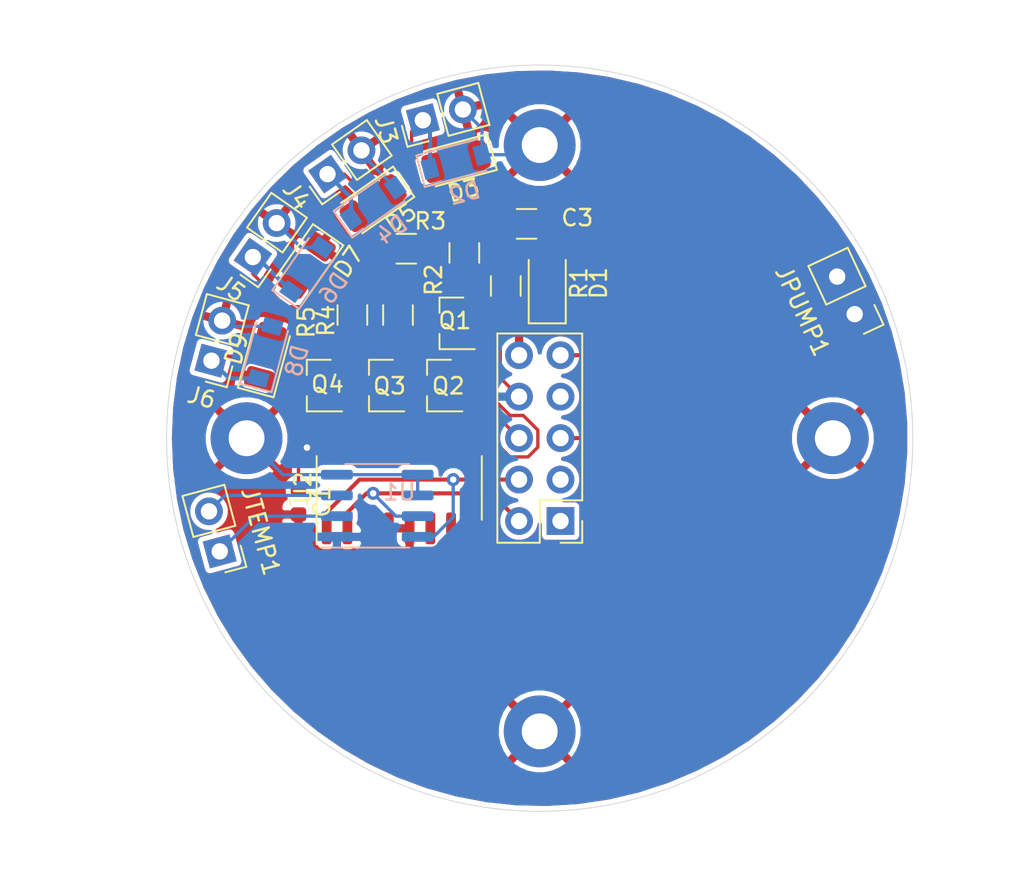
<source format=kicad_pcb>
(kicad_pcb (version 20171130) (host pcbnew 5.1.6+dfsg1-1)

  (general
    (thickness 1.6)
    (drawings 1)
    (tracks 137)
    (zones 0)
    (modules 33)
    (nets 30)
  )

  (page A4)
  (layers
    (0 F.Cu signal)
    (31 B.Cu signal)
    (32 B.Adhes user)
    (33 F.Adhes user)
    (34 B.Paste user)
    (35 F.Paste user)
    (36 B.SilkS user)
    (37 F.SilkS user)
    (38 B.Mask user)
    (39 F.Mask user)
    (40 Dwgs.User user)
    (41 Cmts.User user)
    (42 Eco1.User user)
    (43 Eco2.User user)
    (44 Edge.Cuts user)
    (45 Margin user)
    (46 B.CrtYd user)
    (47 F.CrtYd user)
    (48 B.Fab user)
    (49 F.Fab user hide)
  )

  (setup
    (last_trace_width 0.25)
    (user_trace_width 0.2032)
    (trace_clearance 0.2)
    (zone_clearance 0.3)
    (zone_45_only yes)
    (trace_min 0.2)
    (via_size 0.8)
    (via_drill 0.4)
    (via_min_size 0.4)
    (via_min_drill 0.3)
    (uvia_size 0.3)
    (uvia_drill 0.1)
    (uvias_allowed no)
    (uvia_min_size 0.2)
    (uvia_min_drill 0.1)
    (edge_width 0.05)
    (segment_width 0.2)
    (pcb_text_width 0.3)
    (pcb_text_size 1.5 1.5)
    (mod_edge_width 0.12)
    (mod_text_size 1 1)
    (mod_text_width 0.15)
    (pad_size 1.524 1.524)
    (pad_drill 0.762)
    (pad_to_mask_clearance 0.051)
    (solder_mask_min_width 0.25)
    (aux_axis_origin 0 0)
    (visible_elements FFFFFF7F)
    (pcbplotparams
      (layerselection 0x010fc_ffffffff)
      (usegerberextensions false)
      (usegerberattributes false)
      (usegerberadvancedattributes false)
      (creategerberjobfile false)
      (excludeedgelayer true)
      (linewidth 0.100000)
      (plotframeref false)
      (viasonmask false)
      (mode 1)
      (useauxorigin false)
      (hpglpennumber 1)
      (hpglpenspeed 20)
      (hpglpendiameter 15.000000)
      (psnegative false)
      (psa4output false)
      (plotreference true)
      (plotvalue true)
      (plotinvisibletext false)
      (padsonsilk false)
      (subtractmaskfromsilk false)
      (outputformat 1)
      (mirror false)
      (drillshape 1)
      (scaleselection 1)
      (outputdirectory ""))
  )

  (net 0 "")
  (net 1 "Net-(D1-Pad2)")
  (net 2 GND)
  (net 3 "Net-(D2-Pad1)")
  (net 4 "Net-(D3-Pad2)")
  (net 5 "Net-(D4-Pad1)")
  (net 6 "Net-(D5-Pad2)")
  (net 7 "Net-(D6-Pad1)")
  (net 8 "Net-(D7-Pad2)")
  (net 9 "Net-(D8-Pad1)")
  (net 10 "Net-(D9-Pad2)")
  (net 11 +5V)
  (net 12 "Net-(J1-Pad7)")
  (net 13 +12V)
  (net 14 scl)
  (net 15 "Net-(J1-Pad3)")
  (net 16 sda)
  (net 17 "Net-(J1-Pad1)")
  (net 18 /p0)
  (net 19 /p1)
  (net 20 /p2)
  (net 21 /p3)
  (net 22 /p7)
  (net 23 /p6)
  (net 24 /p5)
  (net 25 /p4)
  (net 26 "Net-(JTEMP1-Pad2)")
  (net 27 "Net-(JTEMP1-Pad1)")
  (net 28 pump-)
  (net 29 pump+)

  (net_class Default "This is the default net class."
    (clearance 0.2)
    (trace_width 0.25)
    (via_dia 0.8)
    (via_drill 0.4)
    (uvia_dia 0.3)
    (uvia_drill 0.1)
    (add_net +12V)
    (add_net +5V)
    (add_net /p0)
    (add_net /p1)
    (add_net /p2)
    (add_net /p3)
    (add_net /p4)
    (add_net /p5)
    (add_net /p6)
    (add_net /p7)
    (add_net GND)
    (add_net "Net-(D1-Pad2)")
    (add_net "Net-(D2-Pad1)")
    (add_net "Net-(D3-Pad2)")
    (add_net "Net-(D4-Pad1)")
    (add_net "Net-(D5-Pad2)")
    (add_net "Net-(D6-Pad1)")
    (add_net "Net-(D7-Pad2)")
    (add_net "Net-(D8-Pad1)")
    (add_net "Net-(D9-Pad2)")
    (add_net "Net-(J1-Pad1)")
    (add_net "Net-(J1-Pad3)")
    (add_net "Net-(J1-Pad7)")
    (add_net "Net-(JTEMP1-Pad1)")
    (add_net "Net-(JTEMP1-Pad2)")
    (add_net pump+)
    (add_net pump-)
    (add_net scl)
    (add_net sda)
  )

  (module Connector_PinHeader_2.54mm:PinHeader_1x02_P2.54mm_Vertical (layer F.Cu) (tedit 59FED5CC) (tstamp 5F20C48D)
    (at 159.3 92.4 205)
    (descr "Through hole straight pin header, 1x02, 2.54mm pitch, single row")
    (tags "Through hole pin header THT 1x02 2.54mm single row")
    (path /5F419D56)
    (fp_text reference JPUMP1 (at 2.815661 1.53364 115) (layer F.SilkS)
      (effects (font (size 1 1) (thickness 0.15)))
    )
    (fp_text value Conn_01x02 (at 0 4.87 25) (layer F.Fab)
      (effects (font (size 1 1) (thickness 0.15)))
    )
    (fp_text user %R (at 0 1.27 115) (layer F.Fab)
      (effects (font (size 1 1) (thickness 0.15)))
    )
    (fp_line (start -0.635 -1.27) (end 1.27 -1.27) (layer F.Fab) (width 0.1))
    (fp_line (start 1.27 -1.27) (end 1.27 3.81) (layer F.Fab) (width 0.1))
    (fp_line (start 1.27 3.81) (end -1.27 3.81) (layer F.Fab) (width 0.1))
    (fp_line (start -1.27 3.81) (end -1.27 -0.635) (layer F.Fab) (width 0.1))
    (fp_line (start -1.27 -0.635) (end -0.635 -1.27) (layer F.Fab) (width 0.1))
    (fp_line (start -1.33 3.87) (end 1.33 3.87) (layer F.SilkS) (width 0.12))
    (fp_line (start -1.33 1.27) (end -1.33 3.87) (layer F.SilkS) (width 0.12))
    (fp_line (start 1.33 1.27) (end 1.33 3.87) (layer F.SilkS) (width 0.12))
    (fp_line (start -1.33 1.27) (end 1.33 1.27) (layer F.SilkS) (width 0.12))
    (fp_line (start -1.33 0) (end -1.33 -1.33) (layer F.SilkS) (width 0.12))
    (fp_line (start -1.33 -1.33) (end 0 -1.33) (layer F.SilkS) (width 0.12))
    (fp_line (start -1.8 -1.8) (end -1.8 4.35) (layer F.CrtYd) (width 0.05))
    (fp_line (start -1.8 4.35) (end 1.8 4.35) (layer F.CrtYd) (width 0.05))
    (fp_line (start 1.8 4.35) (end 1.8 -1.8) (layer F.CrtYd) (width 0.05))
    (fp_line (start 1.8 -1.8) (end -1.8 -1.8) (layer F.CrtYd) (width 0.05))
    (pad 2 thru_hole oval (at 0 2.54 205) (size 1.7 1.7) (drill 1) (layers *.Cu *.Mask)
      (net 28 pump-))
    (pad 1 thru_hole rect (at 0 0 205) (size 1.7 1.7) (drill 1) (layers *.Cu *.Mask)
      (net 29 pump+))
    (model ${KISYS3DMOD}/Connector_PinHeader_2.54mm.3dshapes/PinHeader_1x02_P2.54mm_Vertical.wrl
      (at (xyz 0 0 0))
      (scale (xyz 1 1 1))
      (rotate (xyz 0 0 0))
    )
  )

  (module Containment:MountingHole_2-56_ExtraClearance (layer F.Cu) (tedit 5F1E2793) (tstamp 5F1C1052)
    (at 157.96034 100)
    (descr "Mounting Hole 2.2mm, M2")
    (tags "mounting hole 2.2mm m2")
    (path /5F2570BF)
    (attr virtual)
    (fp_text reference H4 (at 0 -3.2) (layer F.SilkS) hide
      (effects (font (size 1 1) (thickness 0.15)))
    )
    (fp_text value MountingHole_Pad (at 0 3.2) (layer F.Fab)
      (effects (font (size 1 1) (thickness 0.15)))
    )
    (fp_circle (center 0 0) (end 3 0) (layer F.CrtYd) (width 0.05))
    (fp_circle (center 0 0) (end 2.2 0) (layer Cmts.User) (width 0.15))
    (fp_text user %R (at 0.3 0) (layer F.Fab)
      (effects (font (size 1 1) (thickness 0.15)))
    )
    (pad 1 thru_hole circle (at 0 0) (size 4.4 4.4) (drill 2.2) (layers *.Cu *.Mask)
      (net 2 GND))
  )

  (module Containment:MountingHole_2-56_ExtraClearance (layer F.Cu) (tedit 5F1E2793) (tstamp 5F1C104A)
    (at 140 117.96034)
    (descr "Mounting Hole 2.2mm, M2")
    (tags "mounting hole 2.2mm m2")
    (path /5F256EB1)
    (attr virtual)
    (fp_text reference H3 (at 0 -3.2) (layer F.SilkS) hide
      (effects (font (size 1 1) (thickness 0.15)))
    )
    (fp_text value MountingHole_Pad (at 0 3.2) (layer F.Fab)
      (effects (font (size 1 1) (thickness 0.15)))
    )
    (fp_circle (center 0 0) (end 3 0) (layer F.CrtYd) (width 0.05))
    (fp_circle (center 0 0) (end 2.2 0) (layer Cmts.User) (width 0.15))
    (fp_text user %R (at 0.3 0) (layer F.Fab)
      (effects (font (size 1 1) (thickness 0.15)))
    )
    (pad 1 thru_hole circle (at 0 0) (size 4.4 4.4) (drill 2.2) (layers *.Cu *.Mask)
      (net 2 GND))
  )

  (module Containment:MountingHole_2-56_ExtraClearance (layer F.Cu) (tedit 5F1E2793) (tstamp 5F1C1042)
    (at 122.03966 100)
    (descr "Mounting Hole 2.2mm, M2")
    (tags "mounting hole 2.2mm m2")
    (path /5F256BED)
    (attr virtual)
    (fp_text reference H2 (at 0 -3.2) (layer F.SilkS) hide
      (effects (font (size 1 1) (thickness 0.15)))
    )
    (fp_text value MountingHole_Pad (at 0 3.2) (layer F.Fab)
      (effects (font (size 1 1) (thickness 0.15)))
    )
    (fp_circle (center 0 0) (end 3 0) (layer F.CrtYd) (width 0.05))
    (fp_circle (center 0 0) (end 2.2 0) (layer Cmts.User) (width 0.15))
    (fp_text user %R (at 0.3 0) (layer F.Fab)
      (effects (font (size 1 1) (thickness 0.15)))
    )
    (pad 1 thru_hole circle (at 0 0) (size 4.4 4.4) (drill 2.2) (layers *.Cu *.Mask)
      (net 2 GND))
  )

  (module Containment:MountingHole_2-56_ExtraClearance (layer F.Cu) (tedit 5F1E2793) (tstamp 5F1C103A)
    (at 140 82.03966)
    (descr "Mounting Hole 2.2mm, M2")
    (tags "mounting hole 2.2mm m2")
    (path /5F2568F6)
    (attr virtual)
    (fp_text reference H1 (at 0 -3.2) (layer F.SilkS) hide
      (effects (font (size 1 1) (thickness 0.15)))
    )
    (fp_text value MountingHole_Pad (at 0 3.2) (layer F.Fab)
      (effects (font (size 1 1) (thickness 0.15)))
    )
    (fp_circle (center 0 0) (end 3 0) (layer F.CrtYd) (width 0.05))
    (fp_circle (center 0 0) (end 2.2 0) (layer Cmts.User) (width 0.15))
    (fp_text user %R (at 0.3 0) (layer F.Fab)
      (effects (font (size 1 1) (thickness 0.15)))
    )
    (pad 1 thru_hole circle (at 0 0) (size 4.4 4.4) (drill 2.2) (layers *.Cu *.Mask)
      (net 2 GND))
  )

  (module Package_SO:SOIC-16_3.9x9.9mm_P1.27mm (layer F.Cu) (tedit 5D9F72B1) (tstamp 5F1E4CE3)
    (at 131.3942 103.0478 90)
    (descr "SOIC, 16 Pin (JEDEC MS-012AC, https://www.analog.com/media/en/package-pcb-resources/package/pkg_pdf/soic_narrow-r/r_16.pdf), generated with kicad-footprint-generator ipc_gullwing_generator.py")
    (tags "SOIC SO")
    (path /5F1EC8A2)
    (attr smd)
    (fp_text reference U2 (at 0 -5.9 90) (layer F.SilkS)
      (effects (font (size 1 1) (thickness 0.15)))
    )
    (fp_text value PCA9557 (at 0 5.9 90) (layer F.Fab)
      (effects (font (size 1 1) (thickness 0.15)))
    )
    (fp_line (start 3.7 -5.2) (end -3.7 -5.2) (layer F.CrtYd) (width 0.05))
    (fp_line (start 3.7 5.2) (end 3.7 -5.2) (layer F.CrtYd) (width 0.05))
    (fp_line (start -3.7 5.2) (end 3.7 5.2) (layer F.CrtYd) (width 0.05))
    (fp_line (start -3.7 -5.2) (end -3.7 5.2) (layer F.CrtYd) (width 0.05))
    (fp_line (start -1.95 -3.975) (end -0.975 -4.95) (layer F.Fab) (width 0.1))
    (fp_line (start -1.95 4.95) (end -1.95 -3.975) (layer F.Fab) (width 0.1))
    (fp_line (start 1.95 4.95) (end -1.95 4.95) (layer F.Fab) (width 0.1))
    (fp_line (start 1.95 -4.95) (end 1.95 4.95) (layer F.Fab) (width 0.1))
    (fp_line (start -0.975 -4.95) (end 1.95 -4.95) (layer F.Fab) (width 0.1))
    (fp_line (start 0 -5.06) (end -3.45 -5.06) (layer F.SilkS) (width 0.12))
    (fp_line (start 0 -5.06) (end 1.95 -5.06) (layer F.SilkS) (width 0.12))
    (fp_line (start 0 5.06) (end -1.95 5.06) (layer F.SilkS) (width 0.12))
    (fp_line (start 0 5.06) (end 1.95 5.06) (layer F.SilkS) (width 0.12))
    (fp_text user %R (at 0 0 90) (layer F.Fab)
      (effects (font (size 0.98 0.98) (thickness 0.15)))
    )
    (pad 16 smd roundrect (at 2.475 -4.445 90) (size 1.95 0.6) (layers F.Cu F.Paste F.Mask) (roundrect_rratio 0.25)
      (net 11 +5V))
    (pad 15 smd roundrect (at 2.475 -3.175 90) (size 1.95 0.6) (layers F.Cu F.Paste F.Mask) (roundrect_rratio 0.25)
      (net 11 +5V))
    (pad 14 smd roundrect (at 2.475 -1.905 90) (size 1.95 0.6) (layers F.Cu F.Paste F.Mask) (roundrect_rratio 0.25)
      (net 22 /p7))
    (pad 13 smd roundrect (at 2.475 -0.635 90) (size 1.95 0.6) (layers F.Cu F.Paste F.Mask) (roundrect_rratio 0.25)
      (net 23 /p6))
    (pad 12 smd roundrect (at 2.475 0.635 90) (size 1.95 0.6) (layers F.Cu F.Paste F.Mask) (roundrect_rratio 0.25)
      (net 24 /p5))
    (pad 11 smd roundrect (at 2.475 1.905 90) (size 1.95 0.6) (layers F.Cu F.Paste F.Mask) (roundrect_rratio 0.25)
      (net 25 /p4))
    (pad 10 smd roundrect (at 2.475 3.175 90) (size 1.95 0.6) (layers F.Cu F.Paste F.Mask) (roundrect_rratio 0.25)
      (net 21 /p3))
    (pad 9 smd roundrect (at 2.475 4.445 90) (size 1.95 0.6) (layers F.Cu F.Paste F.Mask) (roundrect_rratio 0.25)
      (net 20 /p2))
    (pad 8 smd roundrect (at -2.475 4.445 90) (size 1.95 0.6) (layers F.Cu F.Paste F.Mask) (roundrect_rratio 0.25)
      (net 2 GND))
    (pad 7 smd roundrect (at -2.475 3.175 90) (size 1.95 0.6) (layers F.Cu F.Paste F.Mask) (roundrect_rratio 0.25)
      (net 19 /p1))
    (pad 6 smd roundrect (at -2.475 1.905 90) (size 1.95 0.6) (layers F.Cu F.Paste F.Mask) (roundrect_rratio 0.25)
      (net 18 /p0))
    (pad 5 smd roundrect (at -2.475 0.635 90) (size 1.95 0.6) (layers F.Cu F.Paste F.Mask) (roundrect_rratio 0.25)
      (net 2 GND))
    (pad 4 smd roundrect (at -2.475 -0.635 90) (size 1.95 0.6) (layers F.Cu F.Paste F.Mask) (roundrect_rratio 0.25)
      (net 2 GND))
    (pad 3 smd roundrect (at -2.475 -1.905 90) (size 1.95 0.6) (layers F.Cu F.Paste F.Mask) (roundrect_rratio 0.25)
      (net 2 GND))
    (pad 2 smd roundrect (at -2.475 -3.175 90) (size 1.95 0.6) (layers F.Cu F.Paste F.Mask) (roundrect_rratio 0.25)
      (net 16 sda))
    (pad 1 smd roundrect (at -2.475 -4.445 90) (size 1.95 0.6) (layers F.Cu F.Paste F.Mask) (roundrect_rratio 0.25)
      (net 14 scl))
    (model ${KISYS3DMOD}/Package_SO.3dshapes/SOIC-16_3.9x9.9mm_P1.27mm.wrl
      (at (xyz 0 0 0))
      (scale (xyz 1 1 1))
      (rotate (xyz 0 0 0))
    )
  )

  (module Capacitor_SMD:C_1206_3216Metric (layer F.Cu) (tedit 5B301BBE) (tstamp 5F1C1CFB)
    (at 139.192 86.868)
    (descr "Capacitor SMD 1206 (3216 Metric), square (rectangular) end terminal, IPC_7351 nominal, (Body size source: http://www.tortai-tech.com/upload/download/2011102023233369053.pdf), generated with kicad-footprint-generator")
    (tags capacitor)
    (path /5F2920A6)
    (attr smd)
    (fp_text reference C3 (at 3.108 -0.368) (layer F.SilkS)
      (effects (font (size 1 1) (thickness 0.15)))
    )
    (fp_text value 10uF (at 0 1.82) (layer F.Fab)
      (effects (font (size 1 1) (thickness 0.15)))
    )
    (fp_line (start -1.6 0.8) (end -1.6 -0.8) (layer F.Fab) (width 0.1))
    (fp_line (start -1.6 -0.8) (end 1.6 -0.8) (layer F.Fab) (width 0.1))
    (fp_line (start 1.6 -0.8) (end 1.6 0.8) (layer F.Fab) (width 0.1))
    (fp_line (start 1.6 0.8) (end -1.6 0.8) (layer F.Fab) (width 0.1))
    (fp_line (start -0.602064 -0.91) (end 0.602064 -0.91) (layer F.SilkS) (width 0.12))
    (fp_line (start -0.602064 0.91) (end 0.602064 0.91) (layer F.SilkS) (width 0.12))
    (fp_line (start -2.28 1.12) (end -2.28 -1.12) (layer F.CrtYd) (width 0.05))
    (fp_line (start -2.28 -1.12) (end 2.28 -1.12) (layer F.CrtYd) (width 0.05))
    (fp_line (start 2.28 -1.12) (end 2.28 1.12) (layer F.CrtYd) (width 0.05))
    (fp_line (start 2.28 1.12) (end -2.28 1.12) (layer F.CrtYd) (width 0.05))
    (fp_text user %R (at 0 0) (layer F.Fab)
      (effects (font (size 0.8 0.8) (thickness 0.12)))
    )
    (pad 2 smd roundrect (at 1.4 0) (size 1.25 1.75) (layers F.Cu F.Paste F.Mask) (roundrect_rratio 0.2)
      (net 2 GND))
    (pad 1 smd roundrect (at -1.4 0) (size 1.25 1.75) (layers F.Cu F.Paste F.Mask) (roundrect_rratio 0.2)
      (net 11 +5V))
    (model ${KISYS3DMOD}/Capacitor_SMD.3dshapes/C_1206_3216Metric.wrl
      (at (xyz 0 0 0))
      (scale (xyz 1 1 1))
      (rotate (xyz 0 0 0))
    )
  )

  (module Capacitor_SMD:C_0603_1608Metric (layer F.Cu) (tedit 5B301BBE) (tstamp 5F1E88D0)
    (at 125.222 103.886 270)
    (descr "Capacitor SMD 0603 (1608 Metric), square (rectangular) end terminal, IPC_7351 nominal, (Body size source: http://www.tortai-tech.com/upload/download/2011102023233369053.pdf), generated with kicad-footprint-generator")
    (tags capacitor)
    (path /5F28E14F)
    (attr smd)
    (fp_text reference C1 (at 0 -1.43 90) (layer F.SilkS)
      (effects (font (size 1 1) (thickness 0.15)))
    )
    (fp_text value .1uF (at 0 1.43 90) (layer F.Fab)
      (effects (font (size 1 1) (thickness 0.15)))
    )
    (fp_line (start 1.48 0.73) (end -1.48 0.73) (layer F.CrtYd) (width 0.05))
    (fp_line (start 1.48 -0.73) (end 1.48 0.73) (layer F.CrtYd) (width 0.05))
    (fp_line (start -1.48 -0.73) (end 1.48 -0.73) (layer F.CrtYd) (width 0.05))
    (fp_line (start -1.48 0.73) (end -1.48 -0.73) (layer F.CrtYd) (width 0.05))
    (fp_line (start -0.162779 0.51) (end 0.162779 0.51) (layer F.SilkS) (width 0.12))
    (fp_line (start -0.162779 -0.51) (end 0.162779 -0.51) (layer F.SilkS) (width 0.12))
    (fp_line (start 0.8 0.4) (end -0.8 0.4) (layer F.Fab) (width 0.1))
    (fp_line (start 0.8 -0.4) (end 0.8 0.4) (layer F.Fab) (width 0.1))
    (fp_line (start -0.8 -0.4) (end 0.8 -0.4) (layer F.Fab) (width 0.1))
    (fp_line (start -0.8 0.4) (end -0.8 -0.4) (layer F.Fab) (width 0.1))
    (fp_text user %R (at 0 0 90) (layer F.Fab)
      (effects (font (size 0.4 0.4) (thickness 0.06)))
    )
    (pad 1 smd roundrect (at -0.7875 0 270) (size 0.875 0.95) (layers F.Cu F.Paste F.Mask) (roundrect_rratio 0.25)
      (net 11 +5V))
    (pad 2 smd roundrect (at 0.7875 0 270) (size 0.875 0.95) (layers F.Cu F.Paste F.Mask) (roundrect_rratio 0.25)
      (net 2 GND))
    (model ${KISYS3DMOD}/Capacitor_SMD.3dshapes/C_0603_1608Metric.wrl
      (at (xyz 0 0 0))
      (scale (xyz 1 1 1))
      (rotate (xyz 0 0 0))
    )
  )

  (module Package_SO:SOIC-8_3.9x4.9mm_P1.27mm (layer B.Cu) (tedit 5D9F72B1) (tstamp 5F1C1213)
    (at 130.048 104.14)
    (descr "SOIC, 8 Pin (JEDEC MS-012AA, https://www.analog.com/media/en/package-pcb-resources/package/pkg_pdf/soic_narrow-r/r_8.pdf), generated with kicad-footprint-generator ipc_gullwing_generator.py")
    (tags "SOIC SO")
    (path /5F07FD27)
    (attr smd)
    (fp_text reference U1 (at 1.352 -0.84 180) (layer B.SilkS)
      (effects (font (size 1 1) (thickness 0.15)) (justify mirror))
    )
    (fp_text value TMP411 (at 0 -3.4 180) (layer B.Fab)
      (effects (font (size 1 1) (thickness 0.15)) (justify mirror))
    )
    (fp_line (start 0 -2.56) (end 1.95 -2.56) (layer B.SilkS) (width 0.12))
    (fp_line (start 0 -2.56) (end -1.95 -2.56) (layer B.SilkS) (width 0.12))
    (fp_line (start 0 2.56) (end 1.95 2.56) (layer B.SilkS) (width 0.12))
    (fp_line (start 0 2.56) (end -3.45 2.56) (layer B.SilkS) (width 0.12))
    (fp_line (start -0.975 2.45) (end 1.95 2.45) (layer B.Fab) (width 0.1))
    (fp_line (start 1.95 2.45) (end 1.95 -2.45) (layer B.Fab) (width 0.1))
    (fp_line (start 1.95 -2.45) (end -1.95 -2.45) (layer B.Fab) (width 0.1))
    (fp_line (start -1.95 -2.45) (end -1.95 1.475) (layer B.Fab) (width 0.1))
    (fp_line (start -1.95 1.475) (end -0.975 2.45) (layer B.Fab) (width 0.1))
    (fp_line (start -3.7 2.7) (end -3.7 -2.7) (layer B.CrtYd) (width 0.05))
    (fp_line (start -3.7 -2.7) (end 3.7 -2.7) (layer B.CrtYd) (width 0.05))
    (fp_line (start 3.7 -2.7) (end 3.7 2.7) (layer B.CrtYd) (width 0.05))
    (fp_line (start 3.7 2.7) (end -3.7 2.7) (layer B.CrtYd) (width 0.05))
    (fp_text user %R (at 0 0 180) (layer B.Fab)
      (effects (font (size 0.98 0.98) (thickness 0.15)) (justify mirror))
    )
    (pad 8 smd roundrect (at 2.475 1.905) (size 1.95 0.6) (layers B.Cu B.Paste B.Mask) (roundrect_rratio 0.25)
      (net 14 scl))
    (pad 7 smd roundrect (at 2.475 0.635) (size 1.95 0.6) (layers B.Cu B.Paste B.Mask) (roundrect_rratio 0.25)
      (net 16 sda))
    (pad 6 smd roundrect (at 2.475 -0.635) (size 1.95 0.6) (layers B.Cu B.Paste B.Mask) (roundrect_rratio 0.25)
      (net 2 GND))
    (pad 5 smd roundrect (at 2.475 -1.905) (size 1.95 0.6) (layers B.Cu B.Paste B.Mask) (roundrect_rratio 0.25)
      (net 2 GND))
    (pad 4 smd roundrect (at -2.475 -1.905) (size 1.95 0.6) (layers B.Cu B.Paste B.Mask) (roundrect_rratio 0.25)
      (net 2 GND))
    (pad 3 smd roundrect (at -2.475 -0.635) (size 1.95 0.6) (layers B.Cu B.Paste B.Mask) (roundrect_rratio 0.25)
      (net 26 "Net-(JTEMP1-Pad2)"))
    (pad 2 smd roundrect (at -2.475 0.635) (size 1.95 0.6) (layers B.Cu B.Paste B.Mask) (roundrect_rratio 0.25)
      (net 27 "Net-(JTEMP1-Pad1)"))
    (pad 1 smd roundrect (at -2.475 1.905) (size 1.95 0.6) (layers B.Cu B.Paste B.Mask) (roundrect_rratio 0.25)
      (net 11 +5V))
    (model ${KISYS3DMOD}/Package_SO.3dshapes/SOIC-8_3.9x4.9mm_P1.27mm.wrl
      (at (xyz 0 0 0))
      (scale (xyz 1 1 1))
      (rotate (xyz 0 0 0))
    )
  )

  (module Resistor_SMD:R_1206_3216Metric (layer F.Cu) (tedit 5B301BBD) (tstamp 5F1C11F9)
    (at 128.524 92.456 90)
    (descr "Resistor SMD 1206 (3216 Metric), square (rectangular) end terminal, IPC_7351 nominal, (Body size source: http://www.tortai-tech.com/upload/download/2011102023233369053.pdf), generated with kicad-footprint-generator")
    (tags resistor)
    (path /5F26C712)
    (attr smd)
    (fp_text reference R5 (at -0.444 -2.824 90) (layer F.SilkS)
      (effects (font (size 1 1) (thickness 0.15)))
    )
    (fp_text value 1k (at 0 1.82 90) (layer F.Fab)
      (effects (font (size 1 1) (thickness 0.15)))
    )
    (fp_line (start -1.6 0.8) (end -1.6 -0.8) (layer F.Fab) (width 0.1))
    (fp_line (start -1.6 -0.8) (end 1.6 -0.8) (layer F.Fab) (width 0.1))
    (fp_line (start 1.6 -0.8) (end 1.6 0.8) (layer F.Fab) (width 0.1))
    (fp_line (start 1.6 0.8) (end -1.6 0.8) (layer F.Fab) (width 0.1))
    (fp_line (start -0.602064 -0.91) (end 0.602064 -0.91) (layer F.SilkS) (width 0.12))
    (fp_line (start -0.602064 0.91) (end 0.602064 0.91) (layer F.SilkS) (width 0.12))
    (fp_line (start -2.28 1.12) (end -2.28 -1.12) (layer F.CrtYd) (width 0.05))
    (fp_line (start -2.28 -1.12) (end 2.28 -1.12) (layer F.CrtYd) (width 0.05))
    (fp_line (start 2.28 -1.12) (end 2.28 1.12) (layer F.CrtYd) (width 0.05))
    (fp_line (start 2.28 1.12) (end -2.28 1.12) (layer F.CrtYd) (width 0.05))
    (fp_text user %R (at 0 0 90) (layer F.Fab)
      (effects (font (size 0.8 0.8) (thickness 0.12)))
    )
    (pad 2 smd roundrect (at 1.4 0 90) (size 1.25 1.75) (layers F.Cu F.Paste F.Mask) (roundrect_rratio 0.2)
      (net 10 "Net-(D9-Pad2)"))
    (pad 1 smd roundrect (at -1.4 0 90) (size 1.25 1.75) (layers F.Cu F.Paste F.Mask) (roundrect_rratio 0.2)
      (net 9 "Net-(D8-Pad1)"))
    (model ${KISYS3DMOD}/Resistor_SMD.3dshapes/R_1206_3216Metric.wrl
      (at (xyz 0 0 0))
      (scale (xyz 1 1 1))
      (rotate (xyz 0 0 0))
    )
  )

  (module Resistor_SMD:R_1206_3216Metric (layer F.Cu) (tedit 5B301BBD) (tstamp 5F1C11E8)
    (at 131.318 92.456 90)
    (descr "Resistor SMD 1206 (3216 Metric), square (rectangular) end terminal, IPC_7351 nominal, (Body size source: http://www.tortai-tech.com/upload/download/2011102023233369053.pdf), generated with kicad-footprint-generator")
    (tags resistor)
    (path /5F2698AF)
    (attr smd)
    (fp_text reference R4 (at -0.344 -4.418 90) (layer F.SilkS)
      (effects (font (size 1 1) (thickness 0.15)))
    )
    (fp_text value 1k (at 0 1.82 90) (layer F.Fab)
      (effects (font (size 1 1) (thickness 0.15)))
    )
    (fp_line (start -1.6 0.8) (end -1.6 -0.8) (layer F.Fab) (width 0.1))
    (fp_line (start -1.6 -0.8) (end 1.6 -0.8) (layer F.Fab) (width 0.1))
    (fp_line (start 1.6 -0.8) (end 1.6 0.8) (layer F.Fab) (width 0.1))
    (fp_line (start 1.6 0.8) (end -1.6 0.8) (layer F.Fab) (width 0.1))
    (fp_line (start -0.602064 -0.91) (end 0.602064 -0.91) (layer F.SilkS) (width 0.12))
    (fp_line (start -0.602064 0.91) (end 0.602064 0.91) (layer F.SilkS) (width 0.12))
    (fp_line (start -2.28 1.12) (end -2.28 -1.12) (layer F.CrtYd) (width 0.05))
    (fp_line (start -2.28 -1.12) (end 2.28 -1.12) (layer F.CrtYd) (width 0.05))
    (fp_line (start 2.28 -1.12) (end 2.28 1.12) (layer F.CrtYd) (width 0.05))
    (fp_line (start 2.28 1.12) (end -2.28 1.12) (layer F.CrtYd) (width 0.05))
    (fp_text user %R (at 0 0 90) (layer F.Fab)
      (effects (font (size 0.8 0.8) (thickness 0.12)))
    )
    (pad 2 smd roundrect (at 1.4 0 90) (size 1.25 1.75) (layers F.Cu F.Paste F.Mask) (roundrect_rratio 0.2)
      (net 8 "Net-(D7-Pad2)"))
    (pad 1 smd roundrect (at -1.4 0 90) (size 1.25 1.75) (layers F.Cu F.Paste F.Mask) (roundrect_rratio 0.2)
      (net 7 "Net-(D6-Pad1)"))
    (model ${KISYS3DMOD}/Resistor_SMD.3dshapes/R_1206_3216Metric.wrl
      (at (xyz 0 0 0))
      (scale (xyz 1 1 1))
      (rotate (xyz 0 0 0))
    )
  )

  (module Resistor_SMD:R_1206_3216Metric (layer F.Cu) (tedit 5B301BBD) (tstamp 5F1E75CD)
    (at 131.826 88.392 180)
    (descr "Resistor SMD 1206 (3216 Metric), square (rectangular) end terminal, IPC_7351 nominal, (Body size source: http://www.tortai-tech.com/upload/download/2011102023233369053.pdf), generated with kicad-footprint-generator")
    (tags resistor)
    (path /5F266262)
    (attr smd)
    (fp_text reference R3 (at -1.474 1.692) (layer F.SilkS)
      (effects (font (size 1 1) (thickness 0.15)))
    )
    (fp_text value 1k (at 0 1.82) (layer F.Fab)
      (effects (font (size 1 1) (thickness 0.15)))
    )
    (fp_line (start -1.6 0.8) (end -1.6 -0.8) (layer F.Fab) (width 0.1))
    (fp_line (start -1.6 -0.8) (end 1.6 -0.8) (layer F.Fab) (width 0.1))
    (fp_line (start 1.6 -0.8) (end 1.6 0.8) (layer F.Fab) (width 0.1))
    (fp_line (start 1.6 0.8) (end -1.6 0.8) (layer F.Fab) (width 0.1))
    (fp_line (start -0.602064 -0.91) (end 0.602064 -0.91) (layer F.SilkS) (width 0.12))
    (fp_line (start -0.602064 0.91) (end 0.602064 0.91) (layer F.SilkS) (width 0.12))
    (fp_line (start -2.28 1.12) (end -2.28 -1.12) (layer F.CrtYd) (width 0.05))
    (fp_line (start -2.28 -1.12) (end 2.28 -1.12) (layer F.CrtYd) (width 0.05))
    (fp_line (start 2.28 -1.12) (end 2.28 1.12) (layer F.CrtYd) (width 0.05))
    (fp_line (start 2.28 1.12) (end -2.28 1.12) (layer F.CrtYd) (width 0.05))
    (fp_text user %R (at 0 0) (layer F.Fab)
      (effects (font (size 0.8 0.8) (thickness 0.12)))
    )
    (pad 2 smd roundrect (at 1.4 0 180) (size 1.25 1.75) (layers F.Cu F.Paste F.Mask) (roundrect_rratio 0.2)
      (net 6 "Net-(D5-Pad2)"))
    (pad 1 smd roundrect (at -1.4 0 180) (size 1.25 1.75) (layers F.Cu F.Paste F.Mask) (roundrect_rratio 0.2)
      (net 5 "Net-(D4-Pad1)"))
    (model ${KISYS3DMOD}/Resistor_SMD.3dshapes/R_1206_3216Metric.wrl
      (at (xyz 0 0 0))
      (scale (xyz 1 1 1))
      (rotate (xyz 0 0 0))
    )
  )

  (module Resistor_SMD:R_1206_3216Metric (layer F.Cu) (tedit 5B301BBD) (tstamp 5F1C4C92)
    (at 135.382 88.646 90)
    (descr "Resistor SMD 1206 (3216 Metric), square (rectangular) end terminal, IPC_7351 nominal, (Body size source: http://www.tortai-tech.com/upload/download/2011102023233369053.pdf), generated with kicad-footprint-generator")
    (tags resistor)
    (path /5EF80CF0)
    (attr smd)
    (fp_text reference R2 (at -1.654 -1.882 270) (layer F.SilkS)
      (effects (font (size 1 1) (thickness 0.15)))
    )
    (fp_text value 1k (at 0 1.82 90) (layer F.Fab)
      (effects (font (size 1 1) (thickness 0.15)))
    )
    (fp_line (start -1.6 0.8) (end -1.6 -0.8) (layer F.Fab) (width 0.1))
    (fp_line (start -1.6 -0.8) (end 1.6 -0.8) (layer F.Fab) (width 0.1))
    (fp_line (start 1.6 -0.8) (end 1.6 0.8) (layer F.Fab) (width 0.1))
    (fp_line (start 1.6 0.8) (end -1.6 0.8) (layer F.Fab) (width 0.1))
    (fp_line (start -0.602064 -0.91) (end 0.602064 -0.91) (layer F.SilkS) (width 0.12))
    (fp_line (start -0.602064 0.91) (end 0.602064 0.91) (layer F.SilkS) (width 0.12))
    (fp_line (start -2.28 1.12) (end -2.28 -1.12) (layer F.CrtYd) (width 0.05))
    (fp_line (start -2.28 -1.12) (end 2.28 -1.12) (layer F.CrtYd) (width 0.05))
    (fp_line (start 2.28 -1.12) (end 2.28 1.12) (layer F.CrtYd) (width 0.05))
    (fp_line (start 2.28 1.12) (end -2.28 1.12) (layer F.CrtYd) (width 0.05))
    (fp_text user %R (at 0 0 90) (layer F.Fab)
      (effects (font (size 0.8 0.8) (thickness 0.12)))
    )
    (pad 2 smd roundrect (at 1.4 0 90) (size 1.25 1.75) (layers F.Cu F.Paste F.Mask) (roundrect_rratio 0.2)
      (net 4 "Net-(D3-Pad2)"))
    (pad 1 smd roundrect (at -1.4 0 90) (size 1.25 1.75) (layers F.Cu F.Paste F.Mask) (roundrect_rratio 0.2)
      (net 3 "Net-(D2-Pad1)"))
    (model ${KISYS3DMOD}/Resistor_SMD.3dshapes/R_1206_3216Metric.wrl
      (at (xyz 0 0 0))
      (scale (xyz 1 1 1))
      (rotate (xyz 0 0 0))
    )
  )

  (module Resistor_SMD:R_1206_3216Metric (layer F.Cu) (tedit 5B301BBD) (tstamp 5F1C11B5)
    (at 137.922 90.678 90)
    (descr "Resistor SMD 1206 (3216 Metric), square (rectangular) end terminal, IPC_7351 nominal, (Body size source: http://www.tortai-tech.com/upload/download/2011102023233369053.pdf), generated with kicad-footprint-generator")
    (tags resistor)
    (path /5EF6972D)
    (attr smd)
    (fp_text reference R1 (at 0.178 4.478 90) (layer F.SilkS)
      (effects (font (size 1 1) (thickness 0.15)))
    )
    (fp_text value 1k (at 0 1.82 90) (layer F.Fab)
      (effects (font (size 1 1) (thickness 0.15)))
    )
    (fp_line (start -1.6 0.8) (end -1.6 -0.8) (layer F.Fab) (width 0.1))
    (fp_line (start -1.6 -0.8) (end 1.6 -0.8) (layer F.Fab) (width 0.1))
    (fp_line (start 1.6 -0.8) (end 1.6 0.8) (layer F.Fab) (width 0.1))
    (fp_line (start 1.6 0.8) (end -1.6 0.8) (layer F.Fab) (width 0.1))
    (fp_line (start -0.602064 -0.91) (end 0.602064 -0.91) (layer F.SilkS) (width 0.12))
    (fp_line (start -0.602064 0.91) (end 0.602064 0.91) (layer F.SilkS) (width 0.12))
    (fp_line (start -2.28 1.12) (end -2.28 -1.12) (layer F.CrtYd) (width 0.05))
    (fp_line (start -2.28 -1.12) (end 2.28 -1.12) (layer F.CrtYd) (width 0.05))
    (fp_line (start 2.28 -1.12) (end 2.28 1.12) (layer F.CrtYd) (width 0.05))
    (fp_line (start 2.28 1.12) (end -2.28 1.12) (layer F.CrtYd) (width 0.05))
    (fp_text user %R (at 0 0 90) (layer F.Fab)
      (effects (font (size 0.8 0.8) (thickness 0.12)))
    )
    (pad 2 smd roundrect (at 1.4 0 90) (size 1.25 1.75) (layers F.Cu F.Paste F.Mask) (roundrect_rratio 0.2)
      (net 1 "Net-(D1-Pad2)"))
    (pad 1 smd roundrect (at -1.4 0 90) (size 1.25 1.75) (layers F.Cu F.Paste F.Mask) (roundrect_rratio 0.2)
      (net 11 +5V))
    (model ${KISYS3DMOD}/Resistor_SMD.3dshapes/R_1206_3216Metric.wrl
      (at (xyz 0 0 0))
      (scale (xyz 1 1 1))
      (rotate (xyz 0 0 0))
    )
  )

  (module Package_TO_SOT_SMD:SOT-23 (layer F.Cu) (tedit 5A02FF57) (tstamp 5F1C11A4)
    (at 126.492 96.774 180)
    (descr "SOT-23, Standard")
    (tags SOT-23)
    (path /5F26C6EC)
    (attr smd)
    (fp_text reference Q4 (at -0.508 0.074) (layer F.SilkS)
      (effects (font (size 1 1) (thickness 0.15)))
    )
    (fp_text value BSS84 (at 0 2.5) (layer F.Fab)
      (effects (font (size 1 1) (thickness 0.15)))
    )
    (fp_line (start -0.7 -0.95) (end -0.7 1.5) (layer F.Fab) (width 0.1))
    (fp_line (start -0.15 -1.52) (end 0.7 -1.52) (layer F.Fab) (width 0.1))
    (fp_line (start -0.7 -0.95) (end -0.15 -1.52) (layer F.Fab) (width 0.1))
    (fp_line (start 0.7 -1.52) (end 0.7 1.52) (layer F.Fab) (width 0.1))
    (fp_line (start -0.7 1.52) (end 0.7 1.52) (layer F.Fab) (width 0.1))
    (fp_line (start 0.76 1.58) (end 0.76 0.65) (layer F.SilkS) (width 0.12))
    (fp_line (start 0.76 -1.58) (end 0.76 -0.65) (layer F.SilkS) (width 0.12))
    (fp_line (start -1.7 -1.75) (end 1.7 -1.75) (layer F.CrtYd) (width 0.05))
    (fp_line (start 1.7 -1.75) (end 1.7 1.75) (layer F.CrtYd) (width 0.05))
    (fp_line (start 1.7 1.75) (end -1.7 1.75) (layer F.CrtYd) (width 0.05))
    (fp_line (start -1.7 1.75) (end -1.7 -1.75) (layer F.CrtYd) (width 0.05))
    (fp_line (start 0.76 -1.58) (end -1.4 -1.58) (layer F.SilkS) (width 0.12))
    (fp_line (start 0.76 1.58) (end -0.7 1.58) (layer F.SilkS) (width 0.12))
    (fp_text user %R (at 0 0 90) (layer F.Fab)
      (effects (font (size 0.5 0.5) (thickness 0.075)))
    )
    (pad 3 smd rect (at 1 0 180) (size 0.9 0.8) (layers F.Cu F.Paste F.Mask)
      (net 9 "Net-(D8-Pad1)"))
    (pad 2 smd rect (at -1 0.95 180) (size 0.9 0.8) (layers F.Cu F.Paste F.Mask)
      (net 13 +12V))
    (pad 1 smd rect (at -1 -0.95 180) (size 0.9 0.8) (layers F.Cu F.Paste F.Mask)
      (net 22 /p7))
    (model ${KISYS3DMOD}/Package_TO_SOT_SMD.3dshapes/SOT-23.wrl
      (at (xyz 0 0 0))
      (scale (xyz 1 1 1))
      (rotate (xyz 0 0 0))
    )
  )

  (module Package_TO_SOT_SMD:SOT-23 (layer F.Cu) (tedit 5A02FF57) (tstamp 5F1C118F)
    (at 130.302 96.774 180)
    (descr "SOT-23, Standard")
    (tags SOT-23)
    (path /5F269889)
    (attr smd)
    (fp_text reference Q3 (at -0.498 -0.026) (layer F.SilkS)
      (effects (font (size 1 1) (thickness 0.15)))
    )
    (fp_text value BSS84 (at 0 2.5) (layer F.Fab)
      (effects (font (size 1 1) (thickness 0.15)))
    )
    (fp_line (start -0.7 -0.95) (end -0.7 1.5) (layer F.Fab) (width 0.1))
    (fp_line (start -0.15 -1.52) (end 0.7 -1.52) (layer F.Fab) (width 0.1))
    (fp_line (start -0.7 -0.95) (end -0.15 -1.52) (layer F.Fab) (width 0.1))
    (fp_line (start 0.7 -1.52) (end 0.7 1.52) (layer F.Fab) (width 0.1))
    (fp_line (start -0.7 1.52) (end 0.7 1.52) (layer F.Fab) (width 0.1))
    (fp_line (start 0.76 1.58) (end 0.76 0.65) (layer F.SilkS) (width 0.12))
    (fp_line (start 0.76 -1.58) (end 0.76 -0.65) (layer F.SilkS) (width 0.12))
    (fp_line (start -1.7 -1.75) (end 1.7 -1.75) (layer F.CrtYd) (width 0.05))
    (fp_line (start 1.7 -1.75) (end 1.7 1.75) (layer F.CrtYd) (width 0.05))
    (fp_line (start 1.7 1.75) (end -1.7 1.75) (layer F.CrtYd) (width 0.05))
    (fp_line (start -1.7 1.75) (end -1.7 -1.75) (layer F.CrtYd) (width 0.05))
    (fp_line (start 0.76 -1.58) (end -1.4 -1.58) (layer F.SilkS) (width 0.12))
    (fp_line (start 0.76 1.58) (end -0.7 1.58) (layer F.SilkS) (width 0.12))
    (fp_text user %R (at 0 0 90) (layer F.Fab)
      (effects (font (size 0.5 0.5) (thickness 0.075)))
    )
    (pad 3 smd rect (at 1 0 180) (size 0.9 0.8) (layers F.Cu F.Paste F.Mask)
      (net 7 "Net-(D6-Pad1)"))
    (pad 2 smd rect (at -1 0.95 180) (size 0.9 0.8) (layers F.Cu F.Paste F.Mask)
      (net 13 +12V))
    (pad 1 smd rect (at -1 -0.95 180) (size 0.9 0.8) (layers F.Cu F.Paste F.Mask)
      (net 23 /p6))
    (model ${KISYS3DMOD}/Package_TO_SOT_SMD.3dshapes/SOT-23.wrl
      (at (xyz 0 0 0))
      (scale (xyz 1 1 1))
      (rotate (xyz 0 0 0))
    )
  )

  (module Package_TO_SOT_SMD:SOT-23 (layer F.Cu) (tedit 5A02FF57) (tstamp 5F1C117A)
    (at 133.858 96.774 180)
    (descr "SOT-23, Standard")
    (tags SOT-23)
    (path /5F26623C)
    (attr smd)
    (fp_text reference Q2 (at -0.542 -0.026) (layer F.SilkS)
      (effects (font (size 1 1) (thickness 0.15)))
    )
    (fp_text value BSS84 (at 0 2.5) (layer F.Fab)
      (effects (font (size 1 1) (thickness 0.15)))
    )
    (fp_line (start -0.7 -0.95) (end -0.7 1.5) (layer F.Fab) (width 0.1))
    (fp_line (start -0.15 -1.52) (end 0.7 -1.52) (layer F.Fab) (width 0.1))
    (fp_line (start -0.7 -0.95) (end -0.15 -1.52) (layer F.Fab) (width 0.1))
    (fp_line (start 0.7 -1.52) (end 0.7 1.52) (layer F.Fab) (width 0.1))
    (fp_line (start -0.7 1.52) (end 0.7 1.52) (layer F.Fab) (width 0.1))
    (fp_line (start 0.76 1.58) (end 0.76 0.65) (layer F.SilkS) (width 0.12))
    (fp_line (start 0.76 -1.58) (end 0.76 -0.65) (layer F.SilkS) (width 0.12))
    (fp_line (start -1.7 -1.75) (end 1.7 -1.75) (layer F.CrtYd) (width 0.05))
    (fp_line (start 1.7 -1.75) (end 1.7 1.75) (layer F.CrtYd) (width 0.05))
    (fp_line (start 1.7 1.75) (end -1.7 1.75) (layer F.CrtYd) (width 0.05))
    (fp_line (start -1.7 1.75) (end -1.7 -1.75) (layer F.CrtYd) (width 0.05))
    (fp_line (start 0.76 -1.58) (end -1.4 -1.58) (layer F.SilkS) (width 0.12))
    (fp_line (start 0.76 1.58) (end -0.7 1.58) (layer F.SilkS) (width 0.12))
    (fp_text user %R (at 0 0 90) (layer F.Fab)
      (effects (font (size 0.5 0.5) (thickness 0.075)))
    )
    (pad 3 smd rect (at 1 0 180) (size 0.9 0.8) (layers F.Cu F.Paste F.Mask)
      (net 5 "Net-(D4-Pad1)"))
    (pad 2 smd rect (at -1 0.95 180) (size 0.9 0.8) (layers F.Cu F.Paste F.Mask)
      (net 11 +5V))
    (pad 1 smd rect (at -1 -0.95 180) (size 0.9 0.8) (layers F.Cu F.Paste F.Mask)
      (net 24 /p5))
    (model ${KISYS3DMOD}/Package_TO_SOT_SMD.3dshapes/SOT-23.wrl
      (at (xyz 0 0 0))
      (scale (xyz 1 1 1))
      (rotate (xyz 0 0 0))
    )
  )

  (module Package_TO_SOT_SMD:SOT-23 (layer F.Cu) (tedit 5A02FF57) (tstamp 5F1C1165)
    (at 134.62 92.964 180)
    (descr "SOT-23, Standard")
    (tags SOT-23)
    (path /5EF6363E)
    (attr smd)
    (fp_text reference Q1 (at -0.18 0.164) (layer F.SilkS)
      (effects (font (size 1 1) (thickness 0.15)))
    )
    (fp_text value BSS84 (at 0 2.5) (layer F.Fab)
      (effects (font (size 1 1) (thickness 0.15)))
    )
    (fp_line (start -0.7 -0.95) (end -0.7 1.5) (layer F.Fab) (width 0.1))
    (fp_line (start -0.15 -1.52) (end 0.7 -1.52) (layer F.Fab) (width 0.1))
    (fp_line (start -0.7 -0.95) (end -0.15 -1.52) (layer F.Fab) (width 0.1))
    (fp_line (start 0.7 -1.52) (end 0.7 1.52) (layer F.Fab) (width 0.1))
    (fp_line (start -0.7 1.52) (end 0.7 1.52) (layer F.Fab) (width 0.1))
    (fp_line (start 0.76 1.58) (end 0.76 0.65) (layer F.SilkS) (width 0.12))
    (fp_line (start 0.76 -1.58) (end 0.76 -0.65) (layer F.SilkS) (width 0.12))
    (fp_line (start -1.7 -1.75) (end 1.7 -1.75) (layer F.CrtYd) (width 0.05))
    (fp_line (start 1.7 -1.75) (end 1.7 1.75) (layer F.CrtYd) (width 0.05))
    (fp_line (start 1.7 1.75) (end -1.7 1.75) (layer F.CrtYd) (width 0.05))
    (fp_line (start -1.7 1.75) (end -1.7 -1.75) (layer F.CrtYd) (width 0.05))
    (fp_line (start 0.76 -1.58) (end -1.4 -1.58) (layer F.SilkS) (width 0.12))
    (fp_line (start 0.76 1.58) (end -0.7 1.58) (layer F.SilkS) (width 0.12))
    (fp_text user %R (at 0 0 90) (layer F.Fab)
      (effects (font (size 0.5 0.5) (thickness 0.075)))
    )
    (pad 3 smd rect (at 1 0 180) (size 0.9 0.8) (layers F.Cu F.Paste F.Mask)
      (net 3 "Net-(D2-Pad1)"))
    (pad 2 smd rect (at -1 0.95 180) (size 0.9 0.8) (layers F.Cu F.Paste F.Mask)
      (net 11 +5V))
    (pad 1 smd rect (at -1 -0.95 180) (size 0.9 0.8) (layers F.Cu F.Paste F.Mask)
      (net 25 /p4))
    (model ${KISYS3DMOD}/Package_TO_SOT_SMD.3dshapes/SOT-23.wrl
      (at (xyz 0 0 0))
      (scale (xyz 1 1 1))
      (rotate (xyz 0 0 0))
    )
  )

  (module Connector_PinHeader_2.54mm:PinHeader_1x02_P2.54mm_Vertical (layer F.Cu) (tedit 59FED5CC) (tstamp 5F1C10E0)
    (at 119.888 95.25 165)
    (descr "Through hole straight pin header, 1x02, 2.54mm pitch, single row")
    (tags "Through hole pin header THT 1x02 2.54mm single row")
    (path /5F26C725)
    (fp_text reference J6 (at 0 -2.33 165) (layer F.SilkS)
      (effects (font (size 1 1) (thickness 0.15)))
    )
    (fp_text value Conn_01x02 (at 0 4.87 165) (layer F.Fab)
      (effects (font (size 1 1) (thickness 0.15)))
    )
    (fp_line (start -0.635 -1.27) (end 1.27 -1.27) (layer F.Fab) (width 0.1))
    (fp_line (start 1.27 -1.27) (end 1.27 3.81) (layer F.Fab) (width 0.1))
    (fp_line (start 1.27 3.81) (end -1.27 3.81) (layer F.Fab) (width 0.1))
    (fp_line (start -1.27 3.81) (end -1.27 -0.635) (layer F.Fab) (width 0.1))
    (fp_line (start -1.27 -0.635) (end -0.635 -1.27) (layer F.Fab) (width 0.1))
    (fp_line (start -1.33 3.87) (end 1.33 3.87) (layer F.SilkS) (width 0.12))
    (fp_line (start -1.33 1.27) (end -1.33 3.87) (layer F.SilkS) (width 0.12))
    (fp_line (start 1.33 1.27) (end 1.33 3.87) (layer F.SilkS) (width 0.12))
    (fp_line (start -1.33 1.27) (end 1.33 1.27) (layer F.SilkS) (width 0.12))
    (fp_line (start -1.33 0) (end -1.33 -1.33) (layer F.SilkS) (width 0.12))
    (fp_line (start -1.33 -1.33) (end 0 -1.33) (layer F.SilkS) (width 0.12))
    (fp_line (start -1.8 -1.8) (end -1.8 4.35) (layer F.CrtYd) (width 0.05))
    (fp_line (start -1.8 4.35) (end 1.8 4.35) (layer F.CrtYd) (width 0.05))
    (fp_line (start 1.8 4.35) (end 1.8 -1.8) (layer F.CrtYd) (width 0.05))
    (fp_line (start 1.8 -1.8) (end -1.8 -1.8) (layer F.CrtYd) (width 0.05))
    (fp_text user %R (at 0 1.27 75) (layer F.Fab)
      (effects (font (size 1 1) (thickness 0.15)))
    )
    (pad 2 thru_hole oval (at 0 2.54 165) (size 1.7 1.7) (drill 1) (layers *.Cu *.Mask)
      (net 2 GND))
    (pad 1 thru_hole rect (at 0 0 165) (size 1.7 1.7) (drill 1) (layers *.Cu *.Mask)
      (net 9 "Net-(D8-Pad1)"))
    (model ${KISYS3DMOD}/Connector_PinHeader_2.54mm.3dshapes/PinHeader_1x02_P2.54mm_Vertical.wrl
      (at (xyz 0 0 0))
      (scale (xyz 1 1 1))
      (rotate (xyz 0 0 0))
    )
  )

  (module Connector_PinHeader_2.54mm:PinHeader_1x02_P2.54mm_Vertical (layer F.Cu) (tedit 59FED5CC) (tstamp 5F1C10CA)
    (at 122.428 88.9 145)
    (descr "Through hole straight pin header, 1x02, 2.54mm pitch, single row")
    (tags "Through hole pin header THT 1x02 2.54mm single row")
    (path /5F2698C2)
    (fp_text reference J5 (at 0 -2.33 145) (layer F.SilkS)
      (effects (font (size 1 1) (thickness 0.15)))
    )
    (fp_text value Conn_01x02 (at 0 4.87 145) (layer F.Fab)
      (effects (font (size 1 1) (thickness 0.15)))
    )
    (fp_line (start -0.635 -1.27) (end 1.27 -1.27) (layer F.Fab) (width 0.1))
    (fp_line (start 1.27 -1.27) (end 1.27 3.81) (layer F.Fab) (width 0.1))
    (fp_line (start 1.27 3.81) (end -1.27 3.81) (layer F.Fab) (width 0.1))
    (fp_line (start -1.27 3.81) (end -1.27 -0.635) (layer F.Fab) (width 0.1))
    (fp_line (start -1.27 -0.635) (end -0.635 -1.27) (layer F.Fab) (width 0.1))
    (fp_line (start -1.33 3.87) (end 1.33 3.87) (layer F.SilkS) (width 0.12))
    (fp_line (start -1.33 1.27) (end -1.33 3.87) (layer F.SilkS) (width 0.12))
    (fp_line (start 1.33 1.27) (end 1.33 3.87) (layer F.SilkS) (width 0.12))
    (fp_line (start -1.33 1.27) (end 1.33 1.27) (layer F.SilkS) (width 0.12))
    (fp_line (start -1.33 0) (end -1.33 -1.33) (layer F.SilkS) (width 0.12))
    (fp_line (start -1.33 -1.33) (end 0 -1.33) (layer F.SilkS) (width 0.12))
    (fp_line (start -1.8 -1.8) (end -1.8 4.35) (layer F.CrtYd) (width 0.05))
    (fp_line (start -1.8 4.35) (end 1.8 4.35) (layer F.CrtYd) (width 0.05))
    (fp_line (start 1.8 4.35) (end 1.8 -1.8) (layer F.CrtYd) (width 0.05))
    (fp_line (start 1.8 -1.8) (end -1.8 -1.8) (layer F.CrtYd) (width 0.05))
    (fp_text user %R (at 0 1.27 55) (layer F.Fab)
      (effects (font (size 1 1) (thickness 0.15)))
    )
    (pad 2 thru_hole oval (at 0 2.54 145) (size 1.7 1.7) (drill 1) (layers *.Cu *.Mask)
      (net 2 GND))
    (pad 1 thru_hole rect (at 0 0 145) (size 1.7 1.7) (drill 1) (layers *.Cu *.Mask)
      (net 7 "Net-(D6-Pad1)"))
    (model ${KISYS3DMOD}/Connector_PinHeader_2.54mm.3dshapes/PinHeader_1x02_P2.54mm_Vertical.wrl
      (at (xyz 0 0 0))
      (scale (xyz 1 1 1))
      (rotate (xyz 0 0 0))
    )
  )

  (module Connector_PinHeader_2.54mm:PinHeader_1x02_P2.54mm_Vertical (layer F.Cu) (tedit 59FED5CC) (tstamp 5F1C10B4)
    (at 127 83.82 125)
    (descr "Through hole straight pin header, 1x02, 2.54mm pitch, single row")
    (tags "Through hole pin header THT 1x02 2.54mm single row")
    (path /5F266275)
    (fp_text reference J4 (at 0 -2.33 125) (layer F.SilkS)
      (effects (font (size 1 1) (thickness 0.15)))
    )
    (fp_text value Conn_01x02 (at 0 4.87 125) (layer F.Fab)
      (effects (font (size 1 1) (thickness 0.15)))
    )
    (fp_line (start -0.635 -1.27) (end 1.27 -1.27) (layer F.Fab) (width 0.1))
    (fp_line (start 1.27 -1.27) (end 1.27 3.81) (layer F.Fab) (width 0.1))
    (fp_line (start 1.27 3.81) (end -1.27 3.81) (layer F.Fab) (width 0.1))
    (fp_line (start -1.27 3.81) (end -1.27 -0.635) (layer F.Fab) (width 0.1))
    (fp_line (start -1.27 -0.635) (end -0.635 -1.27) (layer F.Fab) (width 0.1))
    (fp_line (start -1.33 3.87) (end 1.33 3.87) (layer F.SilkS) (width 0.12))
    (fp_line (start -1.33 1.27) (end -1.33 3.87) (layer F.SilkS) (width 0.12))
    (fp_line (start 1.33 1.27) (end 1.33 3.87) (layer F.SilkS) (width 0.12))
    (fp_line (start -1.33 1.27) (end 1.33 1.27) (layer F.SilkS) (width 0.12))
    (fp_line (start -1.33 0) (end -1.33 -1.33) (layer F.SilkS) (width 0.12))
    (fp_line (start -1.33 -1.33) (end 0 -1.33) (layer F.SilkS) (width 0.12))
    (fp_line (start -1.8 -1.8) (end -1.8 4.35) (layer F.CrtYd) (width 0.05))
    (fp_line (start -1.8 4.35) (end 1.8 4.35) (layer F.CrtYd) (width 0.05))
    (fp_line (start 1.8 4.35) (end 1.8 -1.8) (layer F.CrtYd) (width 0.05))
    (fp_line (start 1.8 -1.8) (end -1.8 -1.8) (layer F.CrtYd) (width 0.05))
    (fp_text user %R (at 0 1.27 35) (layer F.Fab)
      (effects (font (size 1 1) (thickness 0.15)))
    )
    (pad 2 thru_hole oval (at 0 2.54 125) (size 1.7 1.7) (drill 1) (layers *.Cu *.Mask)
      (net 2 GND))
    (pad 1 thru_hole rect (at 0 0 125) (size 1.7 1.7) (drill 1) (layers *.Cu *.Mask)
      (net 5 "Net-(D4-Pad1)"))
    (model ${KISYS3DMOD}/Connector_PinHeader_2.54mm.3dshapes/PinHeader_1x02_P2.54mm_Vertical.wrl
      (at (xyz 0 0 0))
      (scale (xyz 1 1 1))
      (rotate (xyz 0 0 0))
    )
  )

  (module Connector_PinHeader_2.54mm:PinHeader_1x02_P2.54mm_Vertical (layer F.Cu) (tedit 59FED5CC) (tstamp 5F1C109E)
    (at 132.842 80.518 105)
    (descr "Through hole straight pin header, 1x02, 2.54mm pitch, single row")
    (tags "Through hole pin header THT 1x02 2.54mm single row")
    (path /5F24DD15)
    (fp_text reference J3 (at 0 -2.33 105) (layer F.SilkS)
      (effects (font (size 1 1) (thickness 0.15)))
    )
    (fp_text value Conn_01x02 (at 0 4.87 105) (layer F.Fab)
      (effects (font (size 1 1) (thickness 0.15)))
    )
    (fp_line (start -0.635 -1.27) (end 1.27 -1.27) (layer F.Fab) (width 0.1))
    (fp_line (start 1.27 -1.27) (end 1.27 3.81) (layer F.Fab) (width 0.1))
    (fp_line (start 1.27 3.81) (end -1.27 3.81) (layer F.Fab) (width 0.1))
    (fp_line (start -1.27 3.81) (end -1.27 -0.635) (layer F.Fab) (width 0.1))
    (fp_line (start -1.27 -0.635) (end -0.635 -1.27) (layer F.Fab) (width 0.1))
    (fp_line (start -1.33 3.87) (end 1.33 3.87) (layer F.SilkS) (width 0.12))
    (fp_line (start -1.33 1.27) (end -1.33 3.87) (layer F.SilkS) (width 0.12))
    (fp_line (start 1.33 1.27) (end 1.33 3.87) (layer F.SilkS) (width 0.12))
    (fp_line (start -1.33 1.27) (end 1.33 1.27) (layer F.SilkS) (width 0.12))
    (fp_line (start -1.33 0) (end -1.33 -1.33) (layer F.SilkS) (width 0.12))
    (fp_line (start -1.33 -1.33) (end 0 -1.33) (layer F.SilkS) (width 0.12))
    (fp_line (start -1.8 -1.8) (end -1.8 4.35) (layer F.CrtYd) (width 0.05))
    (fp_line (start -1.8 4.35) (end 1.8 4.35) (layer F.CrtYd) (width 0.05))
    (fp_line (start 1.8 4.35) (end 1.8 -1.8) (layer F.CrtYd) (width 0.05))
    (fp_line (start 1.8 -1.8) (end -1.8 -1.8) (layer F.CrtYd) (width 0.05))
    (fp_text user %R (at 0 1.27 15) (layer F.Fab)
      (effects (font (size 1 1) (thickness 0.15)))
    )
    (pad 2 thru_hole oval (at 0 2.54 105) (size 1.7 1.7) (drill 1) (layers *.Cu *.Mask)
      (net 2 GND))
    (pad 1 thru_hole rect (at 0 0 105) (size 1.7 1.7) (drill 1) (layers *.Cu *.Mask)
      (net 3 "Net-(D2-Pad1)"))
    (model ${KISYS3DMOD}/Connector_PinHeader_2.54mm.3dshapes/PinHeader_1x02_P2.54mm_Vertical.wrl
      (at (xyz 0 0 0))
      (scale (xyz 1 1 1))
      (rotate (xyz 0 0 0))
    )
  )

  (module Connector_PinHeader_2.54mm:PinHeader_1x02_P2.54mm_Vertical (layer F.Cu) (tedit 59FED5CC) (tstamp 5F1C1088)
    (at 120.396 106.934 195)
    (descr "Through hole straight pin header, 1x02, 2.54mm pitch, single row")
    (tags "Through hole pin header THT 1x02 2.54mm single row")
    (path /5F08513F)
    (fp_text reference JTEMP1 (at -2.738061 0.54387 105) (layer F.SilkS)
      (effects (font (size 1 1) (thickness 0.15)))
    )
    (fp_text value Conn_01x02 (at 0 4.87 15) (layer F.Fab)
      (effects (font (size 1 1) (thickness 0.15)))
    )
    (fp_line (start -0.635 -1.27) (end 1.27 -1.27) (layer F.Fab) (width 0.1))
    (fp_line (start 1.27 -1.27) (end 1.27 3.81) (layer F.Fab) (width 0.1))
    (fp_line (start 1.27 3.81) (end -1.27 3.81) (layer F.Fab) (width 0.1))
    (fp_line (start -1.27 3.81) (end -1.27 -0.635) (layer F.Fab) (width 0.1))
    (fp_line (start -1.27 -0.635) (end -0.635 -1.27) (layer F.Fab) (width 0.1))
    (fp_line (start -1.33 3.87) (end 1.33 3.87) (layer F.SilkS) (width 0.12))
    (fp_line (start -1.33 1.27) (end -1.33 3.87) (layer F.SilkS) (width 0.12))
    (fp_line (start 1.33 1.27) (end 1.33 3.87) (layer F.SilkS) (width 0.12))
    (fp_line (start -1.33 1.27) (end 1.33 1.27) (layer F.SilkS) (width 0.12))
    (fp_line (start -1.33 0) (end -1.33 -1.33) (layer F.SilkS) (width 0.12))
    (fp_line (start -1.33 -1.33) (end 0 -1.33) (layer F.SilkS) (width 0.12))
    (fp_line (start -1.8 -1.8) (end -1.8 4.35) (layer F.CrtYd) (width 0.05))
    (fp_line (start -1.8 4.35) (end 1.8 4.35) (layer F.CrtYd) (width 0.05))
    (fp_line (start 1.8 4.35) (end 1.8 -1.8) (layer F.CrtYd) (width 0.05))
    (fp_line (start 1.8 -1.8) (end -1.8 -1.8) (layer F.CrtYd) (width 0.05))
    (fp_text user %R (at 0 1.27 105) (layer F.Fab)
      (effects (font (size 1 1) (thickness 0.15)))
    )
    (pad 2 thru_hole oval (at 0 2.54 195) (size 1.7 1.7) (drill 1) (layers *.Cu *.Mask)
      (net 26 "Net-(JTEMP1-Pad2)"))
    (pad 1 thru_hole rect (at 0 0 195) (size 1.7 1.7) (drill 1) (layers *.Cu *.Mask)
      (net 27 "Net-(JTEMP1-Pad1)"))
    (model ${KISYS3DMOD}/Connector_PinHeader_2.54mm.3dshapes/PinHeader_1x02_P2.54mm_Vertical.wrl
      (at (xyz 0 0 0))
      (scale (xyz 1 1 1))
      (rotate (xyz 0 0 0))
    )
  )

  (module Connector_PinHeader_2.54mm:PinHeader_2x05_P2.54mm_Vertical (layer F.Cu) (tedit 59FED5CC) (tstamp 5F1C1072)
    (at 141.275 105.075 180)
    (descr "Through hole straight pin header, 2x05, 2.54mm pitch, double rows")
    (tags "Through hole pin header THT 2x05 2.54mm double row")
    (path /5F24C18E)
    (fp_text reference J1 (at 1.27 -2.33) (layer F.SilkS) hide
      (effects (font (size 1 1) (thickness 0.15)))
    )
    (fp_text value Conn_02x05_Odd_Even (at 1.27 12.49) (layer F.Fab)
      (effects (font (size 1 1) (thickness 0.15)))
    )
    (fp_line (start 0 -1.27) (end 3.81 -1.27) (layer F.Fab) (width 0.1))
    (fp_line (start 3.81 -1.27) (end 3.81 11.43) (layer F.Fab) (width 0.1))
    (fp_line (start 3.81 11.43) (end -1.27 11.43) (layer F.Fab) (width 0.1))
    (fp_line (start -1.27 11.43) (end -1.27 0) (layer F.Fab) (width 0.1))
    (fp_line (start -1.27 0) (end 0 -1.27) (layer F.Fab) (width 0.1))
    (fp_line (start -1.33 11.49) (end 3.87 11.49) (layer F.SilkS) (width 0.12))
    (fp_line (start -1.33 1.27) (end -1.33 11.49) (layer F.SilkS) (width 0.12))
    (fp_line (start 3.87 -1.33) (end 3.87 11.49) (layer F.SilkS) (width 0.12))
    (fp_line (start -1.33 1.27) (end 1.27 1.27) (layer F.SilkS) (width 0.12))
    (fp_line (start 1.27 1.27) (end 1.27 -1.33) (layer F.SilkS) (width 0.12))
    (fp_line (start 1.27 -1.33) (end 3.87 -1.33) (layer F.SilkS) (width 0.12))
    (fp_line (start -1.33 0) (end -1.33 -1.33) (layer F.SilkS) (width 0.12))
    (fp_line (start -1.33 -1.33) (end 0 -1.33) (layer F.SilkS) (width 0.12))
    (fp_line (start -1.8 -1.8) (end -1.8 11.95) (layer F.CrtYd) (width 0.05))
    (fp_line (start -1.8 11.95) (end 4.35 11.95) (layer F.CrtYd) (width 0.05))
    (fp_line (start 4.35 11.95) (end 4.35 -1.8) (layer F.CrtYd) (width 0.05))
    (fp_line (start 4.35 -1.8) (end -1.8 -1.8) (layer F.CrtYd) (width 0.05))
    (fp_text user %R (at 1.27 5.08 90) (layer F.Fab)
      (effects (font (size 1 1) (thickness 0.15)))
    )
    (pad 10 thru_hole oval (at 2.54 10.16 180) (size 1.7 1.7) (drill 1) (layers *.Cu *.Mask)
      (net 2 GND))
    (pad 9 thru_hole oval (at 0 10.16 180) (size 1.7 1.7) (drill 1) (layers *.Cu *.Mask)
      (net 28 pump-))
    (pad 8 thru_hole oval (at 2.54 7.62 180) (size 1.7 1.7) (drill 1) (layers *.Cu *.Mask)
      (net 11 +5V))
    (pad 7 thru_hole oval (at 0 7.62 180) (size 1.7 1.7) (drill 1) (layers *.Cu *.Mask)
      (net 12 "Net-(J1-Pad7)"))
    (pad 6 thru_hole oval (at 2.54 5.08 180) (size 1.7 1.7) (drill 1) (layers *.Cu *.Mask)
      (net 13 +12V))
    (pad 5 thru_hole oval (at 0 5.08 180) (size 1.7 1.7) (drill 1) (layers *.Cu *.Mask)
      (net 29 pump+))
    (pad 4 thru_hole oval (at 2.54 2.54 180) (size 1.7 1.7) (drill 1) (layers *.Cu *.Mask)
      (net 14 scl))
    (pad 3 thru_hole oval (at 0 2.54 180) (size 1.7 1.7) (drill 1) (layers *.Cu *.Mask)
      (net 15 "Net-(J1-Pad3)"))
    (pad 2 thru_hole oval (at 2.54 0 180) (size 1.7 1.7) (drill 1) (layers *.Cu *.Mask)
      (net 16 sda))
    (pad 1 thru_hole rect (at 0 0 180) (size 1.7 1.7) (drill 1) (layers *.Cu *.Mask)
      (net 17 "Net-(J1-Pad1)"))
  )

  (module LED_SMD:LED_1206_3216Metric (layer F.Cu) (tedit 5B301BBE) (tstamp 5F1C1032)
    (at 123.19 94.996 75)
    (descr "LED SMD 1206 (3216 Metric), square (rectangular) end terminal, IPC_7351 nominal, (Body size source: http://www.tortai-tech.com/upload/download/2011102023233369053.pdf), generated with kicad-footprint-generator")
    (tags diode)
    (path /5F26C719)
    (attr smd)
    (fp_text reference D9 (at 0 -1.82 75) (layer F.SilkS)
      (effects (font (size 1 1) (thickness 0.15)))
    )
    (fp_text value LED (at 0 1.82 75) (layer F.Fab)
      (effects (font (size 1 1) (thickness 0.15)))
    )
    (fp_line (start 1.6 -0.8) (end -1.2 -0.8) (layer F.Fab) (width 0.1))
    (fp_line (start -1.2 -0.8) (end -1.6 -0.4) (layer F.Fab) (width 0.1))
    (fp_line (start -1.6 -0.4) (end -1.6 0.8) (layer F.Fab) (width 0.1))
    (fp_line (start -1.6 0.8) (end 1.6 0.8) (layer F.Fab) (width 0.1))
    (fp_line (start 1.6 0.8) (end 1.6 -0.8) (layer F.Fab) (width 0.1))
    (fp_line (start 1.6 -1.135) (end -2.285 -1.135) (layer F.SilkS) (width 0.12))
    (fp_line (start -2.285 -1.135) (end -2.285 1.135) (layer F.SilkS) (width 0.12))
    (fp_line (start -2.285 1.135) (end 1.6 1.135) (layer F.SilkS) (width 0.12))
    (fp_line (start -2.28 1.12) (end -2.28 -1.12) (layer F.CrtYd) (width 0.05))
    (fp_line (start -2.28 -1.12) (end 2.28 -1.12) (layer F.CrtYd) (width 0.05))
    (fp_line (start 2.28 -1.12) (end 2.28 1.12) (layer F.CrtYd) (width 0.05))
    (fp_line (start 2.28 1.12) (end -2.28 1.12) (layer F.CrtYd) (width 0.05))
    (fp_text user %R (at 0 0 75) (layer F.Fab)
      (effects (font (size 0.8 0.8) (thickness 0.12)))
    )
    (pad 2 smd roundrect (at 1.4 0 75) (size 1.25 1.75) (layers F.Cu F.Paste F.Mask) (roundrect_rratio 0.2)
      (net 10 "Net-(D9-Pad2)"))
    (pad 1 smd roundrect (at -1.4 0 75) (size 1.25 1.75) (layers F.Cu F.Paste F.Mask) (roundrect_rratio 0.2)
      (net 2 GND))
    (model ${KISYS3DMOD}/LED_SMD.3dshapes/LED_1206_3216Metric.wrl
      (at (xyz 0 0 0))
      (scale (xyz 1 1 1))
      (rotate (xyz 0 0 0))
    )
  )

  (module Diode_SMD:D_SOD-123 (layer B.Cu) (tedit 58645DC7) (tstamp 5F1C101F)
    (at 123.19 94.742 75)
    (descr SOD-123)
    (tags SOD-123)
    (path /5F26C72D)
    (attr smd)
    (fp_text reference D8 (at 0 2 255) (layer B.SilkS)
      (effects (font (size 1 1) (thickness 0.15)) (justify mirror))
    )
    (fp_text value D (at 0 -2.1 255) (layer B.Fab)
      (effects (font (size 1 1) (thickness 0.15)) (justify mirror))
    )
    (fp_line (start -2.25 1) (end -2.25 -1) (layer B.SilkS) (width 0.12))
    (fp_line (start 0.25 0) (end 0.75 0) (layer B.Fab) (width 0.1))
    (fp_line (start 0.25 -0.4) (end -0.35 0) (layer B.Fab) (width 0.1))
    (fp_line (start 0.25 0.4) (end 0.25 -0.4) (layer B.Fab) (width 0.1))
    (fp_line (start -0.35 0) (end 0.25 0.4) (layer B.Fab) (width 0.1))
    (fp_line (start -0.35 0) (end -0.35 -0.55) (layer B.Fab) (width 0.1))
    (fp_line (start -0.35 0) (end -0.35 0.55) (layer B.Fab) (width 0.1))
    (fp_line (start -0.75 0) (end -0.35 0) (layer B.Fab) (width 0.1))
    (fp_line (start -1.4 -0.9) (end -1.4 0.9) (layer B.Fab) (width 0.1))
    (fp_line (start 1.4 -0.9) (end -1.4 -0.9) (layer B.Fab) (width 0.1))
    (fp_line (start 1.4 0.9) (end 1.4 -0.9) (layer B.Fab) (width 0.1))
    (fp_line (start -1.4 0.9) (end 1.4 0.9) (layer B.Fab) (width 0.1))
    (fp_line (start -2.35 1.15) (end 2.35 1.15) (layer B.CrtYd) (width 0.05))
    (fp_line (start 2.35 1.15) (end 2.35 -1.15) (layer B.CrtYd) (width 0.05))
    (fp_line (start 2.35 -1.15) (end -2.35 -1.15) (layer B.CrtYd) (width 0.05))
    (fp_line (start -2.35 1.15) (end -2.35 -1.15) (layer B.CrtYd) (width 0.05))
    (fp_line (start -2.25 -1) (end 1.65 -1) (layer B.SilkS) (width 0.12))
    (fp_line (start -2.25 1) (end 1.65 1) (layer B.SilkS) (width 0.12))
    (fp_text user %R (at 0 2 255) (layer B.Fab)
      (effects (font (size 1 1) (thickness 0.15)) (justify mirror))
    )
    (pad 2 smd rect (at 1.65 0 75) (size 0.9 1.2) (layers B.Cu B.Paste B.Mask)
      (net 2 GND))
    (pad 1 smd rect (at -1.65 0 75) (size 0.9 1.2) (layers B.Cu B.Paste B.Mask)
      (net 9 "Net-(D8-Pad1)"))
    (model ${KISYS3DMOD}/Diode_SMD.3dshapes/D_SOD-123.wrl
      (at (xyz 0 0 0))
      (scale (xyz 1 1 1))
      (rotate (xyz 0 0 0))
    )
  )

  (module LED_SMD:LED_1206_3216Metric (layer F.Cu) (tedit 5B301BBE) (tstamp 5F1C1006)
    (at 125.73 89.408 235)
    (descr "LED SMD 1206 (3216 Metric), square (rectangular) end terminal, IPC_7351 nominal, (Body size source: http://www.tortai-tech.com/upload/download/2011102023233369053.pdf), generated with kicad-footprint-generator")
    (tags diode)
    (path /5F2698B6)
    (attr smd)
    (fp_text reference D7 (at -1.644475 -1.985917 55) (layer F.SilkS)
      (effects (font (size 1 1) (thickness 0.15)))
    )
    (fp_text value LED (at 0 1.82 55) (layer F.Fab)
      (effects (font (size 1 1) (thickness 0.15)))
    )
    (fp_line (start 1.6 -0.8) (end -1.2 -0.8) (layer F.Fab) (width 0.1))
    (fp_line (start -1.2 -0.8) (end -1.6 -0.4) (layer F.Fab) (width 0.1))
    (fp_line (start -1.6 -0.4) (end -1.6 0.8) (layer F.Fab) (width 0.1))
    (fp_line (start -1.6 0.8) (end 1.6 0.8) (layer F.Fab) (width 0.1))
    (fp_line (start 1.6 0.8) (end 1.6 -0.8) (layer F.Fab) (width 0.1))
    (fp_line (start 1.6 -1.135) (end -2.285 -1.135) (layer F.SilkS) (width 0.12))
    (fp_line (start -2.285 -1.135) (end -2.285 1.135) (layer F.SilkS) (width 0.12))
    (fp_line (start -2.285 1.135) (end 1.6 1.135) (layer F.SilkS) (width 0.12))
    (fp_line (start -2.28 1.12) (end -2.28 -1.12) (layer F.CrtYd) (width 0.05))
    (fp_line (start -2.28 -1.12) (end 2.28 -1.12) (layer F.CrtYd) (width 0.05))
    (fp_line (start 2.28 -1.12) (end 2.28 1.12) (layer F.CrtYd) (width 0.05))
    (fp_line (start 2.28 1.12) (end -2.28 1.12) (layer F.CrtYd) (width 0.05))
    (fp_text user %R (at 0 0 55) (layer F.Fab)
      (effects (font (size 0.8 0.8) (thickness 0.12)))
    )
    (pad 2 smd roundrect (at 1.4 0 235) (size 1.25 1.75) (layers F.Cu F.Paste F.Mask) (roundrect_rratio 0.2)
      (net 8 "Net-(D7-Pad2)"))
    (pad 1 smd roundrect (at -1.4 0 235) (size 1.25 1.75) (layers F.Cu F.Paste F.Mask) (roundrect_rratio 0.2)
      (net 2 GND))
    (model ${KISYS3DMOD}/LED_SMD.3dshapes/LED_1206_3216Metric.wrl
      (at (xyz 0 0 0))
      (scale (xyz 1 1 1))
      (rotate (xyz 0 0 0))
    )
  )

  (module Diode_SMD:D_SOD-123 (layer B.Cu) (tedit 58645DC7) (tstamp 5F1C0FF3)
    (at 125.73 89.662 55)
    (descr SOD-123)
    (tags SOD-123)
    (path /5F2698CA)
    (attr smd)
    (fp_text reference D6 (at 0 2 55) (layer B.SilkS)
      (effects (font (size 1 1) (thickness 0.15)) (justify mirror))
    )
    (fp_text value D (at 0 -2.1 55) (layer B.Fab)
      (effects (font (size 1 1) (thickness 0.15)) (justify mirror))
    )
    (fp_line (start -2.25 1) (end -2.25 -1) (layer B.SilkS) (width 0.12))
    (fp_line (start 0.25 0) (end 0.75 0) (layer B.Fab) (width 0.1))
    (fp_line (start 0.25 -0.4) (end -0.35 0) (layer B.Fab) (width 0.1))
    (fp_line (start 0.25 0.4) (end 0.25 -0.4) (layer B.Fab) (width 0.1))
    (fp_line (start -0.35 0) (end 0.25 0.4) (layer B.Fab) (width 0.1))
    (fp_line (start -0.35 0) (end -0.35 -0.55) (layer B.Fab) (width 0.1))
    (fp_line (start -0.35 0) (end -0.35 0.55) (layer B.Fab) (width 0.1))
    (fp_line (start -0.75 0) (end -0.35 0) (layer B.Fab) (width 0.1))
    (fp_line (start -1.4 -0.9) (end -1.4 0.9) (layer B.Fab) (width 0.1))
    (fp_line (start 1.4 -0.9) (end -1.4 -0.9) (layer B.Fab) (width 0.1))
    (fp_line (start 1.4 0.9) (end 1.4 -0.9) (layer B.Fab) (width 0.1))
    (fp_line (start -1.4 0.9) (end 1.4 0.9) (layer B.Fab) (width 0.1))
    (fp_line (start -2.35 1.15) (end 2.35 1.15) (layer B.CrtYd) (width 0.05))
    (fp_line (start 2.35 1.15) (end 2.35 -1.15) (layer B.CrtYd) (width 0.05))
    (fp_line (start 2.35 -1.15) (end -2.35 -1.15) (layer B.CrtYd) (width 0.05))
    (fp_line (start -2.35 1.15) (end -2.35 -1.15) (layer B.CrtYd) (width 0.05))
    (fp_line (start -2.25 -1) (end 1.65 -1) (layer B.SilkS) (width 0.12))
    (fp_line (start -2.25 1) (end 1.65 1) (layer B.SilkS) (width 0.12))
    (fp_text user %R (at 0 2 55) (layer B.Fab)
      (effects (font (size 1 1) (thickness 0.15)) (justify mirror))
    )
    (pad 2 smd rect (at 1.65 0 55) (size 0.9 1.2) (layers B.Cu B.Paste B.Mask)
      (net 2 GND))
    (pad 1 smd rect (at -1.65 0 55) (size 0.9 1.2) (layers B.Cu B.Paste B.Mask)
      (net 7 "Net-(D6-Pad1)"))
    (model ${KISYS3DMOD}/Diode_SMD.3dshapes/D_SOD-123.wrl
      (at (xyz 0 0 0))
      (scale (xyz 1 1 1))
      (rotate (xyz 0 0 0))
    )
  )

  (module LED_SMD:LED_1206_3216Metric (layer F.Cu) (tedit 5B301BBE) (tstamp 5F1C40F6)
    (at 129.794 85.598 215)
    (descr "LED SMD 1206 (3216 Metric), square (rectangular) end terminal, IPC_7351 nominal, (Body size source: http://www.tortai-tech.com/upload/download/2011102023233369053.pdf), generated with kicad-footprint-generator")
    (tags diode)
    (path /5F266269)
    (attr smd)
    (fp_text reference D5 (at -0.880107 -1.717397 35) (layer F.SilkS)
      (effects (font (size 1 1) (thickness 0.15)))
    )
    (fp_text value LED (at 0 1.82 35) (layer F.Fab)
      (effects (font (size 1 1) (thickness 0.15)))
    )
    (fp_line (start 1.6 -0.8) (end -1.2 -0.8) (layer F.Fab) (width 0.1))
    (fp_line (start -1.2 -0.8) (end -1.6 -0.4) (layer F.Fab) (width 0.1))
    (fp_line (start -1.6 -0.4) (end -1.6 0.8) (layer F.Fab) (width 0.1))
    (fp_line (start -1.6 0.8) (end 1.6 0.8) (layer F.Fab) (width 0.1))
    (fp_line (start 1.6 0.8) (end 1.6 -0.8) (layer F.Fab) (width 0.1))
    (fp_line (start 1.6 -1.135) (end -2.285 -1.135) (layer F.SilkS) (width 0.12))
    (fp_line (start -2.285 -1.135) (end -2.285 1.135) (layer F.SilkS) (width 0.12))
    (fp_line (start -2.285 1.135) (end 1.6 1.135) (layer F.SilkS) (width 0.12))
    (fp_line (start -2.28 1.12) (end -2.28 -1.12) (layer F.CrtYd) (width 0.05))
    (fp_line (start -2.28 -1.12) (end 2.28 -1.12) (layer F.CrtYd) (width 0.05))
    (fp_line (start 2.28 -1.12) (end 2.28 1.12) (layer F.CrtYd) (width 0.05))
    (fp_line (start 2.28 1.12) (end -2.28 1.12) (layer F.CrtYd) (width 0.05))
    (fp_text user %R (at 0 0 35) (layer F.Fab)
      (effects (font (size 0.8 0.8) (thickness 0.12)))
    )
    (pad 2 smd roundrect (at 1.4 0 215) (size 1.25 1.75) (layers F.Cu F.Paste F.Mask) (roundrect_rratio 0.2)
      (net 6 "Net-(D5-Pad2)"))
    (pad 1 smd roundrect (at -1.4 0 215) (size 1.25 1.75) (layers F.Cu F.Paste F.Mask) (roundrect_rratio 0.2)
      (net 2 GND))
    (model ${KISYS3DMOD}/LED_SMD.3dshapes/LED_1206_3216Metric.wrl
      (at (xyz 0 0 0))
      (scale (xyz 1 1 1))
      (rotate (xyz 0 0 0))
    )
  )

  (module Diode_SMD:D_SOD-123 (layer B.Cu) (tedit 58645DC7) (tstamp 5F1C0FC7)
    (at 129.794 85.598 35)
    (descr SOD-123)
    (tags SOD-123)
    (path /5F26627D)
    (attr smd)
    (fp_text reference D4 (at 0 2 215) (layer B.SilkS)
      (effects (font (size 1 1) (thickness 0.15)) (justify mirror))
    )
    (fp_text value D (at 0.000001 -2.1 215) (layer B.Fab)
      (effects (font (size 1 1) (thickness 0.15)) (justify mirror))
    )
    (fp_line (start -2.25 1) (end -2.25 -1) (layer B.SilkS) (width 0.12))
    (fp_line (start 0.25 0) (end 0.75 0) (layer B.Fab) (width 0.1))
    (fp_line (start 0.25 -0.4) (end -0.35 0) (layer B.Fab) (width 0.1))
    (fp_line (start 0.25 0.4) (end 0.25 -0.4) (layer B.Fab) (width 0.1))
    (fp_line (start -0.35 0) (end 0.25 0.4) (layer B.Fab) (width 0.1))
    (fp_line (start -0.35 0) (end -0.35 -0.55) (layer B.Fab) (width 0.1))
    (fp_line (start -0.35 0) (end -0.35 0.55) (layer B.Fab) (width 0.1))
    (fp_line (start -0.75 0) (end -0.35 0) (layer B.Fab) (width 0.1))
    (fp_line (start -1.4 -0.9) (end -1.4 0.9) (layer B.Fab) (width 0.1))
    (fp_line (start 1.4 -0.9) (end -1.4 -0.9) (layer B.Fab) (width 0.1))
    (fp_line (start 1.4 0.9) (end 1.4 -0.9) (layer B.Fab) (width 0.1))
    (fp_line (start -1.4 0.9) (end 1.4 0.9) (layer B.Fab) (width 0.1))
    (fp_line (start -2.35 1.15) (end 2.35 1.15) (layer B.CrtYd) (width 0.05))
    (fp_line (start 2.35 1.15) (end 2.35 -1.15) (layer B.CrtYd) (width 0.05))
    (fp_line (start 2.35 -1.15) (end -2.35 -1.15) (layer B.CrtYd) (width 0.05))
    (fp_line (start -2.35 1.15) (end -2.35 -1.15) (layer B.CrtYd) (width 0.05))
    (fp_line (start -2.25 -1) (end 1.65 -1) (layer B.SilkS) (width 0.12))
    (fp_line (start -2.25 1) (end 1.65 1) (layer B.SilkS) (width 0.12))
    (fp_text user %R (at 0 2 215) (layer B.Fab)
      (effects (font (size 1 1) (thickness 0.15)) (justify mirror))
    )
    (pad 2 smd rect (at 1.65 0 35) (size 0.9 1.2) (layers B.Cu B.Paste B.Mask)
      (net 2 GND))
    (pad 1 smd rect (at -1.65 0 35) (size 0.9 1.2) (layers B.Cu B.Paste B.Mask)
      (net 5 "Net-(D4-Pad1)"))
    (model ${KISYS3DMOD}/Diode_SMD.3dshapes/D_SOD-123.wrl
      (at (xyz 0 0 0))
      (scale (xyz 1 1 1))
      (rotate (xyz 0 0 0))
    )
  )

  (module LED_SMD:LED_1206_3216Metric (layer F.Cu) (tedit 5B301BBE) (tstamp 5F1C4163)
    (at 134.874 83.058 195)
    (descr "LED SMD 1206 (3216 Metric), square (rectangular) end terminal, IPC_7351 nominal, (Body size source: http://www.tortai-tech.com/upload/download/2011102023233369053.pdf), generated with kicad-footprint-generator")
    (tags diode)
    (path /5EF8157D)
    (attr smd)
    (fp_text reference D3 (at 0 -1.82 15) (layer F.SilkS)
      (effects (font (size 1 1) (thickness 0.15)))
    )
    (fp_text value LED (at 0 1.82 15) (layer F.Fab)
      (effects (font (size 1 1) (thickness 0.15)))
    )
    (fp_line (start 1.6 -0.8) (end -1.2 -0.8) (layer F.Fab) (width 0.1))
    (fp_line (start -1.2 -0.8) (end -1.6 -0.4) (layer F.Fab) (width 0.1))
    (fp_line (start -1.6 -0.4) (end -1.6 0.8) (layer F.Fab) (width 0.1))
    (fp_line (start -1.6 0.8) (end 1.6 0.8) (layer F.Fab) (width 0.1))
    (fp_line (start 1.6 0.8) (end 1.6 -0.8) (layer F.Fab) (width 0.1))
    (fp_line (start 1.6 -1.135) (end -2.285 -1.135) (layer F.SilkS) (width 0.12))
    (fp_line (start -2.285 -1.135) (end -2.285 1.135) (layer F.SilkS) (width 0.12))
    (fp_line (start -2.285 1.135) (end 1.6 1.135) (layer F.SilkS) (width 0.12))
    (fp_line (start -2.28 1.12) (end -2.28 -1.12) (layer F.CrtYd) (width 0.05))
    (fp_line (start -2.28 -1.12) (end 2.28 -1.12) (layer F.CrtYd) (width 0.05))
    (fp_line (start 2.28 -1.12) (end 2.28 1.12) (layer F.CrtYd) (width 0.05))
    (fp_line (start 2.28 1.12) (end -2.28 1.12) (layer F.CrtYd) (width 0.05))
    (fp_text user %R (at 0 0 15) (layer F.Fab)
      (effects (font (size 0.8 0.8) (thickness 0.12)))
    )
    (pad 2 smd roundrect (at 1.4 0 195) (size 1.25 1.75) (layers F.Cu F.Paste F.Mask) (roundrect_rratio 0.2)
      (net 4 "Net-(D3-Pad2)"))
    (pad 1 smd roundrect (at -1.4 0 195) (size 1.25 1.75) (layers F.Cu F.Paste F.Mask) (roundrect_rratio 0.2)
      (net 2 GND))
    (model ${KISYS3DMOD}/LED_SMD.3dshapes/LED_1206_3216Metric.wrl
      (at (xyz 0 0 0))
      (scale (xyz 1 1 1))
      (rotate (xyz 0 0 0))
    )
  )

  (module Diode_SMD:D_SOD-123 (layer B.Cu) (tedit 58645DC7) (tstamp 5F1C0F9B)
    (at 134.874 83.058 15)
    (descr SOD-123)
    (tags SOD-123)
    (path /5F24F950)
    (attr smd)
    (fp_text reference D2 (at 0 2 195) (layer B.SilkS)
      (effects (font (size 1 1) (thickness 0.15)) (justify mirror))
    )
    (fp_text value D (at 0 -2.1 195) (layer B.Fab)
      (effects (font (size 1 1) (thickness 0.15)) (justify mirror))
    )
    (fp_line (start -2.25 1) (end -2.25 -1) (layer B.SilkS) (width 0.12))
    (fp_line (start 0.25 0) (end 0.75 0) (layer B.Fab) (width 0.1))
    (fp_line (start 0.25 -0.4) (end -0.35 0) (layer B.Fab) (width 0.1))
    (fp_line (start 0.25 0.4) (end 0.25 -0.4) (layer B.Fab) (width 0.1))
    (fp_line (start -0.35 0) (end 0.25 0.4) (layer B.Fab) (width 0.1))
    (fp_line (start -0.35 0) (end -0.35 -0.55) (layer B.Fab) (width 0.1))
    (fp_line (start -0.35 0) (end -0.35 0.55) (layer B.Fab) (width 0.1))
    (fp_line (start -0.75 0) (end -0.35 0) (layer B.Fab) (width 0.1))
    (fp_line (start -1.4 -0.9) (end -1.4 0.9) (layer B.Fab) (width 0.1))
    (fp_line (start 1.4 -0.9) (end -1.4 -0.9) (layer B.Fab) (width 0.1))
    (fp_line (start 1.4 0.9) (end 1.4 -0.9) (layer B.Fab) (width 0.1))
    (fp_line (start -1.4 0.9) (end 1.4 0.9) (layer B.Fab) (width 0.1))
    (fp_line (start -2.35 1.15) (end 2.35 1.15) (layer B.CrtYd) (width 0.05))
    (fp_line (start 2.35 1.15) (end 2.35 -1.15) (layer B.CrtYd) (width 0.05))
    (fp_line (start 2.35 -1.15) (end -2.35 -1.15) (layer B.CrtYd) (width 0.05))
    (fp_line (start -2.35 1.15) (end -2.35 -1.15) (layer B.CrtYd) (width 0.05))
    (fp_line (start -2.25 -1) (end 1.65 -1) (layer B.SilkS) (width 0.12))
    (fp_line (start -2.25 1) (end 1.65 1) (layer B.SilkS) (width 0.12))
    (fp_text user %R (at 0 2 195) (layer B.Fab)
      (effects (font (size 1 1) (thickness 0.15)) (justify mirror))
    )
    (pad 2 smd rect (at 1.65 0 15) (size 0.9 1.2) (layers B.Cu B.Paste B.Mask)
      (net 2 GND))
    (pad 1 smd rect (at -1.65 0 15) (size 0.9 1.2) (layers B.Cu B.Paste B.Mask)
      (net 3 "Net-(D2-Pad1)"))
    (model ${KISYS3DMOD}/Diode_SMD.3dshapes/D_SOD-123.wrl
      (at (xyz 0 0 0))
      (scale (xyz 1 1 1))
      (rotate (xyz 0 0 0))
    )
  )

  (module LED_SMD:LED_1206_3216Metric (layer F.Cu) (tedit 5B301BBE) (tstamp 5F1C0F82)
    (at 140.462 90.678 90)
    (descr "LED SMD 1206 (3216 Metric), square (rectangular) end terminal, IPC_7351 nominal, (Body size source: http://www.tortai-tech.com/upload/download/2011102023233369053.pdf), generated with kicad-footprint-generator")
    (tags diode)
    (path /5EF69A4D)
    (attr smd)
    (fp_text reference D1 (at 0.178 3.138 90) (layer F.SilkS)
      (effects (font (size 1 1) (thickness 0.15)))
    )
    (fp_text value LED (at 0 1.82 90) (layer F.Fab)
      (effects (font (size 1 1) (thickness 0.15)))
    )
    (fp_line (start 1.6 -0.8) (end -1.2 -0.8) (layer F.Fab) (width 0.1))
    (fp_line (start -1.2 -0.8) (end -1.6 -0.4) (layer F.Fab) (width 0.1))
    (fp_line (start -1.6 -0.4) (end -1.6 0.8) (layer F.Fab) (width 0.1))
    (fp_line (start -1.6 0.8) (end 1.6 0.8) (layer F.Fab) (width 0.1))
    (fp_line (start 1.6 0.8) (end 1.6 -0.8) (layer F.Fab) (width 0.1))
    (fp_line (start 1.6 -1.135) (end -2.285 -1.135) (layer F.SilkS) (width 0.12))
    (fp_line (start -2.285 -1.135) (end -2.285 1.135) (layer F.SilkS) (width 0.12))
    (fp_line (start -2.285 1.135) (end 1.6 1.135) (layer F.SilkS) (width 0.12))
    (fp_line (start -2.28 1.12) (end -2.28 -1.12) (layer F.CrtYd) (width 0.05))
    (fp_line (start -2.28 -1.12) (end 2.28 -1.12) (layer F.CrtYd) (width 0.05))
    (fp_line (start 2.28 -1.12) (end 2.28 1.12) (layer F.CrtYd) (width 0.05))
    (fp_line (start 2.28 1.12) (end -2.28 1.12) (layer F.CrtYd) (width 0.05))
    (fp_text user %R (at 0 0 90) (layer F.Fab)
      (effects (font (size 0.8 0.8) (thickness 0.12)))
    )
    (pad 2 smd roundrect (at 1.4 0 90) (size 1.25 1.75) (layers F.Cu F.Paste F.Mask) (roundrect_rratio 0.2)
      (net 1 "Net-(D1-Pad2)"))
    (pad 1 smd roundrect (at -1.4 0 90) (size 1.25 1.75) (layers F.Cu F.Paste F.Mask) (roundrect_rratio 0.2)
      (net 2 GND))
    (model ${KISYS3DMOD}/LED_SMD.3dshapes/LED_1206_3216Metric.wrl
      (at (xyz 0 0 0))
      (scale (xyz 1 1 1))
      (rotate (xyz 0 0 0))
    )
  )

  (gr_circle (center 140 100) (end 162.86 100) (layer Edge.Cuts) (width 0.05))

  (segment (start 140.462 89.278) (end 137.922 89.278) (width 0.2032) (layer F.Cu) (net 1))
  (segment (start 132.523 103.505) (end 132.523 102.235) (width 0.2032) (layer B.Cu) (net 2))
  (segment (start 127.573 102.235) (end 132.523 102.235) (width 0.2032) (layer B.Cu) (net 2))
  (segment (start 124.27466 102.235) (end 122.03966 100) (width 0.2032) (layer B.Cu) (net 2))
  (segment (start 127.573 102.235) (end 124.27466 102.235) (width 0.2032) (layer B.Cu) (net 2))
  (segment (start 125.375929 88.310399) (end 123.884884 86.819354) (width 0.2032) (layer B.Cu) (net 2))
  (segment (start 126.676401 88.310399) (end 125.375929 88.310399) (width 0.2032) (layer B.Cu) (net 2))
  (segment (start 129.080646 82.586644) (end 129.080646 82.363116) (width 0.2032) (layer B.Cu) (net 2))
  (segment (start 131.145601 84.651599) (end 129.080646 82.586644) (width 0.2032) (layer B.Cu) (net 2))
  (segment (start 136.467778 81.032926) (end 135.295452 79.8606) (width 0.2032) (layer B.Cu) (net 2))
  (segment (start 136.467778 82.630949) (end 136.467778 81.032926) (width 0.2032) (layer B.Cu) (net 2))
  (segment (start 139.408711 82.630949) (end 140 82.03966) (width 0.2032) (layer B.Cu) (net 2))
  (segment (start 136.467778 82.630949) (end 139.408711 82.630949) (width 0.2032) (layer B.Cu) (net 2))
  (segment (start 120.897074 93.148222) (end 120.5454 92.796548) (width 0.2032) (layer B.Cu) (net 2))
  (segment (start 123.617051 93.148222) (end 120.897074 93.148222) (width 0.2032) (layer B.Cu) (net 2))
  (segment (start 133.280222 80.956222) (end 132.842 80.518) (width 0.25) (layer B.Cu) (net 3))
  (segment (start 133.280222 83.485051) (end 133.280222 80.956222) (width 0.25) (layer B.Cu) (net 3))
  (segment (start 133.62 91.808) (end 135.382 90.046) (width 0.2032) (layer F.Cu) (net 3))
  (segment (start 133.62 92.964) (end 133.62 91.808) (width 0.2032) (layer F.Cu) (net 3))
  (segment (start 132.147978 81.212022) (end 132.842 80.518) (width 0.2032) (layer F.Cu) (net 3))
  (segment (start 132.147978 84.649978) (end 132.147978 81.212022) (width 0.2032) (layer F.Cu) (net 3))
  (segment (start 134.15261 86.65461) (end 132.147978 84.649978) (width 0.2032) (layer F.Cu) (net 3))
  (segment (start 134.15261 88.81661) (end 134.15261 86.65461) (width 0.2032) (layer F.Cu) (net 3))
  (segment (start 135.382 90.046) (end 134.15261 88.81661) (width 0.2032) (layer F.Cu) (net 3))
  (segment (start 135.382 85.280643) (end 133.521704 83.420347) (width 0.2032) (layer F.Cu) (net 4))
  (segment (start 135.382 87.246) (end 135.382 85.280643) (width 0.2032) (layer F.Cu) (net 4))
  (segment (start 128.442399 85.262399) (end 127 83.82) (width 0.25) (layer B.Cu) (net 5))
  (segment (start 128.442399 86.544401) (end 128.442399 85.262399) (width 0.25) (layer B.Cu) (net 5))
  (segment (start 128.029 83.82) (end 127 83.82) (width 0.2032) (layer F.Cu) (net 5))
  (segment (start 132.601 88.392) (end 128.029 83.82) (width 0.2032) (layer F.Cu) (net 5))
  (segment (start 133.226 88.392) (end 132.601 88.392) (width 0.2032) (layer F.Cu) (net 5))
  (segment (start 132.858 88.76) (end 133.226 88.392) (width 0.2032) (layer F.Cu) (net 5))
  (segment (start 132.858 96.774) (end 132.858 88.76) (width 0.2032) (layer F.Cu) (net 5))
  (segment (start 130.426 88.17982) (end 130.426 88.392) (width 0.2032) (layer F.Cu) (net 6))
  (segment (start 128.647187 86.401007) (end 130.426 88.17982) (width 0.2032) (layer F.Cu) (net 6))
  (segment (start 122.669998 88.9) (end 122.428 88.9) (width 0.25) (layer B.Cu) (net 7))
  (segment (start 124.783599 91.013601) (end 122.669998 88.9) (width 0.25) (layer B.Cu) (net 7))
  (segment (start 129.302 95.872) (end 131.318 93.856) (width 0.2032) (layer F.Cu) (net 7))
  (segment (start 129.302 96.774) (end 129.302 95.872) (width 0.2032) (layer F.Cu) (net 7))
  (segment (start 122.428 89.937658) (end 122.428 88.9) (width 0.2032) (layer F.Cu) (net 7))
  (segment (start 125.476 91.948) (end 124.438342 91.948) (width 0.2032) (layer F.Cu) (net 7))
  (segment (start 127.29461 90.12939) (end 125.476 91.948) (width 0.2032) (layer F.Cu) (net 7))
  (segment (start 129.49939 90.12939) (end 127.29461 90.12939) (width 0.2032) (layer F.Cu) (net 7))
  (segment (start 129.70061 90.33061) (end 129.49939 90.12939) (width 0.2032) (layer F.Cu) (net 7))
  (segment (start 124.438342 91.948) (end 122.428 89.937658) (width 0.2032) (layer F.Cu) (net 7))
  (segment (start 129.70061 92.23861) (end 129.70061 90.33061) (width 0.2032) (layer F.Cu) (net 7))
  (segment (start 131.318 93.856) (end 129.70061 92.23861) (width 0.2032) (layer F.Cu) (net 7))
  (segment (start 125.802426 89.67938) (end 124.926993 90.554813) (width 0.2032) (layer F.Cu) (net 8))
  (segment (start 129.94138 89.67938) (end 125.802426 89.67938) (width 0.2032) (layer F.Cu) (net 8))
  (segment (start 131.318 91.056) (end 129.94138 89.67938) (width 0.2032) (layer F.Cu) (net 8))
  (segment (start 120.973778 96.335778) (end 119.888 95.25) (width 0.25) (layer B.Cu) (net 9))
  (segment (start 122.762949 96.335778) (end 120.973778 96.335778) (width 0.25) (layer B.Cu) (net 9))
  (segment (start 125.492 96.013) (end 125.492 96.774) (width 0.25) (layer F.Cu) (net 9))
  (segment (start 127.649 93.856) (end 125.492 96.013) (width 0.25) (layer F.Cu) (net 9))
  (segment (start 128.524 93.856) (end 127.649 93.856) (width 0.25) (layer F.Cu) (net 9))
  (segment (start 120.142 94.996) (end 119.888 95.25) (width 0.25) (layer F.Cu) (net 9))
  (segment (start 123.714 94.996) (end 120.142 94.996) (width 0.25) (layer F.Cu) (net 9))
  (segment (start 125.492 96.774) (end 123.714 94.996) (width 0.25) (layer F.Cu) (net 9))
  (segment (start 125.936296 93.643704) (end 123.552347 93.643704) (width 0.25) (layer F.Cu) (net 10))
  (segment (start 128.524 91.056) (end 125.936296 93.643704) (width 0.25) (layer F.Cu) (net 10))
  (segment (start 126.9492 100.5728) (end 128.2192 100.5728) (width 0.25) (layer F.Cu) (net 11))
  (segment (start 134.858 93.283118) (end 134.858 95.824) (width 0.2032) (layer F.Cu) (net 11))
  (segment (start 134.928719 93.212399) (end 134.858 93.283118) (width 0.2032) (layer F.Cu) (net 11))
  (segment (start 137.583399 96.303399) (end 137.583399 94.484517) (width 0.2032) (layer F.Cu) (net 11))
  (segment (start 138.735 97.455) (end 137.583399 96.303399) (width 0.2032) (layer F.Cu) (net 11))
  (segment (start 135.630399 92.024399) (end 135.62 92.014) (width 0.2032) (layer F.Cu) (net 11))
  (segment (start 135.630399 93.212399) (end 135.630399 92.024399) (width 0.2032) (layer F.Cu) (net 11))
  (segment (start 136.311281 93.212399) (end 135.630399 93.212399) (width 0.2032) (layer F.Cu) (net 11))
  (segment (start 135.630399 93.212399) (end 134.928719 93.212399) (width 0.2032) (layer F.Cu) (net 11))
  (segment (start 126.9492 100.5728) (end 125.7412 100.5728) (width 0.2032) (layer F.Cu) (net 11))
  (segment (start 125.7412 100.5728) (end 125.7412 100.5728) (width 0.2032) (layer F.Cu) (net 11) (tstamp 5F1E7BAF))
  (via (at 125.7412 100.5728) (size 0.8) (drill 0.4) (layers F.Cu B.Cu) (net 11))
  (segment (start 136.611441 93.388559) (end 137.922 92.078) (width 0.2032) (layer F.Cu) (net 11))
  (segment (start 137.583399 94.484517) (end 136.611441 93.512559) (width 0.2032) (layer F.Cu) (net 11))
  (segment (start 136.611441 93.512559) (end 136.611441 93.388559) (width 0.2032) (layer F.Cu) (net 11))
  (segment (start 136.611441 93.512559) (end 136.311281 93.212399) (width 0.2032) (layer F.Cu) (net 11))
  (segment (start 125.222 101.092) (end 125.7412 100.5728) (width 0.2032) (layer F.Cu) (net 11))
  (segment (start 125.222 102.5905) (end 125.222 101.092) (width 0.2032) (layer F.Cu) (net 11))
  (segment (start 136.74539 87.91461) (end 137.792 86.868) (width 0.2032) (layer F.Cu) (net 11))
  (segment (start 136.74539 90.90139) (end 136.74539 87.91461) (width 0.2032) (layer F.Cu) (net 11))
  (segment (start 137.922 92.078) (end 136.74539 90.90139) (width 0.2032) (layer F.Cu) (net 11))
  (segment (start 125.222 102.5905) (end 125.222 103.0985) (width 0.2032) (layer F.Cu) (net 11))
  (segment (start 127.492 96.399002) (end 127.492 95.824) (width 0.25) (layer F.Cu) (net 13))
  (segment (start 128.591999 97.499001) (end 127.492 96.399002) (width 0.25) (layer F.Cu) (net 13))
  (segment (start 130.012001 97.499001) (end 128.591999 97.499001) (width 0.25) (layer F.Cu) (net 13))
  (segment (start 131.302 96.209002) (end 130.012001 97.499001) (width 0.25) (layer F.Cu) (net 13))
  (segment (start 131.302 95.824) (end 131.302 96.209002) (width 0.25) (layer F.Cu) (net 13))
  (segment (start 132.053601 96.575601) (end 131.302 95.824) (width 0.2032) (layer F.Cu) (net 13))
  (segment (start 132.247202 97.475601) (end 132.053601 97.282) (width 0.2032) (layer F.Cu) (net 13))
  (segment (start 133.549281 97.475601) (end 132.247202 97.475601) (width 0.2032) (layer F.Cu) (net 13))
  (segment (start 134.002483 97.022399) (end 133.549281 97.475601) (width 0.2032) (layer F.Cu) (net 13))
  (segment (start 132.053601 97.282) (end 132.053601 96.575601) (width 0.2032) (layer F.Cu) (net 13))
  (segment (start 135.762399 97.022399) (end 134.002483 97.022399) (width 0.2032) (layer F.Cu) (net 13))
  (segment (start 138.735 99.995) (end 135.762399 97.022399) (width 0.2032) (layer F.Cu) (net 13))
  (segment (start 126.9492 104.5478) (end 126.9492 105.5228) (width 0.25) (layer F.Cu) (net 14))
  (segment (start 128.962 102.535) (end 126.9492 104.5478) (width 0.25) (layer F.Cu) (net 14))
  (segment (start 138.735 102.535) (end 134.701 102.535) (width 0.25) (layer F.Cu) (net 14))
  (segment (start 134.701 102.535) (end 128.962 102.535) (width 0.25) (layer F.Cu) (net 14) (tstamp 5F1E876B))
  (via (at 134.701 102.535) (size 0.8) (drill 0.4) (layers F.Cu B.Cu) (net 14))
  (segment (start 134.701 104.842) (end 134.701 102.535) (width 0.2032) (layer B.Cu) (net 14))
  (segment (start 133.498 106.045) (end 134.701 104.842) (width 0.2032) (layer B.Cu) (net 14))
  (segment (start 132.523 106.045) (end 133.498 106.045) (width 0.2032) (layer B.Cu) (net 14))
  (segment (start 128.2192 104.5478) (end 128.2192 105.5228) (width 0.25) (layer F.Cu) (net 16))
  (segment (start 129.389 103.378) (end 128.2192 104.5478) (width 0.25) (layer F.Cu) (net 16))
  (segment (start 137.038 103.378) (end 129.794 103.378) (width 0.25) (layer F.Cu) (net 16))
  (segment (start 138.735 105.075) (end 137.038 103.378) (width 0.25) (layer F.Cu) (net 16))
  (segment (start 129.794 103.378) (end 129.389 103.378) (width 0.25) (layer F.Cu) (net 16) (tstamp 5F1E8705))
  (via (at 129.794 103.378) (size 0.8) (drill 0.4) (layers F.Cu B.Cu) (net 16))
  (segment (start 131.191 104.775) (end 129.794 103.378) (width 0.2032) (layer B.Cu) (net 16))
  (segment (start 132.523 104.775) (end 131.191 104.775) (width 0.2032) (layer B.Cu) (net 16))
  (segment (start 127.6154 97.724) (end 127.492 97.724) (width 0.25) (layer F.Cu) (net 22))
  (segment (start 129.4892 99.5978) (end 127.6154 97.724) (width 0.25) (layer F.Cu) (net 22))
  (segment (start 129.4892 100.5728) (end 129.4892 99.5978) (width 0.25) (layer F.Cu) (net 22))
  (segment (start 131.302 100.03) (end 130.7592 100.5728) (width 0.25) (layer F.Cu) (net 23))
  (segment (start 131.302 97.724) (end 131.302 100.03) (width 0.25) (layer F.Cu) (net 23))
  (segment (start 132.0292 99.8528) (end 132.0292 100.5728) (width 0.25) (layer F.Cu) (net 24))
  (segment (start 134.158 97.724) (end 132.0292 99.8528) (width 0.25) (layer F.Cu) (net 24))
  (segment (start 134.858 97.724) (end 134.158 97.724) (width 0.25) (layer F.Cu) (net 24))
  (segment (start 138.182231 98.606601) (end 135.62 96.04437) (width 0.2032) (layer F.Cu) (net 25))
  (segment (start 139.886601 100.547769) (end 139.886601 99.500601) (width 0.2032) (layer F.Cu) (net 25))
  (segment (start 139.287769 101.146601) (end 139.886601 100.547769) (width 0.2032) (layer F.Cu) (net 25))
  (segment (start 139.886601 99.500601) (end 138.992601 98.606601) (width 0.2032) (layer F.Cu) (net 25))
  (segment (start 138.182231 101.146601) (end 139.287769 101.146601) (width 0.2032) (layer F.Cu) (net 25))
  (segment (start 135.62 96.04437) (end 135.62 93.914) (width 0.2032) (layer F.Cu) (net 25))
  (segment (start 138.992601 98.606601) (end 138.182231 98.606601) (width 0.2032) (layer F.Cu) (net 25))
  (segment (start 136.33182 99.29619) (end 138.182231 101.146601) (width 0.2032) (layer F.Cu) (net 25))
  (segment (start 133.60081 99.29619) (end 136.33182 99.29619) (width 0.2032) (layer F.Cu) (net 25))
  (segment (start 133.2992 99.5978) (end 133.60081 99.29619) (width 0.2032) (layer F.Cu) (net 25))
  (segment (start 133.2992 100.5728) (end 133.2992 99.5978) (width 0.2032) (layer F.Cu) (net 25))
  (segment (start 120.714148 103.505) (end 119.7386 104.480548) (width 0.2032) (layer B.Cu) (net 26))
  (segment (start 127.573 103.505) (end 120.714148 103.505) (width 0.2032) (layer B.Cu) (net 26))
  (segment (start 122.555 104.775) (end 120.396 106.934) (width 0.2032) (layer B.Cu) (net 27))
  (segment (start 127.573 104.775) (end 122.555 104.775) (width 0.2032) (layer B.Cu) (net 27))
  (segment (start 153.409528 94.915) (end 158.22655 90.097978) (width 0.25) (layer F.Cu) (net 28))
  (segment (start 141.275 94.915) (end 153.409528 94.915) (width 0.25) (layer F.Cu) (net 28))
  (segment (start 151.705 99.995) (end 141.275 99.995) (width 0.25) (layer F.Cu) (net 29))
  (segment (start 159.3 92.4) (end 151.705 99.995) (width 0.25) (layer F.Cu) (net 29))

  (zone (net 2) (net_name GND) (layer F.Cu) (tstamp 0) (hatch edge 0.508)
    (connect_pads (clearance 0.3))
    (min_thickness 0.254)
    (fill yes (arc_segments 32) (thermal_gap 0.508) (thermal_bridge_width 0.508))
    (polygon
      (pts
        (xy 169.672 127.254) (xy 106.934 127.254) (xy 106.934 73.152) (xy 169.672 73.152)
      )
    )
    (filled_polygon
      (pts
        (xy 142.342274 77.714753) (xy 144.19884 77.988907) (xy 146.025955 78.417453) (xy 147.810802 78.997385) (xy 149.540862 79.724635)
        (xy 151.204 80.594103) (xy 152.78855 81.599689) (xy 154.283397 82.734339) (xy 155.678056 83.990096) (xy 156.962745 85.358151)
        (xy 158.128453 86.828908) (xy 159.167002 88.392051) (xy 160.071109 90.036615) (xy 160.834431 91.751065) (xy 161.451615 93.523375)
        (xy 161.918331 95.341115) (xy 162.231306 97.191533) (xy 162.388344 99.06165) (xy 162.388344 100.93835) (xy 162.231306 102.808467)
        (xy 161.918331 104.658885) (xy 161.451615 106.476625) (xy 160.834431 108.248935) (xy 160.071109 109.963385) (xy 159.167002 111.607949)
        (xy 158.128453 113.171092) (xy 156.962745 114.641849) (xy 155.678056 116.009904) (xy 154.283397 117.265661) (xy 152.78855 118.400311)
        (xy 151.204 119.405897) (xy 149.540862 120.275365) (xy 147.810802 121.002615) (xy 146.025955 121.582547) (xy 144.19884 122.011093)
        (xy 142.342274 122.285247) (xy 140.469278 122.403086) (xy 138.59299 122.363783) (xy 136.726571 122.167614) (xy 134.883114 121.815956)
        (xy 133.075547 121.311274) (xy 131.316551 120.65711) (xy 129.814111 119.950115) (xy 138.18983 119.950115) (xy 138.429976 120.337358)
        (xy 138.923877 120.597981) (xy 139.459133 120.757241) (xy 140.015174 120.809018) (xy 140.570632 120.751321) (xy 141.104161 120.586368)
        (xy 141.570024 120.337358) (xy 141.81017 119.950115) (xy 140 118.139945) (xy 138.18983 119.950115) (xy 129.814111 119.950115)
        (xy 129.618462 119.85805) (xy 127.993193 118.9197) (xy 126.634688 117.975514) (xy 137.151322 117.975514) (xy 137.209019 118.530972)
        (xy 137.373972 119.064501) (xy 137.622982 119.530364) (xy 138.010225 119.77051) (xy 139.820395 117.96034) (xy 140.179605 117.96034)
        (xy 141.989775 119.77051) (xy 142.377018 119.530364) (xy 142.637641 119.036463) (xy 142.796901 118.501207) (xy 142.848678 117.945166)
        (xy 142.790981 117.389708) (xy 142.626028 116.856179) (xy 142.377018 116.390316) (xy 141.989775 116.15017) (xy 140.179605 117.96034)
        (xy 139.820395 117.96034) (xy 138.010225 116.15017) (xy 137.622982 116.390316) (xy 137.362359 116.884217) (xy 137.203099 117.419473)
        (xy 137.151322 117.975514) (xy 126.634688 117.975514) (xy 126.452143 117.848642) (xy 125.006121 116.652389) (xy 124.309866 115.970565)
        (xy 138.18983 115.970565) (xy 140 117.780735) (xy 141.81017 115.970565) (xy 141.570024 115.583322) (xy 141.076123 115.322699)
        (xy 140.540867 115.163439) (xy 139.984826 115.111662) (xy 139.429368 115.169359) (xy 138.895839 115.334312) (xy 138.429976 115.583322)
        (xy 138.18983 115.970565) (xy 124.309866 115.970565) (xy 123.665271 115.339332) (xy 122.438997 113.918679) (xy 121.335901 112.400398)
        (xy 120.36372 110.795136) (xy 119.529273 109.114155) (xy 118.838414 107.369244) (xy 118.295989 105.572643) (xy 118.037123 104.354774)
        (xy 118.4616 104.354774) (xy 118.4616 104.606322) (xy 118.510674 104.853035) (xy 118.606937 105.085434) (xy 118.746689 105.294588)
        (xy 118.92456 105.472459) (xy 119.133714 105.612211) (xy 119.366113 105.708474) (xy 119.612826 105.757548) (xy 119.844647 105.757548)
        (xy 119.243917 105.918513) (xy 119.165196 105.948141) (xy 119.093768 105.992558) (xy 119.032378 106.050056) (xy 118.983385 106.118426)
        (xy 118.948672 106.19504) (xy 118.929572 106.276955) (xy 118.92682 106.361021) (xy 118.940521 106.444009) (xy 119.380513 108.086083)
        (xy 119.410141 108.164804) (xy 119.454558 108.236232) (xy 119.512056 108.297622) (xy 119.580426 108.346615) (xy 119.65704 108.381328)
        (xy 119.738955 108.400428) (xy 119.823021 108.40318) (xy 119.906009 108.389479) (xy 121.548083 107.949487) (xy 121.626804 107.919859)
        (xy 121.698232 107.875442) (xy 121.759622 107.817944) (xy 121.808615 107.749574) (xy 121.843328 107.67296) (xy 121.862428 107.591045)
        (xy 121.86518 107.506979) (xy 121.851479 107.423991) (xy 121.411487 105.781917) (xy 121.381859 105.703196) (xy 121.337442 105.631768)
        (xy 121.279944 105.570378) (xy 121.211574 105.521385) (xy 121.13496 105.486672) (xy 121.053045 105.467572) (xy 120.968979 105.46482)
        (xy 120.885991 105.478521) (xy 120.263675 105.64527) (xy 120.343486 105.612211) (xy 120.55264 105.472459) (xy 120.730511 105.294588)
        (xy 120.85318 105.111) (xy 124.108928 105.111) (xy 124.121188 105.235482) (xy 124.157498 105.35518) (xy 124.216463 105.465494)
        (xy 124.295815 105.562185) (xy 124.392506 105.641537) (xy 124.50282 105.700502) (xy 124.622518 105.736812) (xy 124.747 105.749072)
        (xy 124.93625 105.746) (xy 125.095 105.58725) (xy 125.095 104.8005) (xy 124.27075 104.8005) (xy 124.112 104.95925)
        (xy 124.108928 105.111) (xy 120.85318 105.111) (xy 120.870263 105.085434) (xy 120.966526 104.853035) (xy 121.0156 104.606322)
        (xy 121.0156 104.354774) (xy 120.966526 104.108061) (xy 120.870263 103.875662) (xy 120.730511 103.666508) (xy 120.55264 103.488637)
        (xy 120.343486 103.348885) (xy 120.111087 103.252622) (xy 119.864374 103.203548) (xy 119.612826 103.203548) (xy 119.366113 103.252622)
        (xy 119.133714 103.348885) (xy 118.92456 103.488637) (xy 118.746689 103.666508) (xy 118.606937 103.875662) (xy 118.510674 104.108061)
        (xy 118.4616 104.354774) (xy 118.037123 104.354774) (xy 117.905801 103.736954) (xy 117.685081 101.989775) (xy 120.22949 101.989775)
        (xy 120.469636 102.377018) (xy 120.963537 102.637641) (xy 121.498793 102.796901) (xy 122.054834 102.848678) (xy 122.610292 102.790981)
        (xy 123.143821 102.626028) (xy 123.609684 102.377018) (xy 123.84983 101.989775) (xy 122.03966 100.179605) (xy 120.22949 101.989775)
        (xy 117.685081 101.989775) (xy 117.670588 101.875053) (xy 117.592636 100.015174) (xy 119.190982 100.015174) (xy 119.248679 100.570632)
        (xy 119.413632 101.104161) (xy 119.662642 101.570024) (xy 120.049885 101.81017) (xy 121.860055 100) (xy 120.049885 98.18983)
        (xy 119.662642 98.429976) (xy 119.402019 98.923877) (xy 119.242759 99.459133) (xy 119.190982 100.015174) (xy 117.592636 100.015174)
        (xy 117.592 100) (xy 117.670588 98.124947) (xy 117.68508 98.010225) (xy 120.22949 98.010225) (xy 122.03966 99.820395)
        (xy 123.84983 98.010225) (xy 123.709659 97.784195) (xy 123.716178 97.782675) (xy 123.830112 97.731053) (xy 123.931786 97.658194)
        (xy 124.017293 97.5669) (xy 124.083346 97.460679) (xy 124.127406 97.343611) (xy 124.212243 97.015126) (xy 124.09999 96.820698)
        (xy 122.917456 96.503839) (xy 122.91228 96.523158) (xy 122.666934 96.457417) (xy 122.67211 96.438099) (xy 121.489576 96.121239)
        (xy 121.295147 96.233493) (xy 121.204376 96.560388) (xy 121.184 96.683801) (xy 121.188092 96.808818) (xy 121.216497 96.930635)
        (xy 121.268119 97.044569) (xy 121.340978 97.146243) (xy 121.423148 97.223204) (xy 120.935499 97.373972) (xy 120.469636 97.622982)
        (xy 120.22949 98.010225) (xy 117.68508 98.010225) (xy 117.905801 96.263046) (xy 117.99934 95.822979) (xy 118.41882 95.822979)
        (xy 118.421572 95.907045) (xy 118.440672 95.98896) (xy 118.475385 96.065574) (xy 118.524378 96.133944) (xy 118.585768 96.191442)
        (xy 118.657196 96.235859) (xy 118.735917 96.265487) (xy 120.377991 96.705479) (xy 120.460979 96.71918) (xy 120.545045 96.716428)
        (xy 120.62696 96.697328) (xy 120.703574 96.662615) (xy 120.771944 96.613622) (xy 120.829442 96.552232) (xy 120.873859 96.480804)
        (xy 120.903487 96.402083) (xy 121.132338 95.548) (xy 121.477533 95.548) (xy 121.443063 95.681466) (xy 121.555316 95.875894)
        (xy 122.73785 96.192753) (xy 122.743026 96.173434) (xy 122.988372 96.239175) (xy 122.983196 96.258493) (xy 124.16573 96.575353)
        (xy 124.360159 96.463099) (xy 124.368916 96.431561) (xy 124.612934 96.675579) (xy 124.612934 97.174) (xy 124.621178 97.257707)
        (xy 124.645595 97.338196) (xy 124.685245 97.412376) (xy 124.738605 97.477395) (xy 124.803624 97.530755) (xy 124.877804 97.570405)
        (xy 124.958293 97.594822) (xy 125.042 97.603066) (xy 125.942 97.603066) (xy 126.025707 97.594822) (xy 126.106196 97.570405)
        (xy 126.180376 97.530755) (xy 126.245395 97.477395) (xy 126.298755 97.412376) (xy 126.338405 97.338196) (xy 126.362822 97.257707)
        (xy 126.371066 97.174) (xy 126.371066 96.374) (xy 126.362822 96.290293) (xy 126.338405 96.209804) (xy 126.298755 96.135624)
        (xy 126.245395 96.070605) (xy 126.228722 96.056922) (xy 126.612934 95.672711) (xy 126.612934 96.224) (xy 126.621178 96.307707)
        (xy 126.645595 96.388196) (xy 126.685245 96.462376) (xy 126.738605 96.527395) (xy 126.803624 96.580755) (xy 126.877804 96.620405)
        (xy 126.958293 96.644822) (xy 126.999667 96.648897) (xy 127.030809 96.70716) (xy 127.099789 96.791213) (xy 127.120856 96.808502)
        (xy 127.207288 96.894934) (xy 127.042 96.894934) (xy 126.958293 96.903178) (xy 126.877804 96.927595) (xy 126.803624 96.967245)
        (xy 126.738605 97.020605) (xy 126.685245 97.085624) (xy 126.645595 97.159804) (xy 126.621178 97.240293) (xy 126.612934 97.324)
        (xy 126.612934 98.124) (xy 126.621178 98.207707) (xy 126.645595 98.288196) (xy 126.685245 98.362376) (xy 126.738605 98.427395)
        (xy 126.803624 98.480755) (xy 126.877804 98.520405) (xy 126.958293 98.544822) (xy 127.042 98.553066) (xy 127.663822 98.553066)
        (xy 128.279489 99.168734) (xy 128.0692 99.168734) (xy 127.95623 99.179861) (xy 127.847601 99.212813) (xy 127.747488 99.266324)
        (xy 127.659739 99.338339) (xy 127.587724 99.426088) (xy 127.5842 99.432681) (xy 127.580676 99.426088) (xy 127.508661 99.338339)
        (xy 127.420912 99.266324) (xy 127.320799 99.212813) (xy 127.21217 99.179861) (xy 127.0992 99.168734) (xy 126.7992 99.168734)
        (xy 126.68623 99.179861) (xy 126.577601 99.212813) (xy 126.477488 99.266324) (xy 126.389739 99.338339) (xy 126.317724 99.426088)
        (xy 126.264213 99.526201) (xy 126.231261 99.63483) (xy 126.220134 99.7478) (xy 126.220134 99.89819) (xy 126.132931 99.839923)
        (xy 125.982427 99.777582) (xy 125.822652 99.7458) (xy 125.659748 99.7458) (xy 125.499973 99.777582) (xy 125.349469 99.839923)
        (xy 125.214019 99.930428) (xy 125.098828 100.045619) (xy 125.008323 100.181069) (xy 124.945982 100.331573) (xy 124.9142 100.491348)
        (xy 124.9142 100.652248) (xy 124.866586 100.699862) (xy 124.846416 100.716415) (xy 124.797464 100.776064) (xy 124.780359 100.796906)
        (xy 124.735292 100.88122) (xy 124.836561 100.540867) (xy 124.888338 99.984826) (xy 124.830641 99.429368) (xy 124.665688 98.895839)
        (xy 124.416678 98.429976) (xy 124.029435 98.18983) (xy 122.219265 100) (xy 124.029435 101.81017) (xy 124.416678 101.570024)
        (xy 124.677301 101.076123) (xy 124.699881 101.000233) (xy 124.690843 101.092) (xy 124.693401 101.117971) (xy 124.6934 102.29431)
        (xy 124.605843 102.341111) (xy 124.507675 102.421675) (xy 124.427111 102.519843) (xy 124.367246 102.631842) (xy 124.330382 102.753367)
        (xy 124.317934 102.87975) (xy 124.317934 103.31725) (xy 124.330382 103.443633) (xy 124.367246 103.565158) (xy 124.427111 103.677157)
        (xy 124.432706 103.683975) (xy 124.392506 103.705463) (xy 124.295815 103.784815) (xy 124.216463 103.881506) (xy 124.157498 103.99182)
        (xy 124.121188 104.111518) (xy 124.108928 104.236) (xy 124.112 104.38775) (xy 124.27075 104.5465) (xy 125.095 104.5465)
        (xy 125.095 104.5265) (xy 125.349 104.5265) (xy 125.349 104.5465) (xy 125.369 104.5465) (xy 125.369 104.8005)
        (xy 125.349 104.8005) (xy 125.349 105.58725) (xy 125.50775 105.746) (xy 125.697 105.749072) (xy 125.821482 105.736812)
        (xy 125.94118 105.700502) (xy 126.051494 105.641537) (xy 126.148185 105.562185) (xy 126.220134 105.474515) (xy 126.220134 106.3478)
        (xy 126.231261 106.46077) (xy 126.264213 106.569399) (xy 126.317724 106.669512) (xy 126.389739 106.757261) (xy 126.477488 106.829276)
        (xy 126.577601 106.882787) (xy 126.68623 106.915739) (xy 126.7992 106.926866) (xy 127.0992 106.926866) (xy 127.21217 106.915739)
        (xy 127.320799 106.882787) (xy 127.420912 106.829276) (xy 127.508661 106.757261) (xy 127.580676 106.669512) (xy 127.5842 106.662919)
        (xy 127.587724 106.669512) (xy 127.659739 106.757261) (xy 127.747488 106.829276) (xy 127.847601 106.882787) (xy 127.95623 106.915739)
        (xy 128.0692 106.926866) (xy 128.3692 106.926866) (xy 128.48217 106.915739) (xy 128.590799 106.882787) (xy 128.65626 106.847798)
        (xy 128.658663 106.852294) (xy 128.738015 106.948985) (xy 128.834706 107.028337) (xy 128.94502 107.087302) (xy 129.064718 107.123612)
        (xy 129.1892 107.135872) (xy 129.20345 107.1328) (xy 129.3622 106.97405) (xy 129.3622 105.6498) (xy 129.6162 105.6498)
        (xy 129.6162 106.97405) (xy 129.77495 107.1328) (xy 129.7892 107.135872) (xy 129.913682 107.123612) (xy 130.03338 107.087302)
        (xy 130.1242 107.038757) (xy 130.21502 107.087302) (xy 130.334718 107.123612) (xy 130.4592 107.135872) (xy 130.47345 107.1328)
        (xy 130.6322 106.97405) (xy 130.6322 105.6498) (xy 130.8862 105.6498) (xy 130.8862 106.97405) (xy 131.04495 107.1328)
        (xy 131.0592 107.135872) (xy 131.183682 107.123612) (xy 131.30338 107.087302) (xy 131.3942 107.038757) (xy 131.48502 107.087302)
        (xy 131.604718 107.123612) (xy 131.7292 107.135872) (xy 131.74345 107.1328) (xy 131.9022 106.97405) (xy 131.9022 105.6498)
        (xy 130.8862 105.6498) (xy 130.6322 105.6498) (xy 129.6162 105.6498) (xy 129.3622 105.6498) (xy 129.3422 105.6498)
        (xy 129.3422 105.3958) (xy 129.3622 105.3958) (xy 129.3622 105.3758) (xy 129.6162 105.3758) (xy 129.6162 105.3958)
        (xy 130.6322 105.3958) (xy 130.6322 105.3758) (xy 130.8862 105.3758) (xy 130.8862 105.3958) (xy 131.9022 105.3958)
        (xy 131.9022 105.3758) (xy 132.1562 105.3758) (xy 132.1562 105.3958) (xy 132.1762 105.3958) (xy 132.1762 105.6498)
        (xy 132.1562 105.6498) (xy 132.1562 106.97405) (xy 132.31495 107.1328) (xy 132.3292 107.135872) (xy 132.453682 107.123612)
        (xy 132.57338 107.087302) (xy 132.683694 107.028337) (xy 132.780385 106.948985) (xy 132.859737 106.852294) (xy 132.86214 106.847798)
        (xy 132.927601 106.882787) (xy 133.03623 106.915739) (xy 133.1492 106.926866) (xy 133.4492 106.926866) (xy 133.56217 106.915739)
        (xy 133.670799 106.882787) (xy 133.770912 106.829276) (xy 133.858661 106.757261) (xy 133.930676 106.669512) (xy 133.9342 106.662919)
        (xy 133.937724 106.669512) (xy 134.009739 106.757261) (xy 134.097488 106.829276) (xy 134.197601 106.882787) (xy 134.30623 106.915739)
        (xy 134.4192 106.926866) (xy 134.7192 106.926866) (xy 134.83217 106.915739) (xy 134.940799 106.882787) (xy 135.00626 106.847798)
        (xy 135.008663 106.852294) (xy 135.088015 106.948985) (xy 135.184706 107.028337) (xy 135.29502 107.087302) (xy 135.414718 107.123612)
        (xy 135.5392 107.135872) (xy 135.55345 107.1328) (xy 135.7122 106.97405) (xy 135.7122 105.6498) (xy 135.9662 105.6498)
        (xy 135.9662 106.97405) (xy 136.12495 107.1328) (xy 136.1392 107.135872) (xy 136.263682 107.123612) (xy 136.38338 107.087302)
        (xy 136.493694 107.028337) (xy 136.590385 106.948985) (xy 136.669737 106.852294) (xy 136.728702 106.74198) (xy 136.765012 106.622282)
        (xy 136.777272 106.4978) (xy 136.7742 105.80855) (xy 136.61545 105.6498) (xy 135.9662 105.6498) (xy 135.7122 105.6498)
        (xy 135.6922 105.6498) (xy 135.6922 105.3958) (xy 135.7122 105.3958) (xy 135.7122 105.3758) (xy 135.9662 105.3758)
        (xy 135.9662 105.3958) (xy 136.61545 105.3958) (xy 136.7742 105.23705) (xy 136.777272 104.5478) (xy 136.765012 104.423318)
        (xy 136.728702 104.30362) (xy 136.669737 104.193306) (xy 136.590385 104.096615) (xy 136.493694 104.017263) (xy 136.38338 103.958298)
        (xy 136.290094 103.93) (xy 136.809356 103.93) (xy 137.528981 104.649626) (xy 137.507074 104.702513) (xy 137.458 104.949226)
        (xy 137.458 105.200774) (xy 137.507074 105.447487) (xy 137.603337 105.679886) (xy 137.743089 105.88904) (xy 137.92096 106.066911)
        (xy 138.130114 106.206663) (xy 138.362513 106.302926) (xy 138.609226 106.352) (xy 138.860774 106.352) (xy 139.107487 106.302926)
        (xy 139.339886 106.206663) (xy 139.54904 106.066911) (xy 139.726911 105.88904) (xy 139.866663 105.679886) (xy 139.962926 105.447487)
        (xy 139.995934 105.281544) (xy 139.995934 105.925) (xy 140.004178 106.008707) (xy 140.028595 106.089196) (xy 140.068245 106.163376)
        (xy 140.121605 106.228395) (xy 140.186624 106.281755) (xy 140.260804 106.321405) (xy 140.341293 106.345822) (xy 140.425 106.354066)
        (xy 142.125 106.354066) (xy 142.208707 106.345822) (xy 142.289196 106.321405) (xy 142.363376 106.281755) (xy 142.428395 106.228395)
        (xy 142.481755 106.163376) (xy 142.521405 106.089196) (xy 142.545822 106.008707) (xy 142.554066 105.925) (xy 142.554066 104.225)
        (xy 142.545822 104.141293) (xy 142.521405 104.060804) (xy 142.481755 103.986624) (xy 142.428395 103.921605) (xy 142.363376 103.868245)
        (xy 142.289196 103.828595) (xy 142.208707 103.804178) (xy 142.125 103.795934) (xy 141.481544 103.795934) (xy 141.647487 103.762926)
        (xy 141.879886 103.666663) (xy 142.08904 103.526911) (xy 142.266911 103.34904) (xy 142.406663 103.139886) (xy 142.502926 102.907487)
        (xy 142.552 102.660774) (xy 142.552 102.409226) (xy 142.502926 102.162513) (xy 142.431376 101.989775) (xy 156.15017 101.989775)
        (xy 156.390316 102.377018) (xy 156.884217 102.637641) (xy 157.419473 102.796901) (xy 157.975514 102.848678) (xy 158.530972 102.790981)
        (xy 159.064501 102.626028) (xy 159.530364 102.377018) (xy 159.77051 101.989775) (xy 157.96034 100.179605) (xy 156.15017 101.989775)
        (xy 142.431376 101.989775) (xy 142.406663 101.930114) (xy 142.266911 101.72096) (xy 142.08904 101.543089) (xy 141.879886 101.403337)
        (xy 141.647487 101.307074) (xy 141.435966 101.265) (xy 141.647487 101.222926) (xy 141.879886 101.126663) (xy 142.08904 100.986911)
        (xy 142.266911 100.80904) (xy 142.406663 100.599886) (xy 142.502926 100.367487) (xy 142.552 100.120774) (xy 142.552 100.015174)
        (xy 155.111662 100.015174) (xy 155.169359 100.570632) (xy 155.334312 101.104161) (xy 155.583322 101.570024) (xy 155.970565 101.81017)
        (xy 157.780735 100) (xy 158.139945 100) (xy 159.950115 101.81017) (xy 160.337358 101.570024) (xy 160.597981 101.076123)
        (xy 160.757241 100.540867) (xy 160.809018 99.984826) (xy 160.751321 99.429368) (xy 160.586368 98.895839) (xy 160.337358 98.429976)
        (xy 159.950115 98.18983) (xy 158.139945 100) (xy 157.780735 100) (xy 155.970565 98.18983) (xy 155.583322 98.429976)
        (xy 155.322699 98.923877) (xy 155.163439 99.459133) (xy 155.111662 100.015174) (xy 142.552 100.015174) (xy 142.552 99.869226)
        (xy 142.502926 99.622513) (xy 142.406663 99.390114) (xy 142.266911 99.18096) (xy 142.08904 99.003089) (xy 141.879886 98.863337)
        (xy 141.647487 98.767074) (xy 141.435966 98.725) (xy 141.647487 98.682926) (xy 141.879886 98.586663) (xy 142.08904 98.446911)
        (xy 142.266911 98.26904) (xy 142.406663 98.059886) (xy 142.427233 98.010225) (xy 156.15017 98.010225) (xy 157.96034 99.820395)
        (xy 159.77051 98.010225) (xy 159.530364 97.622982) (xy 159.036463 97.362359) (xy 158.501207 97.203099) (xy 157.945166 97.151322)
        (xy 157.389708 97.209019) (xy 156.856179 97.373972) (xy 156.390316 97.622982) (xy 156.15017 98.010225) (xy 142.427233 98.010225)
        (xy 142.502926 97.827487) (xy 142.552 97.580774) (xy 142.552 97.329226) (xy 142.502926 97.082513) (xy 142.406663 96.850114)
        (xy 142.266911 96.64096) (xy 142.08904 96.463089) (xy 141.879886 96.323337) (xy 141.647487 96.227074) (xy 141.435966 96.185)
        (xy 141.647487 96.142926) (xy 141.879886 96.046663) (xy 142.08904 95.906911) (xy 142.266911 95.72904) (xy 142.406663 95.519886)
        (xy 142.502926 95.287487) (xy 142.552 95.040774) (xy 142.552 94.789226) (xy 142.502926 94.542513) (xy 142.406663 94.310114)
        (xy 142.266911 94.10096) (xy 142.08904 93.923089) (xy 141.879886 93.783337) (xy 141.647487 93.687074) (xy 141.400774 93.638)
        (xy 141.149226 93.638) (xy 140.902513 93.687074) (xy 140.670114 93.783337) (xy 140.46096 93.923089) (xy 140.283089 94.10096)
        (xy 140.143337 94.310114) (xy 140.115653 94.376949) (xy 140.006641 94.14808) (xy 139.832588 93.914731) (xy 139.616355 93.719822)
        (xy 139.366252 93.570843) (xy 139.091891 93.473519) (xy 138.862 93.594186) (xy 138.862 94.788) (xy 138.882 94.788)
        (xy 138.882 95.042) (xy 138.862 95.042) (xy 138.862 95.062) (xy 138.608 95.062) (xy 138.608 95.042)
        (xy 138.588 95.042) (xy 138.588 94.788) (xy 138.608 94.788) (xy 138.608 93.594186) (xy 138.378109 93.473519)
        (xy 138.103748 93.570843) (xy 137.853645 93.719822) (xy 137.702498 93.856063) (xy 137.296993 93.450559) (xy 137.615486 93.132066)
        (xy 138.547 93.132066) (xy 138.679479 93.119018) (xy 138.806867 93.080375) (xy 138.924269 93.017623) (xy 139.001342 92.954371)
        (xy 139.056463 93.057494) (xy 139.135815 93.154185) (xy 139.232506 93.233537) (xy 139.34282 93.292502) (xy 139.462518 93.328812)
        (xy 139.587 93.341072) (xy 140.17625 93.338) (xy 140.335 93.17925) (xy 140.335 92.205) (xy 140.589 92.205)
        (xy 140.589 93.17925) (xy 140.74775 93.338) (xy 141.337 93.341072) (xy 141.461482 93.328812) (xy 141.58118 93.292502)
        (xy 141.691494 93.233537) (xy 141.788185 93.154185) (xy 141.867537 93.057494) (xy 141.926502 92.94718) (xy 141.962812 92.827482)
        (xy 141.975072 92.703) (xy 141.972 92.36375) (xy 141.81325 92.205) (xy 140.589 92.205) (xy 140.335 92.205)
        (xy 140.315 92.205) (xy 140.315 91.951) (xy 140.335 91.951) (xy 140.335 90.97675) (xy 140.589 90.97675)
        (xy 140.589 91.951) (xy 141.81325 91.951) (xy 141.972 91.79225) (xy 141.975072 91.453) (xy 141.962812 91.328518)
        (xy 141.926502 91.20882) (xy 141.867537 91.098506) (xy 141.788185 91.001815) (xy 141.691494 90.922463) (xy 141.58118 90.863498)
        (xy 141.461482 90.827188) (xy 141.337 90.814928) (xy 140.74775 90.818) (xy 140.589 90.97675) (xy 140.335 90.97675)
        (xy 140.17625 90.818) (xy 139.587 90.814928) (xy 139.462518 90.827188) (xy 139.34282 90.863498) (xy 139.232506 90.922463)
        (xy 139.135815 91.001815) (xy 139.056463 91.098506) (xy 139.001342 91.201629) (xy 138.924269 91.138377) (xy 138.806867 91.075625)
        (xy 138.679479 91.036982) (xy 138.547 91.023934) (xy 137.615486 91.023934) (xy 137.27399 90.682438) (xy 137.27399 90.3298)
        (xy 137.297 90.332066) (xy 138.547 90.332066) (xy 138.679479 90.319018) (xy 138.806867 90.280375) (xy 138.924269 90.217623)
        (xy 139.027172 90.133172) (xy 139.111623 90.030269) (xy 139.174375 89.912867) (xy 139.192 89.854766) (xy 139.209625 89.912867)
        (xy 139.272377 90.030269) (xy 139.356828 90.133172) (xy 139.459731 90.217623) (xy 139.577133 90.280375) (xy 139.704521 90.319018)
        (xy 139.837 90.332066) (xy 141.087 90.332066) (xy 141.219479 90.319018) (xy 141.346867 90.280375) (xy 141.464269 90.217623)
        (xy 141.567172 90.133172) (xy 141.651623 90.030269) (xy 141.714375 89.912867) (xy 141.753018 89.785479) (xy 141.766066 89.653)
        (xy 141.766066 88.903) (xy 141.753018 88.770521) (xy 141.714375 88.643133) (xy 141.651623 88.525731) (xy 141.567172 88.422828)
        (xy 141.464269 88.338377) (xy 141.456139 88.334031) (xy 141.46118 88.332502) (xy 141.571494 88.273537) (xy 141.668185 88.194185)
        (xy 141.747537 88.097494) (xy 141.806502 87.98718) (xy 141.842812 87.867482) (xy 141.855072 87.743) (xy 141.852 87.15375)
        (xy 141.69325 86.995) (xy 140.719 86.995) (xy 140.719 87.015) (xy 140.465 87.015) (xy 140.465 86.995)
        (xy 139.49075 86.995) (xy 139.332 87.15375) (xy 139.328928 87.743) (xy 139.341188 87.867482) (xy 139.377498 87.98718)
        (xy 139.436463 88.097494) (xy 139.515815 88.194185) (xy 139.604817 88.267227) (xy 139.577133 88.275625) (xy 139.459731 88.338377)
        (xy 139.356828 88.422828) (xy 139.272377 88.525731) (xy 139.209625 88.643133) (xy 139.192 88.701234) (xy 139.174375 88.643133)
        (xy 139.111623 88.525731) (xy 139.027172 88.422828) (xy 138.924269 88.338377) (xy 138.806867 88.275625) (xy 138.679479 88.236982)
        (xy 138.547 88.223934) (xy 137.297 88.223934) (xy 137.27399 88.2262) (xy 137.27399 88.155823) (xy 137.284521 88.159018)
        (xy 137.417 88.172066) (xy 138.167 88.172066) (xy 138.299479 88.159018) (xy 138.426867 88.120375) (xy 138.544269 88.057623)
        (xy 138.647172 87.973172) (xy 138.731623 87.870269) (xy 138.794375 87.752867) (xy 138.833018 87.625479) (xy 138.846066 87.493)
        (xy 138.846066 86.243) (xy 138.833018 86.110521) (xy 138.797369 85.993) (xy 139.328928 85.993) (xy 139.332 86.58225)
        (xy 139.49075 86.741) (xy 140.465 86.741) (xy 140.465 85.51675) (xy 140.719 85.51675) (xy 140.719 86.741)
        (xy 141.69325 86.741) (xy 141.852 86.58225) (xy 141.855072 85.993) (xy 141.842812 85.868518) (xy 141.806502 85.74882)
        (xy 141.747537 85.638506) (xy 141.668185 85.541815) (xy 141.571494 85.462463) (xy 141.46118 85.403498) (xy 141.341482 85.367188)
        (xy 141.217 85.354928) (xy 140.87775 85.358) (xy 140.719 85.51675) (xy 140.465 85.51675) (xy 140.30625 85.358)
        (xy 139.967 85.354928) (xy 139.842518 85.367188) (xy 139.72282 85.403498) (xy 139.612506 85.462463) (xy 139.515815 85.541815)
        (xy 139.436463 85.638506) (xy 139.377498 85.74882) (xy 139.341188 85.868518) (xy 139.328928 85.993) (xy 138.797369 85.993)
        (xy 138.794375 85.983133) (xy 138.731623 85.865731) (xy 138.647172 85.762828) (xy 138.544269 85.678377) (xy 138.426867 85.615625)
        (xy 138.299479 85.576982) (xy 138.167 85.563934) (xy 137.417 85.563934) (xy 137.284521 85.576982) (xy 137.157133 85.615625)
        (xy 137.039731 85.678377) (xy 136.936828 85.762828) (xy 136.852377 85.865731) (xy 136.789625 85.983133) (xy 136.750982 86.110521)
        (xy 136.737934 86.243) (xy 136.737934 87.174514) (xy 136.686066 87.226382) (xy 136.686066 86.871) (xy 136.673018 86.738521)
        (xy 136.634375 86.611133) (xy 136.571623 86.493731) (xy 136.487172 86.390828) (xy 136.384269 86.306377) (xy 136.266867 86.243625)
        (xy 136.139479 86.204982) (xy 136.007 86.191934) (xy 135.9106 86.191934) (xy 135.9106 85.306605) (xy 135.913157 85.280643)
        (xy 135.902951 85.177019) (xy 135.872725 85.077378) (xy 135.823641 84.985548) (xy 135.790423 84.945072) (xy 135.757585 84.905058)
        (xy 135.737415 84.888505) (xy 134.721681 83.872771) (xy 134.701615 83.751238) (xy 134.580111 83.297778) (xy 135.083187 83.297778)
        (xy 135.232729 83.867745) (xy 135.276789 83.984812) (xy 135.342842 84.091034) (xy 135.428349 84.182328) (xy 135.530023 84.255187)
        (xy 135.643957 84.306809) (xy 135.765774 84.335214) (xy 135.890791 84.339306) (xy 136.014204 84.31893) (xy 136.341099 84.228159)
        (xy 136.453353 84.03373) (xy 136.136493 82.851196) (xy 135.19544 83.10335) (xy 135.083187 83.297778) (xy 134.580111 83.297778)
        (xy 134.378091 82.543831) (xy 134.331199 82.419242) (xy 134.260903 82.306196) (xy 134.169903 82.209037) (xy 134.061696 82.131497)
        (xy 133.940442 82.076558) (xy 133.843531 82.053961) (xy 134.759419 82.053961) (xy 134.779795 82.177375) (xy 134.935272 82.745752)
        (xy 135.1297 82.858005) (xy 136.070753 82.60585) (xy 135.753894 81.423316) (xy 135.640029 81.357576) (xy 135.999239 81.357576)
        (xy 136.316099 82.54011) (xy 136.335417 82.534934) (xy 136.401158 82.78028) (xy 136.381839 82.785456) (xy 136.698698 83.96799)
        (xy 136.893126 84.080243) (xy 137.089852 84.029435) (xy 138.18983 84.029435) (xy 138.429976 84.416678) (xy 138.923877 84.677301)
        (xy 139.459133 84.836561) (xy 140.015174 84.888338) (xy 140.570632 84.830641) (xy 141.104161 84.665688) (xy 141.570024 84.416678)
        (xy 141.81017 84.029435) (xy 140 82.219265) (xy 138.18983 84.029435) (xy 137.089852 84.029435) (xy 137.221611 83.995406)
        (xy 137.338679 83.951346) (xy 137.4449 83.885293) (xy 137.536194 83.799786) (xy 137.609053 83.698112) (xy 137.643386 83.622337)
        (xy 138.010225 83.84983) (xy 139.820395 82.03966) (xy 140.179605 82.03966) (xy 141.989775 83.84983) (xy 142.377018 83.609684)
        (xy 142.637641 83.115783) (xy 142.796901 82.580527) (xy 142.848678 82.024486) (xy 142.790981 81.469028) (xy 142.626028 80.935499)
        (xy 142.377018 80.469636) (xy 141.989775 80.22949) (xy 140.179605 82.03966) (xy 139.820395 82.03966) (xy 138.010225 80.22949)
        (xy 137.622982 80.469636) (xy 137.362359 80.963537) (xy 137.206385 81.48775) (xy 137.175803 81.406494) (xy 137.10975 81.300272)
        (xy 137.024243 81.208978) (xy 136.922569 81.136119) (xy 136.808635 81.084497) (xy 136.686818 81.056092) (xy 136.561801 81.052)
        (xy 136.438388 81.072376) (xy 136.111493 81.163147) (xy 135.999239 81.357576) (xy 135.640029 81.357576) (xy 135.559466 81.311063)
        (xy 135.230981 81.3959) (xy 135.113913 81.43996) (xy 135.007692 81.506013) (xy 134.916398 81.59152) (xy 134.843539 81.693194)
        (xy 134.791917 81.807128) (xy 134.763512 81.928944) (xy 134.759419 82.053961) (xy 133.843531 82.053961) (xy 133.810799 82.046329)
        (xy 133.67775 82.041974) (xy 133.546408 82.063659) (xy 132.821964 82.257774) (xy 132.697377 82.304665) (xy 132.676578 82.317599)
        (xy 132.676578 81.886511) (xy 133.994083 81.533487) (xy 134.072804 81.503859) (xy 134.144232 81.459442) (xy 134.205622 81.401944)
        (xy 134.254615 81.333574) (xy 134.289328 81.25696) (xy 134.308428 81.175045) (xy 134.31118 81.090979) (xy 134.297479 81.007991)
        (xy 134.277023 80.931648) (xy 134.36911 81.021258) (xy 134.613343 81.179677) (xy 134.883789 81.287404) (xy 135.170055 81.3403)
        (xy 135.323804 81.345329) (xy 135.514461 81.168642) (xy 135.205649 80.016143) (xy 135.186331 80.021319) (xy 135.167329 79.950403)
        (xy 135.450995 79.950403) (xy 135.759806 81.102902) (xy 136.013263 81.160589) (xy 136.143899 81.079359) (xy 136.365365 80.890417)
        (xy 136.545714 80.6619) (xy 136.678017 80.402589) (xy 136.757188 80.122449) (xy 136.762938 80.049885) (xy 138.18983 80.049885)
        (xy 140 81.860055) (xy 141.81017 80.049885) (xy 141.570024 79.662642) (xy 141.076123 79.402019) (xy 140.540867 79.242759)
        (xy 139.984826 79.190982) (xy 139.429368 79.248679) (xy 138.895839 79.413632) (xy 138.429976 79.662642) (xy 138.18983 80.049885)
        (xy 136.762938 80.049885) (xy 136.780186 79.832247) (xy 136.60413 79.641421) (xy 135.450995 79.950403) (xy 135.167329 79.950403)
        (xy 135.12059 79.775973) (xy 135.139909 79.770797) (xy 134.831098 78.618298) (xy 134.577641 78.560611) (xy 134.447005 78.641841)
        (xy 134.225539 78.830783) (xy 134.04519 79.0593) (xy 133.912887 79.318611) (xy 133.877943 79.442259) (xy 133.857487 79.365917)
        (xy 133.827859 79.287196) (xy 133.783442 79.215768) (xy 133.725944 79.154378) (xy 133.657574 79.105385) (xy 133.58096 79.070672)
        (xy 133.499045 79.051572) (xy 133.414979 79.04882) (xy 133.331991 79.062521) (xy 131.689917 79.502513) (xy 131.611196 79.532141)
        (xy 131.539768 79.576558) (xy 131.478378 79.634056) (xy 131.429385 79.702426) (xy 131.394672 79.77904) (xy 131.375572 79.860955)
        (xy 131.37282 79.945021) (xy 131.386521 80.028009) (xy 131.653036 81.022659) (xy 131.627027 81.108399) (xy 131.616821 81.212022)
        (xy 131.619379 81.237994) (xy 131.619378 83.564314) (xy 131.473582 83.353767) (xy 131.392139 83.258829) (xy 131.29374 83.181605)
        (xy 131.182165 83.125062) (xy 131.061704 83.091371) (xy 130.936985 83.08183) (xy 130.8128 83.096802) (xy 130.693922 83.135715)
        (xy 130.584921 83.197072) (xy 130.308785 83.394174) (xy 130.2698 83.61527) (xy 130.972001 84.618116) (xy 130.988384 84.606644)
        (xy 131.134073 84.81471) (xy 131.11769 84.826181) (xy 131.81989 85.829028) (xy 132.040986 85.868013) (xy 132.320645 85.675944)
        (xy 132.377564 85.627116) (xy 133.624011 86.873564) (xy 133.624011 87.0902) (xy 133.601 87.087934) (xy 132.851 87.087934)
        (xy 132.718521 87.100982) (xy 132.591133 87.139625) (xy 132.473731 87.202377) (xy 132.370828 87.286828) (xy 132.313381 87.356827)
        (xy 131.327492 86.370939) (xy 131.572841 86.195812) (xy 131.611826 85.974716) (xy 130.909625 84.97187) (xy 130.893242 84.983341)
        (xy 130.747553 84.775276) (xy 130.763936 84.763805) (xy 130.061736 83.760958) (xy 129.84064 83.721973) (xy 129.560981 83.914042)
        (xy 129.466043 83.995485) (xy 129.388819 84.093884) (xy 129.332276 84.205459) (xy 129.298585 84.32592) (xy 129.29744 84.340888)
        (xy 128.763068 83.806516) (xy 128.890824 83.835938) (xy 129.181805 83.844671) (xy 129.468898 83.796467) (xy 129.615095 83.748608)
        (xy 129.733823 83.517368) (xy 129.049458 82.539993) (xy 129.033075 82.551465) (xy 128.92303 82.394304) (xy 129.257523 82.394304)
        (xy 129.941888 83.371679) (xy 130.19979 83.3392) (xy 130.294766 83.218189) (xy 130.438253 82.964896) (xy 130.529569 82.688477)
        (xy 130.565203 82.399554) (xy 130.543786 82.109231) (xy 130.466142 81.828664) (xy 130.235438 81.709561) (xy 129.257523 82.394304)
        (xy 128.92303 82.394304) (xy 128.887386 82.343399) (xy 128.903769 82.331928) (xy 128.219404 81.354553) (xy 127.961502 81.387032)
        (xy 127.866526 81.508043) (xy 127.723039 81.761336) (xy 127.631723 82.037755) (xy 127.596089 82.326678) (xy 127.605542 82.454821)
        (xy 127.560209 82.390079) (xy 127.505444 82.326239) (xy 127.439276 82.27431) (xy 127.364249 82.236288) (xy 127.283245 82.213633)
        (xy 127.199379 82.207217) (xy 127.115872 82.217286) (xy 127.035934 82.243452) (xy 126.962637 82.284711) (xy 125.570079 83.259791)
        (xy 125.506239 83.314556) (xy 125.45431 83.380724) (xy 125.416288 83.455751) (xy 125.393633 83.536755) (xy 125.387217 83.620621)
        (xy 125.397286 83.704128) (xy 125.423452 83.784066) (xy 125.464711 83.857363) (xy 126.439791 85.249921) (xy 126.494556 85.313761)
        (xy 126.560724 85.36569) (xy 126.635751 85.403712) (xy 126.716755 85.426367) (xy 126.800621 85.432783) (xy 126.884128 85.422714)
        (xy 126.964066 85.396548) (xy 127.037363 85.355289) (xy 128.083926 84.622478) (xy 128.469894 85.008447) (xy 128.448907 85.010977)
        (xy 128.322393 85.052389) (xy 128.206388 85.117688) (xy 127.592024 85.54787) (xy 127.490987 85.634545) (xy 127.408802 85.739266)
        (xy 127.348625 85.858008) (xy 127.312771 85.986209) (xy 127.302616 86.118942) (xy 127.318551 86.251105) (xy 127.359963 86.377619)
        (xy 127.425262 86.493624) (xy 128.142232 87.517564) (xy 128.228907 87.618601) (xy 128.333628 87.700786) (xy 128.45237 87.760963)
        (xy 128.580571 87.796817) (xy 128.713304 87.806972) (xy 128.845467 87.791037) (xy 128.971981 87.749625) (xy 129.087986 87.684326)
        (xy 129.143842 87.645215) (xy 129.371934 87.873307) (xy 129.371934 89.017) (xy 129.384982 89.149479) (xy 129.385377 89.15078)
        (xy 127.568896 89.15078) (xy 127.567042 89.140264) (xy 126.564195 88.438064) (xy 126.552724 88.454447) (xy 126.344658 88.308758)
        (xy 126.35613 88.292375) (xy 126.267048 88.229999) (xy 126.709884 88.229999) (xy 127.71273 88.9322) (xy 127.933826 88.893215)
        (xy 128.130928 88.617079) (xy 128.192285 88.508078) (xy 128.231198 88.3892) (xy 128.24617 88.265015) (xy 128.236629 88.140296)
        (xy 128.202938 88.019835) (xy 128.146395 87.90826) (xy 128.069171 87.809861) (xy 127.974233 87.728418) (xy 127.489786 87.392955)
        (xy 127.26869 87.43194) (xy 126.709884 88.229999) (xy 126.267048 88.229999) (xy 125.353284 87.590174) (xy 125.132188 87.629159)
        (xy 124.935086 87.905295) (xy 124.873729 88.014296) (xy 124.834816 88.133174) (xy 124.819844 88.257359) (xy 124.829385 88.382078)
        (xy 124.863076 88.502539) (xy 124.919619 88.614114) (xy 124.996843 88.712513) (xy 125.091781 88.793956) (xy 125.576228 89.129419)
        (xy 125.797321 89.090435) (xy 125.753482 89.153044) (xy 125.698802 89.158429) (xy 125.599161 89.188655) (xy 125.507331 89.237739)
        (xy 125.426841 89.303795) (xy 125.410288 89.323965) (xy 125.244145 89.490109) (xy 125.01961 89.332888) (xy 124.903605 89.267589)
        (xy 124.777091 89.226177) (xy 124.644928 89.210242) (xy 124.512195 89.220397) (xy 124.383994 89.256251) (xy 124.265252 89.316428)
        (xy 124.160531 89.398613) (xy 124.073856 89.49965) (xy 123.643674 90.114014) (xy 123.578375 90.230019) (xy 123.551134 90.31324)
        (xy 123.226912 89.989018) (xy 123.963289 88.937363) (xy 124.004548 88.864066) (xy 124.030714 88.784128) (xy 124.040783 88.700621)
        (xy 124.034367 88.616755) (xy 124.011712 88.535751) (xy 123.97369 88.460724) (xy 123.921761 88.394556) (xy 123.857921 88.339791)
        (xy 123.793179 88.294458) (xy 123.921322 88.303911) (xy 124.210245 88.268277) (xy 124.486664 88.176961) (xy 124.739957 88.033474)
        (xy 124.860968 87.938498) (xy 124.893447 87.680596) (xy 123.916072 86.996231) (xy 123.904601 87.012614) (xy 123.696535 86.866925)
        (xy 123.708007 86.850542) (xy 123.618925 86.788166) (xy 124.061761 86.788166) (xy 125.039136 87.472531) (xy 125.270376 87.353803)
        (xy 125.318235 87.207606) (xy 125.326057 87.161014) (xy 125.459987 87.161014) (xy 125.498972 87.38211) (xy 126.501819 88.08431)
        (xy 127.060626 87.286252) (xy 127.021641 87.065156) (xy 126.540717 86.72466) (xy 126.431716 86.663302) (xy 126.312838 86.62439)
        (xy 126.188653 86.609418) (xy 126.063934 86.618959) (xy 125.943473 86.65265) (xy 125.831898 86.709193) (xy 125.733499 86.786417)
        (xy 125.652056 86.881355) (xy 125.459987 87.161014) (xy 125.326057 87.161014) (xy 125.366439 86.920513) (xy 125.357706 86.629532)
        (xy 125.292374 86.345846) (xy 125.172952 86.080356) (xy 125.004032 85.843266) (xy 124.746504 85.810251) (xy 124.061761 86.788166)
        (xy 123.618925 86.788166) (xy 122.730632 86.166177) (xy 122.499392 86.284905) (xy 122.451533 86.431102) (xy 122.403329 86.718195)
        (xy 122.412062 87.009176) (xy 122.477394 87.292862) (xy 122.530104 87.410043) (xy 122.465363 87.364711) (xy 122.392066 87.323452)
        (xy 122.312128 87.297286) (xy 122.228621 87.287217) (xy 122.144755 87.293633) (xy 122.063751 87.316288) (xy 121.988724 87.35431)
        (xy 121.922556 87.406239) (xy 121.867791 87.470079) (xy 120.892711 88.862637) (xy 120.851452 88.935934) (xy 120.825286 89.015872)
        (xy 120.815217 89.099379) (xy 120.821633 89.183245) (xy 120.844288 89.264249) (xy 120.88231 89.339276) (xy 120.934239 89.405444)
        (xy 120.998079 89.460209) (xy 121.928385 90.111617) (xy 121.937275 90.140922) (xy 121.986359 90.232753) (xy 122.052415 90.313243)
        (xy 122.07259 90.3298) (xy 124.046204 92.303415) (xy 124.062757 92.323585) (xy 124.123086 92.373095) (xy 124.143247 92.389641)
        (xy 124.235077 92.438725) (xy 124.334718 92.468951) (xy 124.438342 92.479157) (xy 124.464304 92.4766) (xy 125.450038 92.4766)
        (xy 125.476 92.479157) (xy 125.501962 92.4766) (xy 125.579624 92.468951) (xy 125.679265 92.438725) (xy 125.771095 92.389641)
        (xy 125.851585 92.323585) (xy 125.868142 92.30341) (xy 127.219934 90.951619) (xy 127.219934 91.431) (xy 127.232982 91.563479)
        (xy 127.233655 91.565699) (xy 125.707652 93.091704) (xy 124.832592 93.091704) (xy 124.763657 92.995505) (xy 124.666497 92.904505)
        (xy 124.553451 92.834208) (xy 124.428863 92.787317) (xy 123.221456 92.463793) (xy 123.090115 92.442108) (xy 122.957066 92.446463)
        (xy 122.827423 92.476692) (xy 122.706169 92.531631) (xy 122.597962 92.609171) (xy 122.506962 92.70633) (xy 122.436666 92.819376)
        (xy 122.389774 92.943964) (xy 122.195659 93.668408) (xy 122.173974 93.799751) (xy 122.178329 93.9328) (xy 122.208558 94.062442)
        (xy 122.263498 94.183697) (xy 122.341037 94.291903) (xy 122.438197 94.382903) (xy 122.536448 94.444) (xy 121.304953 94.444)
        (xy 121.300615 94.434426) (xy 121.251622 94.366056) (xy 121.190232 94.308558) (xy 121.118804 94.264141) (xy 121.040083 94.234513)
        (xy 120.963741 94.214057) (xy 121.087389 94.179113) (xy 121.3467 94.04681) (xy 121.575217 93.866461) (xy 121.764159 93.644995)
        (xy 121.845389 93.514359) (xy 121.787702 93.260902) (xy 120.635203 92.952091) (xy 120.630027 92.97141) (xy 120.384681 92.905669)
        (xy 120.389857 92.886351) (xy 119.719561 92.706745) (xy 120.700943 92.706745) (xy 121.853442 93.015557) (xy 122.030129 92.8249)
        (xy 122.0251 92.671151) (xy 121.972204 92.384885) (xy 121.864477 92.114439) (xy 121.706058 91.870206) (xy 121.503036 91.661572)
        (xy 121.263213 91.496554) (xy 121.009924 91.55361) (xy 120.700943 92.706745) (xy 119.719561 92.706745) (xy 119.237358 92.577539)
        (xy 119.060671 92.768196) (xy 119.0657 92.921945) (xy 119.118596 93.208211) (xy 119.226323 93.478657) (xy 119.384742 93.72289)
        (xy 119.474352 93.814977) (xy 119.398009 93.794521) (xy 119.315021 93.78082) (xy 119.230955 93.783572) (xy 119.14904 93.802672)
        (xy 119.072426 93.837385) (xy 119.004056 93.886378) (xy 118.946558 93.947768) (xy 118.902141 94.019196) (xy 118.872513 94.097917)
        (xy 118.432521 95.739991) (xy 118.41882 95.822979) (xy 117.99934 95.822979) (xy 118.295989 94.427357) (xy 118.838414 92.630756)
        (xy 119.056973 92.078737) (xy 119.245411 92.078737) (xy 119.303098 92.332194) (xy 120.455597 92.641005) (xy 120.764579 91.48787)
        (xy 120.573753 91.311814) (xy 120.283551 91.334812) (xy 120.003411 91.413983) (xy 119.7441 91.546286) (xy 119.515583 91.726635)
        (xy 119.326641 91.948101) (xy 119.245411 92.078737) (xy 119.056973 92.078737) (xy 119.529273 90.885845) (xy 120.36372 89.204864)
        (xy 121.335901 87.599602) (xy 122.438997 86.081321) (xy 122.545348 85.958112) (xy 122.876321 85.958112) (xy 123.853696 86.642477)
        (xy 124.538439 85.664562) (xy 124.419336 85.433858) (xy 124.138769 85.356214) (xy 123.848446 85.334797) (xy 123.559523 85.370431)
        (xy 123.283104 85.461747) (xy 123.029811 85.605234) (xy 122.9088 85.70021) (xy 122.876321 85.958112) (xy 122.545348 85.958112)
        (xy 123.665271 84.660668) (xy 125.006121 83.347611) (xy 126.452143 82.151358) (xy 127.808213 81.208864) (xy 128.427469 81.208864)
        (xy 129.111834 82.186239) (xy 130.089749 81.501496) (xy 130.056734 81.243968) (xy 129.819644 81.075048) (xy 129.554154 80.955626)
        (xy 129.270468 80.890294) (xy 128.979487 80.881561) (xy 128.692394 80.929765) (xy 128.546197 80.977624) (xy 128.427469 81.208864)
        (xy 127.808213 81.208864) (xy 127.993193 81.0803) (xy 129.618462 80.14195) (xy 131.316551 79.34289) (xy 133.075547 78.688726)
        (xy 133.563245 78.552558) (xy 135.076443 78.552558) (xy 135.385255 79.705057) (xy 136.53839 79.396076) (xy 136.595446 79.142787)
        (xy 136.430428 78.902964) (xy 136.221794 78.699942) (xy 135.977561 78.541523) (xy 135.707115 78.433796) (xy 135.420849 78.3809)
        (xy 135.2671 78.375871) (xy 135.076443 78.552558) (xy 133.563245 78.552558) (xy 134.883114 78.184044) (xy 136.726571 77.832386)
        (xy 138.59299 77.636217) (xy 140.469278 77.596914)
      )
    )
  )
  (zone (net 11) (net_name +5V) (layer B.Cu) (tstamp 5F1E7B79) (hatch edge 0.508)
    (connect_pads (clearance 0.3))
    (min_thickness 0.254)
    (fill yes (arc_segments 32) (thermal_gap 0.508) (thermal_bridge_width 0.508))
    (polygon
      (pts
        (xy 169.672 127.254) (xy 106.934 127.254) (xy 106.934 73.152) (xy 169.672 73.152)
      )
    )
    (filled_polygon
      (pts
        (xy 142.342274 77.714753) (xy 144.19884 77.988907) (xy 146.025955 78.417453) (xy 147.810802 78.997385) (xy 149.540862 79.724635)
        (xy 151.204 80.594103) (xy 152.78855 81.599689) (xy 154.283397 82.734339) (xy 155.678056 83.990096) (xy 156.962745 85.358151)
        (xy 158.128453 86.828908) (xy 159.167002 88.392051) (xy 160.071109 90.036615) (xy 160.834431 91.751065) (xy 161.451615 93.523375)
        (xy 161.918331 95.341115) (xy 162.231306 97.191533) (xy 162.388344 99.06165) (xy 162.388344 100.93835) (xy 162.231306 102.808467)
        (xy 161.918331 104.658885) (xy 161.451615 106.476625) (xy 160.834431 108.248935) (xy 160.071109 109.963385) (xy 159.167002 111.607949)
        (xy 158.128453 113.171092) (xy 156.962745 114.641849) (xy 155.678056 116.009904) (xy 154.283397 117.265661) (xy 152.78855 118.400311)
        (xy 151.204 119.405897) (xy 149.540862 120.275365) (xy 147.810802 121.002615) (xy 146.025955 121.582547) (xy 144.19884 122.011093)
        (xy 142.342274 122.285247) (xy 140.469278 122.403086) (xy 138.59299 122.363783) (xy 136.726571 122.167614) (xy 134.883114 121.815956)
        (xy 133.075547 121.311274) (xy 131.316551 120.65711) (xy 129.618462 119.85805) (xy 127.993193 118.9197) (xy 126.452143 117.848642)
        (xy 126.274404 117.701603) (xy 137.373 117.701603) (xy 137.373 118.219077) (xy 137.473954 118.726608) (xy 137.671983 119.204691)
        (xy 137.959476 119.634955) (xy 138.325385 120.000864) (xy 138.755649 120.288357) (xy 139.233732 120.486386) (xy 139.741263 120.58734)
        (xy 140.258737 120.58734) (xy 140.766268 120.486386) (xy 141.244351 120.288357) (xy 141.674615 120.000864) (xy 142.040524 119.634955)
        (xy 142.328017 119.204691) (xy 142.526046 118.726608) (xy 142.627 118.219077) (xy 142.627 117.701603) (xy 142.526046 117.194072)
        (xy 142.328017 116.715989) (xy 142.040524 116.285725) (xy 141.674615 115.919816) (xy 141.244351 115.632323) (xy 140.766268 115.434294)
        (xy 140.258737 115.33334) (xy 139.741263 115.33334) (xy 139.233732 115.434294) (xy 138.755649 115.632323) (xy 138.325385 115.919816)
        (xy 137.959476 116.285725) (xy 137.671983 116.715989) (xy 137.473954 117.194072) (xy 137.373 117.701603) (xy 126.274404 117.701603)
        (xy 125.006121 116.652389) (xy 123.665271 115.339332) (xy 122.438997 113.918679) (xy 121.335901 112.400398) (xy 120.36372 110.795136)
        (xy 119.529273 109.114155) (xy 118.838414 107.369244) (xy 118.295989 105.572643) (xy 118.037123 104.354774) (xy 118.4616 104.354774)
        (xy 118.4616 104.606322) (xy 118.510674 104.853035) (xy 118.606937 105.085434) (xy 118.746689 105.294588) (xy 118.92456 105.472459)
        (xy 119.133714 105.612211) (xy 119.366113 105.708474) (xy 119.612826 105.757548) (xy 119.844647 105.757548) (xy 119.243917 105.918513)
        (xy 119.165196 105.948141) (xy 119.093768 105.992558) (xy 119.032378 106.050056) (xy 118.983385 106.118426) (xy 118.948672 106.19504)
        (xy 118.929572 106.276955) (xy 118.92682 106.361021) (xy 118.940521 106.444009) (xy 119.380513 108.086083) (xy 119.410141 108.164804)
        (xy 119.454558 108.236232) (xy 119.512056 108.297622) (xy 119.580426 108.346615) (xy 119.65704 108.381328) (xy 119.738955 108.400428)
        (xy 119.823021 108.40318) (xy 119.906009 108.389479) (xy 121.548083 107.949487) (xy 121.626804 107.919859) (xy 121.698232 107.875442)
        (xy 121.759622 107.817944) (xy 121.808615 107.749574) (xy 121.843328 107.67296) (xy 121.862428 107.591045) (xy 121.86518 107.506979)
        (xy 121.851479 107.423991) (xy 121.598329 106.479223) (xy 121.732552 106.345) (xy 125.959928 106.345) (xy 125.972188 106.469482)
        (xy 126.008498 106.58918) (xy 126.067463 106.699494) (xy 126.146815 106.796185) (xy 126.243506 106.875537) (xy 126.35382 106.934502)
        (xy 126.473518 106.970812) (xy 126.598 106.983072) (xy 127.28725 106.98) (xy 127.446 106.82125) (xy 127.446 106.172)
        (xy 127.7 106.172) (xy 127.7 106.82125) (xy 127.85875 106.98) (xy 128.548 106.983072) (xy 128.672482 106.970812)
        (xy 128.79218 106.934502) (xy 128.902494 106.875537) (xy 128.999185 106.796185) (xy 129.078537 106.699494) (xy 129.137502 106.58918)
        (xy 129.173812 106.469482) (xy 129.186072 106.345) (xy 129.183 106.33075) (xy 129.02425 106.172) (xy 127.7 106.172)
        (xy 127.446 106.172) (xy 126.12175 106.172) (xy 125.963 106.33075) (xy 125.959928 106.345) (xy 121.732552 106.345)
        (xy 122.773953 105.3036) (xy 126.138785 105.3036) (xy 126.067463 105.390506) (xy 126.008498 105.50082) (xy 125.972188 105.620518)
        (xy 125.959928 105.745) (xy 125.963 105.75925) (xy 126.12175 105.918) (xy 127.446 105.918) (xy 127.446 105.898)
        (xy 127.7 105.898) (xy 127.7 105.918) (xy 129.02425 105.918) (xy 129.183 105.75925) (xy 129.186072 105.745)
        (xy 129.173812 105.620518) (xy 129.137502 105.50082) (xy 129.078537 105.390506) (xy 128.999185 105.293815) (xy 128.902494 105.214463)
        (xy 128.897998 105.21206) (xy 128.932987 105.146599) (xy 128.965939 105.03797) (xy 128.977066 104.925) (xy 128.977066 104.625)
        (xy 128.965939 104.51203) (xy 128.932987 104.403401) (xy 128.879476 104.303288) (xy 128.807461 104.215539) (xy 128.719712 104.143524)
        (xy 128.713119 104.14) (xy 128.719712 104.136476) (xy 128.807461 104.064461) (xy 128.879476 103.976712) (xy 128.932987 103.876599)
        (xy 128.965939 103.76797) (xy 128.977066 103.655) (xy 128.977066 103.510056) (xy 128.998782 103.619227) (xy 129.061123 103.769731)
        (xy 129.151628 103.905181) (xy 129.266819 104.020372) (xy 129.402269 104.110877) (xy 129.552773 104.173218) (xy 129.712548 104.205)
        (xy 129.873448 104.205) (xy 130.798862 105.130415) (xy 130.815415 105.150585) (xy 130.895905 105.216641) (xy 130.987735 105.265725)
        (xy 131.087376 105.295951) (xy 131.165038 105.3036) (xy 131.16504 105.3036) (xy 131.190999 105.306157) (xy 131.216958 105.3036)
        (xy 131.263212 105.3036) (xy 131.288539 105.334461) (xy 131.376288 105.406476) (xy 131.382881 105.41) (xy 131.376288 105.413524)
        (xy 131.288539 105.485539) (xy 131.216524 105.573288) (xy 131.163013 105.673401) (xy 131.130061 105.78203) (xy 131.118934 105.895)
        (xy 131.118934 106.195) (xy 131.130061 106.30797) (xy 131.163013 106.416599) (xy 131.216524 106.516712) (xy 131.288539 106.604461)
        (xy 131.376288 106.676476) (xy 131.476401 106.729987) (xy 131.58503 106.762939) (xy 131.698 106.774066) (xy 133.348 106.774066)
        (xy 133.46097 106.762939) (xy 133.569599 106.729987) (xy 133.669712 106.676476) (xy 133.757461 106.604461) (xy 133.829476 106.516712)
        (xy 133.882987 106.416599) (xy 133.886582 106.404748) (xy 133.890142 106.40041) (xy 135.056415 105.234138) (xy 135.076585 105.217585)
        (xy 135.142641 105.137095) (xy 135.191725 105.045265) (xy 135.221951 104.945624) (xy 135.2296 104.867962) (xy 135.2296 104.867961)
        (xy 135.232157 104.842) (xy 135.2296 104.816038) (xy 135.2296 103.175953) (xy 135.343372 103.062181) (xy 135.433877 102.926731)
        (xy 135.496218 102.776227) (xy 135.528 102.616452) (xy 135.528 102.453548) (xy 135.496218 102.293773) (xy 135.433877 102.143269)
        (xy 135.343372 102.007819) (xy 135.228181 101.892628) (xy 135.092731 101.802123) (xy 134.942227 101.739782) (xy 134.782452 101.708)
        (xy 134.619548 101.708) (xy 134.459773 101.739782) (xy 134.309269 101.802123) (xy 134.173819 101.892628) (xy 134.058628 102.007819)
        (xy 133.968123 102.143269) (xy 133.927066 102.242389) (xy 133.927066 102.085) (xy 133.915939 101.97203) (xy 133.882987 101.863401)
        (xy 133.829476 101.763288) (xy 133.757461 101.675539) (xy 133.669712 101.603524) (xy 133.569599 101.550013) (xy 133.46097 101.517061)
        (xy 133.348 101.505934) (xy 131.698 101.505934) (xy 131.58503 101.517061) (xy 131.476401 101.550013) (xy 131.376288 101.603524)
        (xy 131.288539 101.675539) (xy 131.263212 101.7064) (xy 128.832788 101.7064) (xy 128.807461 101.675539) (xy 128.719712 101.603524)
        (xy 128.619599 101.550013) (xy 128.51097 101.517061) (xy 128.398 101.505934) (xy 126.748 101.505934) (xy 126.63503 101.517061)
        (xy 126.526401 101.550013) (xy 126.426288 101.603524) (xy 126.338539 101.675539) (xy 126.313212 101.7064) (xy 124.493613 101.7064)
        (xy 124.233049 101.445836) (xy 124.367677 101.244351) (xy 124.565706 100.766268) (xy 124.66666 100.258737) (xy 124.66666 99.741263)
        (xy 124.565706 99.233732) (xy 124.367677 98.755649) (xy 124.080184 98.325385) (xy 123.714275 97.959476) (xy 123.284011 97.671983)
        (xy 122.805928 97.473954) (xy 122.298397 97.373) (xy 121.780923 97.373) (xy 121.273392 97.473954) (xy 120.795309 97.671983)
        (xy 120.365045 97.959476) (xy 119.999136 98.325385) (xy 119.711643 98.755649) (xy 119.513614 99.233732) (xy 119.41266 99.741263)
        (xy 119.41266 100.258737) (xy 119.513614 100.766268) (xy 119.711643 101.244351) (xy 119.999136 101.674615) (xy 120.365045 102.040524)
        (xy 120.795309 102.328017) (xy 121.273392 102.526046) (xy 121.780923 102.627) (xy 122.298397 102.627) (xy 122.805928 102.526046)
        (xy 123.284011 102.328017) (xy 123.485496 102.193389) (xy 123.882522 102.590415) (xy 123.899075 102.610585) (xy 123.979565 102.676641)
        (xy 124.071395 102.725725) (xy 124.171036 102.755951) (xy 124.248698 102.7636) (xy 124.2487 102.7636) (xy 124.274659 102.766157)
        (xy 124.300618 102.7636) (xy 126.313212 102.7636) (xy 126.338539 102.794461) (xy 126.426288 102.866476) (xy 126.432881 102.87)
        (xy 126.426288 102.873524) (xy 126.338539 102.945539) (xy 126.313212 102.9764) (xy 120.740106 102.9764) (xy 120.714147 102.973843)
        (xy 120.688188 102.9764) (xy 120.688186 102.9764) (xy 120.610524 102.984049) (xy 120.510883 103.014275) (xy 120.419053 103.063359)
        (xy 120.338563 103.129415) (xy 120.32201 103.149585) (xy 120.187374 103.284221) (xy 120.111087 103.252622) (xy 119.864374 103.203548)
        (xy 119.612826 103.203548) (xy 119.366113 103.252622) (xy 119.133714 103.348885) (xy 118.92456 103.488637) (xy 118.746689 103.666508)
        (xy 118.606937 103.875662) (xy 118.510674 104.108061) (xy 118.4616 104.354774) (xy 118.037123 104.354774) (xy 117.905801 103.736954)
        (xy 117.670588 101.875053) (xy 117.592 100) (xy 117.670588 98.124947) (xy 117.905801 96.263046) (xy 117.99934 95.822979)
        (xy 118.41882 95.822979) (xy 118.421572 95.907045) (xy 118.440672 95.98896) (xy 118.475385 96.065574) (xy 118.524378 96.133944)
        (xy 118.585768 96.191442) (xy 118.657196 96.235859) (xy 118.735917 96.265487) (xy 120.377991 96.705479) (xy 120.460979 96.71918)
        (xy 120.545045 96.716428) (xy 120.567737 96.711137) (xy 120.581567 96.727989) (xy 120.66562 96.796969) (xy 120.761515 96.848226)
        (xy 120.865567 96.87979) (xy 120.946669 96.887778) (xy 120.946672 96.887778) (xy 120.973778 96.890448) (xy 121.000884 96.887778)
        (xy 121.736971 96.887778) (xy 121.744336 96.898056) (xy 121.805726 96.955554) (xy 121.877154 96.999971) (xy 121.955874 97.029599)
        (xy 123.114985 97.340182) (xy 123.197974 97.353883) (xy 123.28204 97.351131) (xy 123.363955 97.332032) (xy 123.440569 97.297318)
        (xy 123.508939 97.248325) (xy 123.566437 97.186935) (xy 123.610854 97.115507) (xy 123.617401 97.09811) (xy 137.293524 97.09811)
        (xy 137.414845 97.328) (xy 138.608 97.328) (xy 138.608 97.308) (xy 138.862 97.308) (xy 138.862 97.328)
        (xy 138.882 97.328) (xy 138.882 97.582) (xy 138.862 97.582) (xy 138.862 97.602) (xy 138.608 97.602)
        (xy 138.608 97.582) (xy 137.414845 97.582) (xy 137.293524 97.81189) (xy 137.338175 97.959099) (xy 137.463359 98.22192)
        (xy 137.637412 98.455269) (xy 137.853645 98.650178) (xy 138.103748 98.799157) (xy 138.201416 98.833803) (xy 138.130114 98.863337)
        (xy 137.92096 99.003089) (xy 137.743089 99.18096) (xy 137.603337 99.390114) (xy 137.507074 99.622513) (xy 137.458 99.869226)
        (xy 137.458 100.120774) (xy 137.507074 100.367487) (xy 137.603337 100.599886) (xy 137.743089 100.80904) (xy 137.92096 100.986911)
        (xy 138.130114 101.126663) (xy 138.362513 101.222926) (xy 138.574034 101.265) (xy 138.362513 101.307074) (xy 138.130114 101.403337)
        (xy 137.92096 101.543089) (xy 137.743089 101.72096) (xy 137.603337 101.930114) (xy 137.507074 102.162513) (xy 137.458 102.409226)
        (xy 137.458 102.660774) (xy 137.507074 102.907487) (xy 137.603337 103.139886) (xy 137.743089 103.34904) (xy 137.92096 103.526911)
        (xy 138.130114 103.666663) (xy 138.362513 103.762926) (xy 138.574034 103.805) (xy 138.362513 103.847074) (xy 138.130114 103.943337)
        (xy 137.92096 104.083089) (xy 137.743089 104.26096) (xy 137.603337 104.470114) (xy 137.507074 104.702513) (xy 137.458 104.949226)
        (xy 137.458 105.200774) (xy 137.507074 105.447487) (xy 137.603337 105.679886) (xy 137.743089 105.88904) (xy 137.92096 106.066911)
        (xy 138.130114 106.206663) (xy 138.362513 106.302926) (xy 138.609226 106.352) (xy 138.860774 106.352) (xy 139.107487 106.302926)
        (xy 139.339886 106.206663) (xy 139.54904 106.066911) (xy 139.726911 105.88904) (xy 139.866663 105.679886) (xy 139.962926 105.447487)
        (xy 139.995934 105.281544) (xy 139.995934 105.925) (xy 140.004178 106.008707) (xy 140.028595 106.089196) (xy 140.068245 106.163376)
        (xy 140.121605 106.228395) (xy 140.186624 106.281755) (xy 140.260804 106.321405) (xy 140.341293 106.345822) (xy 140.425 106.354066)
        (xy 142.125 106.354066) (xy 142.208707 106.345822) (xy 142.289196 106.321405) (xy 142.363376 106.281755) (xy 142.428395 106.228395)
        (xy 142.481755 106.163376) (xy 142.521405 106.089196) (xy 142.545822 106.008707) (xy 142.554066 105.925) (xy 142.554066 104.225)
        (xy 142.545822 104.141293) (xy 142.521405 104.060804) (xy 142.481755 103.986624) (xy 142.428395 103.921605) (xy 142.363376 103.868245)
        (xy 142.289196 103.828595) (xy 142.208707 103.804178) (xy 142.125 103.795934) (xy 141.481544 103.795934) (xy 141.647487 103.762926)
        (xy 141.879886 103.666663) (xy 142.08904 103.526911) (xy 142.266911 103.34904) (xy 142.406663 103.139886) (xy 142.502926 102.907487)
        (xy 142.552 102.660774) (xy 142.552 102.409226) (xy 142.502926 102.162513) (xy 142.406663 101.930114) (xy 142.266911 101.72096)
        (xy 142.08904 101.543089) (xy 141.879886 101.403337) (xy 141.647487 101.307074) (xy 141.435966 101.265) (xy 141.647487 101.222926)
        (xy 141.879886 101.126663) (xy 142.08904 100.986911) (xy 142.266911 100.80904) (xy 142.406663 100.599886) (xy 142.502926 100.367487)
        (xy 142.552 100.120774) (xy 142.552 99.869226) (xy 142.526547 99.741263) (xy 155.33334 99.741263) (xy 155.33334 100.258737)
        (xy 155.434294 100.766268) (xy 155.632323 101.244351) (xy 155.919816 101.674615) (xy 156.285725 102.040524) (xy 156.715989 102.328017)
        (xy 157.194072 102.526046) (xy 157.701603 102.627) (xy 158.219077 102.627) (xy 158.726608 102.526046) (xy 159.204691 102.328017)
        (xy 159.634955 102.040524) (xy 160.000864 101.674615) (xy 160.288357 101.244351) (xy 160.486386 100.766268) (xy 160.58734 100.258737)
        (xy 160.58734 99.741263) (xy 160.486386 99.233732) (xy 160.288357 98.755649) (xy 160.000864 98.325385) (xy 159.634955 97.959476)
        (xy 159.204691 97.671983) (xy 158.726608 97.473954) (xy 158.219077 97.373) (xy 157.701603 97.373) (xy 157.194072 97.473954)
        (xy 156.715989 97.671983) (xy 156.285725 97.959476) (xy 155.919816 98.325385) (xy 155.632323 98.755649) (xy 155.434294 99.233732)
        (xy 155.33334 99.741263) (xy 142.526547 99.741263) (xy 142.502926 99.622513) (xy 142.406663 99.390114) (xy 142.266911 99.18096)
        (xy 142.08904 99.003089) (xy 141.879886 98.863337) (xy 141.647487 98.767074) (xy 141.435966 98.725) (xy 141.647487 98.682926)
        (xy 141.879886 98.586663) (xy 142.08904 98.446911) (xy 142.266911 98.26904) (xy 142.406663 98.059886) (xy 142.502926 97.827487)
        (xy 142.552 97.580774) (xy 142.552 97.329226) (xy 142.502926 97.082513) (xy 142.406663 96.850114) (xy 142.266911 96.64096)
        (xy 142.08904 96.463089) (xy 141.879886 96.323337) (xy 141.647487 96.227074) (xy 141.435966 96.185) (xy 141.647487 96.142926)
        (xy 141.879886 96.046663) (xy 142.08904 95.906911) (xy 142.266911 95.72904) (xy 142.406663 95.519886) (xy 142.502926 95.287487)
        (xy 142.552 95.040774) (xy 142.552 94.789226) (xy 142.502926 94.542513) (xy 142.406663 94.310114) (xy 142.266911 94.10096)
        (xy 142.08904 93.923089) (xy 141.879886 93.783337) (xy 141.647487 93.687074) (xy 141.400774 93.638) (xy 141.149226 93.638)
        (xy 140.902513 93.687074) (xy 140.670114 93.783337) (xy 140.46096 93.923089) (xy 140.283089 94.10096) (xy 140.143337 94.310114)
        (xy 140.047074 94.542513) (xy 140.005 94.754034) (xy 139.962926 94.542513) (xy 139.866663 94.310114) (xy 139.726911 94.10096)
        (xy 139.54904 93.923089) (xy 139.339886 93.783337) (xy 139.107487 93.687074) (xy 138.860774 93.638) (xy 138.609226 93.638)
        (xy 138.362513 93.687074) (xy 138.130114 93.783337) (xy 137.92096 93.923089) (xy 137.743089 94.10096) (xy 137.603337 94.310114)
        (xy 137.507074 94.542513) (xy 137.458 94.789226) (xy 137.458 95.040774) (xy 137.507074 95.287487) (xy 137.603337 95.519886)
        (xy 137.743089 95.72904) (xy 137.92096 95.906911) (xy 138.130114 96.046663) (xy 138.201416 96.076197) (xy 138.103748 96.110843)
        (xy 137.853645 96.259822) (xy 137.637412 96.454731) (xy 137.463359 96.68808) (xy 137.338175 96.950901) (xy 137.293524 97.09811)
        (xy 123.617401 97.09811) (xy 123.640482 97.036786) (xy 123.873419 96.167453) (xy 123.88712 96.084465) (xy 123.884368 96.000399)
        (xy 123.865269 95.918484) (xy 123.830555 95.84187) (xy 123.781562 95.7735) (xy 123.720172 95.716002) (xy 123.648744 95.671585)
        (xy 123.570024 95.641957) (xy 122.410913 95.331374) (xy 122.327924 95.317673) (xy 122.243858 95.320425) (xy 122.161943 95.339524)
        (xy 122.085329 95.374238) (xy 122.016959 95.423231) (xy 121.959461 95.484621) (xy 121.915044 95.556049) (xy 121.885416 95.63477)
        (xy 121.845489 95.783778) (xy 121.202423 95.783778) (xy 121.097323 95.678678) (xy 121.343479 94.760009) (xy 121.35718 94.677021)
        (xy 121.354428 94.592955) (xy 121.335328 94.51104) (xy 121.300615 94.434426) (xy 121.251622 94.366056) (xy 121.190232 94.308558)
        (xy 121.118804 94.264141) (xy 121.040083 94.234513) (xy 120.439353 94.073548) (xy 120.671174 94.073548) (xy 120.917887 94.024474)
        (xy 121.150286 93.928211) (xy 121.35944 93.788459) (xy 121.471077 93.676822) (xy 122.574305 93.676822) (xy 122.598438 93.7105)
        (xy 122.659828 93.767998) (xy 122.731256 93.812415) (xy 122.809976 93.842043) (xy 123.969087 94.152626) (xy 124.052076 94.166327)
        (xy 124.136142 94.163575) (xy 124.218057 94.144476) (xy 124.294671 94.109762) (xy 124.363041 94.060769) (xy 124.420539 93.999379)
        (xy 124.464956 93.927951) (xy 124.494584 93.84923) (xy 124.727521 92.979897) (xy 124.741222 92.896909) (xy 124.73847 92.812843)
        (xy 124.719371 92.730928) (xy 124.684657 92.654314) (xy 124.635664 92.585944) (xy 124.574274 92.528446) (xy 124.502846 92.484029)
        (xy 124.424126 92.454401) (xy 123.265015 92.143818) (xy 123.182026 92.130117) (xy 123.09796 92.132869) (xy 123.016045 92.151968)
        (xy 122.939431 92.186682) (xy 122.871061 92.235675) (xy 122.813563 92.297065) (xy 122.769146 92.368493) (xy 122.739518 92.447214)
        (xy 122.693321 92.619622) (xy 121.812225 92.619622) (xy 121.773326 92.424061) (xy 121.677063 92.191662) (xy 121.537311 91.982508)
        (xy 121.35944 91.804637) (xy 121.150286 91.664885) (xy 120.917887 91.568622) (xy 120.671174 91.519548) (xy 120.419626 91.519548)
        (xy 120.172913 91.568622) (xy 119.940514 91.664885) (xy 119.73136 91.804637) (xy 119.553489 91.982508) (xy 119.413737 92.191662)
        (xy 119.317474 92.424061) (xy 119.2684 92.670774) (xy 119.2684 92.922322) (xy 119.317474 93.169035) (xy 119.413737 93.401434)
        (xy 119.553489 93.610588) (xy 119.73136 93.788459) (xy 119.940514 93.928211) (xy 120.020325 93.96127) (xy 119.398009 93.794521)
        (xy 119.315021 93.78082) (xy 119.230955 93.783572) (xy 119.14904 93.802672) (xy 119.072426 93.837385) (xy 119.004056 93.886378)
        (xy 118.946558 93.947768) (xy 118.902141 94.019196) (xy 118.872513 94.097917) (xy 118.432521 95.739991) (xy 118.41882 95.822979)
        (xy 117.99934 95.822979) (xy 118.295989 94.427357) (xy 118.838414 92.630756) (xy 119.529273 90.885845) (xy 120.36372 89.204864)
        (xy 120.427603 89.099379) (xy 120.815217 89.099379) (xy 120.821633 89.183245) (xy 120.844288 89.264249) (xy 120.88231 89.339276)
        (xy 120.934239 89.405444) (xy 120.998079 89.460209) (xy 122.390637 90.435289) (xy 122.463934 90.476548) (xy 122.543872 90.502714)
        (xy 122.627379 90.512783) (xy 122.711245 90.506367) (xy 122.792249 90.483712) (xy 122.867276 90.44569) (xy 122.933444 90.393761)
        (xy 122.988209 90.329921) (xy 123.124554 90.135201) (xy 123.723216 90.733863) (xy 123.682528 90.791972) (xy 123.641269 90.865269)
        (xy 123.615103 90.945207) (xy 123.605034 91.028714) (xy 123.611451 91.112581) (xy 123.634105 91.193584) (xy 123.672128 91.268611)
        (xy 123.724056 91.334779) (xy 123.787896 91.389544) (xy 124.770879 92.077835) (xy 124.844176 92.119094) (xy 124.924114 92.14526)
        (xy 125.007621 92.155329) (xy 125.091487 92.148913) (xy 125.172491 92.126258) (xy 125.247518 92.088236) (xy 125.313686 92.036307)
        (xy 125.368451 91.972467) (xy 125.88467 91.23523) (xy 125.925929 91.161933) (xy 125.952095 91.081995) (xy 125.962164 90.998488)
        (xy 125.955747 90.914621) (xy 125.933093 90.833618) (xy 125.89507 90.758591) (xy 125.843142 90.692423) (xy 125.779302 90.637658)
        (xy 124.796319 89.949367) (xy 124.723022 89.908108) (xy 124.643084 89.881942) (xy 124.559577 89.871873) (xy 124.475711 89.878289)
        (xy 124.439156 89.888513) (xy 123.76755 89.216907) (xy 123.963289 88.937363) (xy 124.004548 88.864066) (xy 124.030714 88.784128)
        (xy 124.040783 88.700621) (xy 124.034367 88.616755) (xy 124.011712 88.535751) (xy 123.97369 88.460724) (xy 123.921761 88.394556)
        (xy 123.857921 88.339791) (xy 123.335566 87.974034) (xy 123.512397 88.04728) (xy 123.75911 88.096354) (xy 124.010658 88.096354)
        (xy 124.257371 88.04728) (xy 124.333658 88.015681) (xy 124.983791 88.665814) (xy 125.000344 88.685984) (xy 125.080834 88.75204)
        (xy 125.172664 88.801124) (xy 125.272305 88.83135) (xy 125.349967 88.838999) (xy 125.349969 88.838999) (xy 125.375928 88.841556)
        (xy 125.401887 88.838999) (xy 125.898715 88.838999) (xy 126.663681 89.374633) (xy 126.736978 89.415892) (xy 126.816916 89.442058)
        (xy 126.900423 89.452127) (xy 126.984289 89.445711) (xy 127.065293 89.423056) (xy 127.14032 89.385034) (xy 127.206488 89.333105)
        (xy 127.261253 89.269265) (xy 127.777472 88.532028) (xy 127.818731 88.458731) (xy 127.844897 88.378793) (xy 127.854966 88.295286)
        (xy 127.848549 88.211419) (xy 127.825895 88.130416) (xy 127.787872 88.055389) (xy 127.735944 87.989221) (xy 127.672104 87.934456)
        (xy 126.689121 87.246165) (xy 126.615824 87.204906) (xy 126.535886 87.17874) (xy 126.452379 87.168671) (xy 126.368513 87.175087)
        (xy 126.287509 87.197742) (xy 126.212482 87.235764) (xy 126.146314 87.287693) (xy 126.091549 87.351533) (xy 125.790273 87.781799)
        (xy 125.594882 87.781799) (xy 125.081211 87.268128) (xy 125.11281 87.191841) (xy 125.161884 86.945128) (xy 125.161884 86.69358)
        (xy 125.11281 86.446867) (xy 125.016547 86.214468) (xy 124.876795 86.005314) (xy 124.698924 85.827443) (xy 124.48977 85.687691)
        (xy 124.257371 85.591428) (xy 124.010658 85.542354) (xy 123.75911 85.542354) (xy 123.512397 85.591428) (xy 123.279998 85.687691)
        (xy 123.070844 85.827443) (xy 122.892973 86.005314) (xy 122.753221 86.214468) (xy 122.656958 86.446867) (xy 122.607884 86.69358)
        (xy 122.607884 86.945128) (xy 122.656958 87.191841) (xy 122.753221 87.42424) (xy 122.892973 87.633394) (xy 122.995487 87.735908)
        (xy 122.465363 87.364711) (xy 122.392066 87.323452) (xy 122.312128 87.297286) (xy 122.228621 87.287217) (xy 122.144755 87.293633)
        (xy 122.063751 87.316288) (xy 121.988724 87.35431) (xy 121.922556 87.406239) (xy 121.867791 87.470079) (xy 120.892711 88.862637)
        (xy 120.851452 88.935934) (xy 120.825286 89.015872) (xy 120.815217 89.099379) (xy 120.427603 89.099379) (xy 121.335901 87.599602)
        (xy 122.438997 86.081321) (xy 123.665271 84.660668) (xy 124.727332 83.620621) (xy 125.387217 83.620621) (xy 125.397286 83.704128)
        (xy 125.423452 83.784066) (xy 125.464711 83.857363) (xy 126.439791 85.249921) (xy 126.494556 85.313761) (xy 126.560724 85.36569)
        (xy 126.635751 85.403712) (xy 126.716755 85.426367) (xy 126.800621 85.432783) (xy 126.884128 85.422714) (xy 126.964066 85.396548)
        (xy 127.037363 85.355289) (xy 127.459241 85.059886) (xy 127.8904 85.491046) (xy 127.8904 85.674658) (xy 127.483533 85.959549)
        (xy 127.419693 86.014314) (xy 127.367765 86.080482) (xy 127.329742 86.155509) (xy 127.307088 86.236512) (xy 127.300671 86.320379)
        (xy 127.31074 86.403886) (xy 127.336906 86.483824) (xy 127.378165 86.557121) (xy 128.066456 87.540104) (xy 128.121221 87.603944)
        (xy 128.187389 87.655873) (xy 128.262416 87.693895) (xy 128.34342 87.71655) (xy 128.427286 87.722966) (xy 128.510793 87.712897)
        (xy 128.590731 87.686731) (xy 128.664028 87.645472) (xy 129.401265 87.129253) (xy 129.465105 87.074488) (xy 129.517033 87.00832)
        (xy 129.555056 86.933293) (xy 129.57771 86.85229) (xy 129.584127 86.768423) (xy 129.574058 86.684916) (xy 129.547892 86.604978)
        (xy 129.506633 86.531681) (xy 128.994399 85.800134) (xy 128.994399 85.289496) (xy 128.997068 85.262398) (xy 128.994399 85.2353)
        (xy 128.994399 85.23529) (xy 128.986411 85.154188) (xy 128.954847 85.050136) (xy 128.906395 84.959488) (xy 128.90359 84.95424)
        (xy 128.85189 84.891244) (xy 128.83461 84.870188) (xy 128.813553 84.852907) (xy 128.377535 84.41689) (xy 128.429921 84.380209)
        (xy 128.493761 84.325444) (xy 128.54569 84.259276) (xy 128.583712 84.184249) (xy 128.606367 84.103245) (xy 128.612783 84.019379)
        (xy 128.602714 83.935872) (xy 128.576548 83.855934) (xy 128.535289 83.782637) (xy 128.164092 83.252513) (xy 128.266606 83.355027)
        (xy 128.47576 83.494779) (xy 128.708159 83.591042) (xy 128.954872 83.640116) (xy 129.20642 83.640116) (xy 129.356678 83.610228)
        (xy 130.027745 84.281296) (xy 130.01029 84.34371) (xy 130.003873 84.427577) (xy 130.013942 84.511084) (xy 130.040108 84.591022)
        (xy 130.081367 84.664319) (xy 130.769658 85.647302) (xy 130.824423 85.711142) (xy 130.890591 85.763071) (xy 130.965618 85.801093)
        (xy 131.046622 85.823748) (xy 131.130488 85.830164) (xy 131.213995 85.820095) (xy 131.293933 85.793929) (xy 131.36723 85.75267)
        (xy 132.104467 85.236451) (xy 132.168307 85.181686) (xy 132.220235 85.115518) (xy 132.258258 85.040491) (xy 132.280912 84.959488)
        (xy 132.287329 84.875621) (xy 132.27726 84.792114) (xy 132.251094 84.712176) (xy 132.209835 84.638879) (xy 131.521544 83.655896)
        (xy 131.466779 83.592056) (xy 131.400611 83.540127) (xy 131.325584 83.502105) (xy 131.24458 83.47945) (xy 131.160714 83.473034)
        (xy 131.077207 83.483103) (xy 130.997269 83.509269) (xy 130.923972 83.550528) (xy 130.8464 83.604845) (xy 130.211206 82.969652)
        (xy 130.212309 82.968002) (xy 130.308572 82.735603) (xy 130.357646 82.48889) (xy 130.357646 82.237342) (xy 130.308572 81.990629)
        (xy 130.212309 81.75823) (xy 130.072557 81.549076) (xy 129.894686 81.371205) (xy 129.685532 81.231453) (xy 129.453133 81.13519)
        (xy 129.20642 81.086116) (xy 128.954872 81.086116) (xy 128.708159 81.13519) (xy 128.47576 81.231453) (xy 128.266606 81.371205)
        (xy 128.088735 81.549076) (xy 127.948983 81.75823) (xy 127.85272 81.990629) (xy 127.803646 82.237342) (xy 127.803646 82.48889)
        (xy 127.85272 82.735603) (xy 127.925966 82.912434) (xy 127.560209 82.390079) (xy 127.505444 82.326239) (xy 127.439276 82.27431)
        (xy 127.364249 82.236288) (xy 127.283245 82.213633) (xy 127.199379 82.207217) (xy 127.115872 82.217286) (xy 127.035934 82.243452)
        (xy 126.962637 82.284711) (xy 125.570079 83.259791) (xy 125.506239 83.314556) (xy 125.45431 83.380724) (xy 125.416288 83.455751)
        (xy 125.393633 83.536755) (xy 125.387217 83.620621) (xy 124.727332 83.620621) (xy 125.006121 83.347611) (xy 126.452143 82.151358)
        (xy 127.993193 81.0803) (xy 129.618462 80.14195) (xy 130.036957 79.945021) (xy 131.37282 79.945021) (xy 131.386521 80.028009)
        (xy 131.826513 81.670083) (xy 131.856141 81.748804) (xy 131.900558 81.820232) (xy 131.958056 81.881622) (xy 132.026426 81.930615)
        (xy 132.10304 81.965328) (xy 132.184955 81.984428) (xy 132.269021 81.98718) (xy 132.352009 81.973479) (xy 132.728223 81.872673)
        (xy 132.728222 82.567591) (xy 132.579214 82.607518) (xy 132.500493 82.637146) (xy 132.429065 82.681563) (xy 132.367675 82.739061)
        (xy 132.318682 82.807431) (xy 132.283968 82.884045) (xy 132.264869 82.96596) (xy 132.262117 83.050026) (xy 132.275818 83.133015)
        (xy 132.586401 84.292126) (xy 132.616029 84.370846) (xy 132.660446 84.442274) (xy 132.717944 84.503664) (xy 132.786314 84.552657)
        (xy 132.862928 84.587371) (xy 132.944843 84.60647) (xy 133.028909 84.609222) (xy 133.111897 84.595521) (xy 133.98123 84.362584)
        (xy 134.059951 84.332956) (xy 134.131379 84.288539) (xy 134.192769 84.231041) (xy 134.241762 84.162671) (xy 134.276476 84.086057)
        (xy 134.295575 84.004142) (xy 134.298327 83.920076) (xy 134.284626 83.837087) (xy 133.974043 82.677976) (xy 133.944415 82.599256)
        (xy 133.899998 82.527828) (xy 133.8425 82.466438) (xy 133.832222 82.459073) (xy 133.832222 81.576857) (xy 133.994083 81.533487)
        (xy 134.072804 81.503859) (xy 134.144232 81.459442) (xy 134.205622 81.401944) (xy 134.254615 81.333574) (xy 134.289328 81.25696)
        (xy 134.308428 81.175045) (xy 134.31118 81.090979) (xy 134.297479 81.007991) (xy 134.13073 80.385675) (xy 134.163789 80.465486)
        (xy 134.303541 80.67464) (xy 134.481412 80.852511) (xy 134.690566 80.992263) (xy 134.922965 81.088526) (xy 135.169678 81.1376)
        (xy 135.421226 81.1376) (xy 135.667939 81.088526) (xy 135.744226 81.056927) (xy 135.939179 81.25188) (xy 135.939179 81.707219)
        (xy 135.76677 81.753416) (xy 135.688049 81.783044) (xy 135.616621 81.827461) (xy 135.555231 81.884959) (xy 135.506238 81.953329)
        (xy 135.471524 82.029943) (xy 135.452425 82.111858) (xy 135.449673 82.195924) (xy 135.463374 82.278913) (xy 135.773957 83.438024)
        (xy 135.803585 83.516744) (xy 135.848002 83.588172) (xy 135.9055 83.649562) (xy 135.97387 83.698555) (xy 136.050484 83.733269)
        (xy 136.132399 83.752368) (xy 136.216465 83.75512) (xy 136.299453 83.741419) (xy 137.168786 83.508482) (xy 137.247507 83.478854)
        (xy 137.318935 83.434437) (xy 137.380325 83.376939) (xy 137.429318 83.308569) (xy 137.464032 83.231955) (xy 137.480914 83.159549)
        (xy 137.620429 83.159549) (xy 137.671983 83.284011) (xy 137.959476 83.714275) (xy 138.325385 84.080184) (xy 138.755649 84.367677)
        (xy 139.233732 84.565706) (xy 139.741263 84.66666) (xy 140.258737 84.66666) (xy 140.766268 84.565706) (xy 141.244351 84.367677)
        (xy 141.674615 84.080184) (xy 142.040524 83.714275) (xy 142.328017 83.284011) (xy 142.526046 82.805928) (xy 142.627 82.298397)
        (xy 142.627 81.780923) (xy 142.526046 81.273392) (xy 142.328017 80.795309) (xy 142.040524 80.365045) (xy 141.674615 79.999136)
        (xy 141.244351 79.711643) (xy 140.766268 79.513614) (xy 140.258737 79.41266) (xy 139.741263 79.41266) (xy 139.233732 79.513614)
        (xy 138.755649 79.711643) (xy 138.325385 79.999136) (xy 137.959476 80.365045) (xy 137.671983 80.795309) (xy 137.473954 81.273392)
        (xy 137.373 81.780923) (xy 137.373 82.102349) (xy 137.236216 82.102349) (xy 137.161599 81.823874) (xy 137.131971 81.745154)
        (xy 137.087554 81.673726) (xy 137.030056 81.612336) (xy 136.996378 81.588203) (xy 136.996378 81.058884) (xy 136.998935 81.032925)
        (xy 136.99138 80.956221) (xy 136.988729 80.929302) (xy 136.958503 80.829661) (xy 136.909419 80.737831) (xy 136.843363 80.657341)
        (xy 136.823193 80.640788) (xy 136.491779 80.309374) (xy 136.523378 80.233087) (xy 136.572452 79.986374) (xy 136.572452 79.734826)
        (xy 136.523378 79.488113) (xy 136.427115 79.255714) (xy 136.287363 79.04656) (xy 136.109492 78.868689) (xy 135.900338 78.728937)
        (xy 135.667939 78.632674) (xy 135.421226 78.5836) (xy 135.169678 78.5836) (xy 134.922965 78.632674) (xy 134.690566 78.728937)
        (xy 134.481412 78.868689) (xy 134.303541 79.04656) (xy 134.163789 79.255714) (xy 134.067526 79.488113) (xy 134.018452 79.734826)
        (xy 134.018452 79.966647) (xy 133.857487 79.365917) (xy 133.827859 79.287196) (xy 133.783442 79.215768) (xy 133.725944 79.154378)
        (xy 133.657574 79.105385) (xy 133.58096 79.070672) (xy 133.499045 79.051572) (xy 133.414979 79.04882) (xy 133.331991 79.062521)
        (xy 131.689917 79.502513) (xy 131.611196 79.532141) (xy 131.539768 79.576558) (xy 131.478378 79.634056) (xy 131.429385 79.702426)
        (xy 131.394672 79.77904) (xy 131.375572 79.860955) (xy 131.37282 79.945021) (xy 130.036957 79.945021) (xy 131.316551 79.34289)
        (xy 133.075547 78.688726) (xy 134.883114 78.184044) (xy 136.726571 77.832386) (xy 138.59299 77.636217) (xy 140.469278 77.596914)
      )
    )
  )
)

</source>
